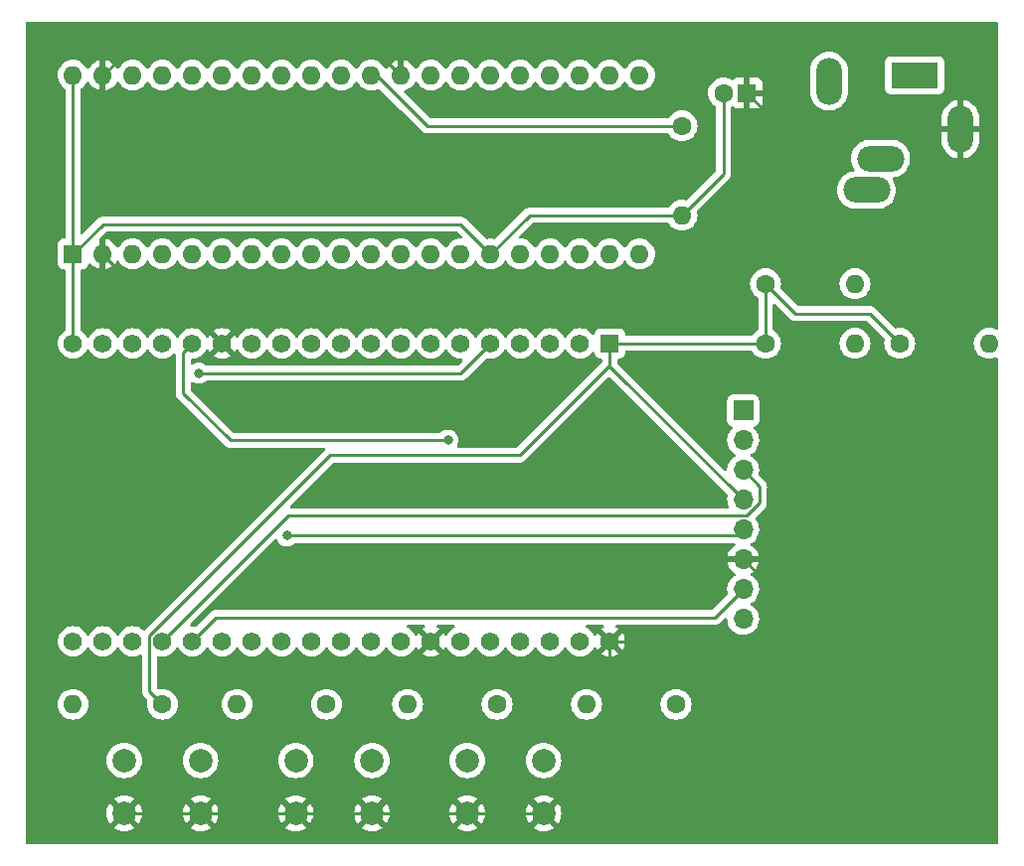
<source format=gbl>
G04 #@! TF.GenerationSoftware,KiCad,Pcbnew,(6.0.1)*
G04 #@! TF.CreationDate,2022-02-24T00:37:52+09:00*
G04 #@! TF.ProjectId,KPD02-YMF288Solo-20220117,4b504430-322d-4594-9d46-323838536f6c,rev?*
G04 #@! TF.SameCoordinates,Original*
G04 #@! TF.FileFunction,Copper,L2,Bot*
G04 #@! TF.FilePolarity,Positive*
%FSLAX46Y46*%
G04 Gerber Fmt 4.6, Leading zero omitted, Abs format (unit mm)*
G04 Created by KiCad (PCBNEW (6.0.1)) date 2022-02-24 00:37:52*
%MOMM*%
%LPD*%
G01*
G04 APERTURE LIST*
G04 #@! TA.AperFunction,ComponentPad*
%ADD10C,1.600000*%
G04 #@! TD*
G04 #@! TA.AperFunction,ComponentPad*
%ADD11O,1.600000X1.600000*%
G04 #@! TD*
G04 #@! TA.AperFunction,ComponentPad*
%ADD12R,1.600000X1.600000*%
G04 #@! TD*
G04 #@! TA.AperFunction,ComponentPad*
%ADD13O,2.200000X4.000000*%
G04 #@! TD*
G04 #@! TA.AperFunction,ComponentPad*
%ADD14O,4.000000X2.200000*%
G04 #@! TD*
G04 #@! TA.AperFunction,ComponentPad*
%ADD15R,4.000000X2.200000*%
G04 #@! TD*
G04 #@! TA.AperFunction,ComponentPad*
%ADD16C,2.000000*%
G04 #@! TD*
G04 #@! TA.AperFunction,ComponentPad*
%ADD17R,1.700000X1.700000*%
G04 #@! TD*
G04 #@! TA.AperFunction,ComponentPad*
%ADD18O,1.700000X1.700000*%
G04 #@! TD*
G04 #@! TA.AperFunction,ComponentPad*
%ADD19R,1.560000X1.560000*%
G04 #@! TD*
G04 #@! TA.AperFunction,ComponentPad*
%ADD20C,1.560000*%
G04 #@! TD*
G04 #@! TA.AperFunction,ViaPad*
%ADD21C,0.800000*%
G04 #@! TD*
G04 #@! TA.AperFunction,Conductor*
%ADD22C,0.250000*%
G04 #@! TD*
G04 APERTURE END LIST*
D10*
G04 #@! TO.P,R8,1*
G04 #@! TO.N,Net-(R8-Pad1)*
X198628000Y-90678000D03*
D11*
G04 #@! TO.P,R8,2*
G04 #@! TO.N,+5V*
X198628000Y-98298000D03*
G04 #@! TD*
D12*
G04 #@! TO.P,C1,1*
G04 #@! TO.N,GND*
X204155113Y-87884000D03*
D10*
G04 #@! TO.P,C1,2*
G04 #@! TO.N,+5V*
X202155113Y-87884000D03*
G04 #@! TD*
D13*
G04 #@! TO.P,J2,1*
G04 #@! TO.N,GND*
X222340000Y-90960000D03*
D14*
G04 #@! TO.P,J2,2*
G04 #@! TO.N,Net-(J2-Pad2)*
X214340000Y-96160000D03*
G04 #@! TO.P,J2,3*
G04 #@! TO.N,unconnected-(J2-Pad3)*
X215540000Y-93460000D03*
D13*
G04 #@! TO.P,J2,4*
G04 #@! TO.N,unconnected-(J2-Pad4)*
X211140000Y-86860000D03*
D15*
G04 #@! TO.P,J2,5*
G04 #@! TO.N,Net-(J2-Pad5)*
X218440000Y-86360000D03*
G04 #@! TD*
D16*
G04 #@! TO.P,SW2,1,1*
G04 #@! TO.N,Net-(R6-Pad2)*
X165735000Y-144780000D03*
X172235000Y-144780000D03*
G04 #@! TO.P,SW2,2,2*
G04 #@! TO.N,GND*
X165735000Y-149280000D03*
X172235000Y-149280000D03*
G04 #@! TD*
D10*
G04 #@! TO.P,R3,1*
G04 #@! TO.N,+3V3*
X217170000Y-109220000D03*
D11*
G04 #@! TO.P,R3,2*
G04 #@! TO.N,/IO2_DAT0*
X224790000Y-109220000D03*
G04 #@! TD*
D17*
G04 #@! TO.P,J1,1,DAT2*
G04 #@! TO.N,unconnected-(J1-Pad1)*
X203835000Y-114935000D03*
D18*
G04 #@! TO.P,J1,2,DAT3/CD*
G04 #@! TO.N,/IO13_DAT3{slash}CD*
X203835000Y-117475000D03*
G04 #@! TO.P,J1,3,CMD*
G04 #@! TO.N,/IO15_CMD*
X203835000Y-120015000D03*
G04 #@! TO.P,J1,4,VDD*
G04 #@! TO.N,+3V3*
X203835000Y-122555000D03*
G04 #@! TO.P,J1,5,CLK*
G04 #@! TO.N,/IO14_CLK*
X203835000Y-125095000D03*
G04 #@! TO.P,J1,6,VSS*
G04 #@! TO.N,GND*
X203835000Y-127635000D03*
G04 #@! TO.P,J1,7,DAT0*
G04 #@! TO.N,/IO2_DAT0*
X203835000Y-130175000D03*
G04 #@! TO.P,J1,8,DAT1*
G04 #@! TO.N,unconnected-(J1-Pad8)*
X203835000Y-132715000D03*
G04 #@! TD*
D10*
G04 #@! TO.P,R1,1*
G04 #@! TO.N,+3V3*
X205740000Y-104140000D03*
D11*
G04 #@! TO.P,R1,2*
G04 #@! TO.N,/IO13_DAT3{slash}CD*
X213360000Y-104140000D03*
G04 #@! TD*
D10*
G04 #@! TO.P,R2,1*
G04 #@! TO.N,+3V3*
X205740000Y-109220000D03*
D11*
G04 #@! TO.P,R2,2*
G04 #@! TO.N,/IO15_CMD*
X213360000Y-109220000D03*
G04 #@! TD*
D19*
G04 #@! TO.P,U2,1,3V3*
G04 #@! TO.N,+3V3*
X192480000Y-109220000D03*
D20*
G04 #@! TO.P,U2,2,EN*
G04 #@! TO.N,unconnected-(U2-Pad2)*
X189940000Y-109220000D03*
G04 #@! TO.P,U2,3,SENSOR_VP*
G04 #@! TO.N,unconnected-(U2-Pad3)*
X187400000Y-109220000D03*
G04 #@! TO.P,U2,4,SENSOR_VN*
G04 #@! TO.N,unconnected-(U2-Pad4)*
X184860000Y-109220000D03*
G04 #@! TO.P,U2,5,IO34*
G04 #@! TO.N,Net-(R4-Pad2)*
X182320000Y-109220000D03*
G04 #@! TO.P,U2,6,IO35*
G04 #@! TO.N,unconnected-(U2-Pad6)*
X179780000Y-109220000D03*
G04 #@! TO.P,U2,7,IO32*
G04 #@! TO.N,unconnected-(U2-Pad7)*
X177240000Y-109220000D03*
G04 #@! TO.P,U2,8,IO33*
G04 #@! TO.N,/IO33_RST*
X174700000Y-109220000D03*
G04 #@! TO.P,U2,9,IO25*
G04 #@! TO.N,/IO25_A0*
X172160000Y-109220000D03*
G04 #@! TO.P,U2,10,IO26*
G04 #@! TO.N,/IO26_A1*
X169620000Y-109220000D03*
G04 #@! TO.P,U2,11,IO27*
G04 #@! TO.N,/IO27_CS*
X167080000Y-109220000D03*
G04 #@! TO.P,U2,12,IO14*
G04 #@! TO.N,/IO14_CLK*
X164540000Y-109220000D03*
G04 #@! TO.P,U2,13,IO12*
G04 #@! TO.N,unconnected-(U2-Pad13)*
X162000000Y-109220000D03*
G04 #@! TO.P,U2,14,GND1*
G04 #@! TO.N,GND*
X159460000Y-109220000D03*
G04 #@! TO.P,U2,15,IO13*
G04 #@! TO.N,/IO13_DAT3{slash}CD*
X156920000Y-109220000D03*
G04 #@! TO.P,U2,16,SD2*
G04 #@! TO.N,unconnected-(U2-Pad16)*
X154380000Y-109220000D03*
G04 #@! TO.P,U2,17,SD3*
G04 #@! TO.N,unconnected-(U2-Pad17)*
X151840000Y-109220000D03*
G04 #@! TO.P,U2,18,CMD*
G04 #@! TO.N,unconnected-(U2-Pad18)*
X149300000Y-109220000D03*
G04 #@! TO.P,U2,19,EXT_5V*
G04 #@! TO.N,+5V*
X146760000Y-109220000D03*
G04 #@! TO.P,U2,20,GND3*
G04 #@! TO.N,GND*
X192480000Y-134620000D03*
G04 #@! TO.P,U2,21,IO23*
G04 #@! TO.N,unconnected-(U2-Pad21)*
X189940000Y-134620000D03*
G04 #@! TO.P,U2,22,IO22*
G04 #@! TO.N,/IO22_D7*
X187400000Y-134620000D03*
G04 #@! TO.P,U2,23,TXD0*
G04 #@! TO.N,unconnected-(U2-Pad23)*
X184860000Y-134620000D03*
G04 #@! TO.P,U2,24,RXD0*
G04 #@! TO.N,unconnected-(U2-Pad24)*
X182320000Y-134620000D03*
G04 #@! TO.P,U2,25,IO21*
G04 #@! TO.N,/IO21_D6*
X179780000Y-134620000D03*
G04 #@! TO.P,U2,26,GND2*
G04 #@! TO.N,GND*
X177240000Y-134620000D03*
G04 #@! TO.P,U2,27,IO19*
G04 #@! TO.N,/IO19_D5*
X174700000Y-134620000D03*
G04 #@! TO.P,U2,28,IO18*
G04 #@! TO.N,/IO18_D4*
X172160000Y-134620000D03*
G04 #@! TO.P,U2,29,IO5*
G04 #@! TO.N,/IO5_D3*
X169620000Y-134620000D03*
G04 #@! TO.P,U2,30,IO17*
G04 #@! TO.N,/IO17_D2*
X167080000Y-134620000D03*
G04 #@! TO.P,U2,31,IO16*
G04 #@! TO.N,/IO16_D1*
X164540000Y-134620000D03*
G04 #@! TO.P,U2,32,IO4*
G04 #@! TO.N,/IO4_D0*
X162000000Y-134620000D03*
G04 #@! TO.P,U2,33,IO0*
G04 #@! TO.N,unconnected-(U2-Pad33)*
X159460000Y-134620000D03*
G04 #@! TO.P,U2,34,IO2*
G04 #@! TO.N,/IO2_DAT0*
X156920000Y-134620000D03*
G04 #@! TO.P,U2,35,IO15*
G04 #@! TO.N,/IO15_CMD*
X154380000Y-134620000D03*
G04 #@! TO.P,U2,36,SD1*
G04 #@! TO.N,unconnected-(U2-Pad36)*
X151840000Y-134620000D03*
G04 #@! TO.P,U2,37,SD0*
G04 #@! TO.N,unconnected-(U2-Pad37)*
X149300000Y-134620000D03*
G04 #@! TO.P,U2,38,CLK*
G04 #@! TO.N,unconnected-(U2-Pad38)*
X146760000Y-134620000D03*
G04 #@! TD*
D16*
G04 #@! TO.P,SW1,1,1*
G04 #@! TO.N,Net-(R5-Pad2)*
X151130000Y-144780000D03*
X157630000Y-144780000D03*
G04 #@! TO.P,SW1,2,2*
G04 #@! TO.N,GND*
X151130000Y-149280000D03*
X157630000Y-149280000D03*
G04 #@! TD*
D10*
G04 #@! TO.P,R6,1*
G04 #@! TO.N,Net-(R5-Pad2)*
X182880000Y-139990000D03*
D11*
G04 #@! TO.P,R6,2*
G04 #@! TO.N,Net-(R6-Pad2)*
X175260000Y-139990000D03*
G04 #@! TD*
D12*
G04 #@! TO.P,U1,1,DVCC*
G04 #@! TO.N,+5V*
X146765000Y-101600000D03*
D11*
G04 #@! TO.P,U1,2,DGND*
G04 #@! TO.N,GND*
X149305000Y-101600000D03*
G04 #@! TO.P,U1,3,MOSC*
G04 #@! TO.N,unconnected-(U1-Pad3)*
X151845000Y-101600000D03*
G04 #@! TO.P,U1,4,DGND*
G04 #@! TO.N,unconnected-(U1-Pad4)*
X154385000Y-101600000D03*
G04 #@! TO.P,U1,5,D0*
G04 #@! TO.N,/IO4_D0*
X156925000Y-101600000D03*
G04 #@! TO.P,U1,6,D1*
G04 #@! TO.N,/IO16_D1*
X159465000Y-101600000D03*
G04 #@! TO.P,U1,7,D2*
G04 #@! TO.N,/IO17_D2*
X162005000Y-101600000D03*
G04 #@! TO.P,U1,8,D3*
G04 #@! TO.N,/IO5_D3*
X164545000Y-101600000D03*
G04 #@! TO.P,U1,9,D4*
G04 #@! TO.N,/IO18_D4*
X167085000Y-101600000D03*
G04 #@! TO.P,U1,10,D5*
G04 #@! TO.N,/IO19_D5*
X169625000Y-101600000D03*
G04 #@! TO.P,U1,11,D6*
G04 #@! TO.N,/IO21_D6*
X172165000Y-101600000D03*
G04 #@! TO.P,U1,12,D7*
G04 #@! TO.N,/IO22_D7*
X174705000Y-101600000D03*
G04 #@! TO.P,U1,13,RST*
G04 #@! TO.N,/IO33_RST*
X177245000Y-101600000D03*
G04 #@! TO.P,U1,14,DVCC*
G04 #@! TO.N,unconnected-(U1-Pad14)*
X179785000Y-101600000D03*
G04 #@! TO.P,U1,15,AVCC*
G04 #@! TO.N,+5V*
X182325000Y-101600000D03*
G04 #@! TO.P,U1,16,AGND*
G04 #@! TO.N,unconnected-(U1-Pad16)*
X184865000Y-101600000D03*
G04 #@! TO.P,U1,17,AGND*
G04 #@! TO.N,unconnected-(U1-Pad17)*
X187405000Y-101600000D03*
G04 #@! TO.P,U1,18,AGND*
G04 #@! TO.N,unconnected-(U1-Pad18)*
X189945000Y-101600000D03*
G04 #@! TO.P,U1,19,AOUTR*
G04 #@! TO.N,unconnected-(U1-Pad19)*
X192485000Y-101600000D03*
G04 #@! TO.P,U1,20,AOUTR*
G04 #@! TO.N,Net-(J2-Pad2)*
X195025000Y-101600000D03*
G04 #@! TO.P,U1,21,AOUTL*
G04 #@! TO.N,Net-(J2-Pad5)*
X195025000Y-86360000D03*
G04 #@! TO.P,U1,22,AOUTL*
G04 #@! TO.N,unconnected-(U1-Pad22)*
X192485000Y-86360000D03*
G04 #@! TO.P,U1,23,AGND*
G04 #@! TO.N,unconnected-(U1-Pad23)*
X189945000Y-86360000D03*
G04 #@! TO.P,U1,24,AGND*
G04 #@! TO.N,unconnected-(U1-Pad24)*
X187405000Y-86360000D03*
G04 #@! TO.P,U1,25,AGND*
G04 #@! TO.N,unconnected-(U1-Pad25)*
X184865000Y-86360000D03*
G04 #@! TO.P,U1,26,DGND*
G04 #@! TO.N,unconnected-(U1-Pad26)*
X182325000Y-86360000D03*
G04 #@! TO.P,U1,27,IRQ*
G04 #@! TO.N,unconnected-(U1-Pad27)*
X179785000Y-86360000D03*
G04 #@! TO.P,U1,28,CS*
G04 #@! TO.N,/IO27_CS*
X177245000Y-86360000D03*
G04 #@! TO.P,U1,29,WR*
G04 #@! TO.N,GND*
X174705000Y-86360000D03*
G04 #@! TO.P,U1,30,RD*
G04 #@! TO.N,Net-(R8-Pad1)*
X172165000Y-86360000D03*
G04 #@! TO.P,U1,31,A0*
G04 #@! TO.N,/IO25_A0*
X169625000Y-86360000D03*
G04 #@! TO.P,U1,32,A1*
G04 #@! TO.N,/IO26_A1*
X167085000Y-86360000D03*
G04 #@! TO.P,U1,33,BCLK*
G04 #@! TO.N,unconnected-(U1-Pad33)*
X164545000Y-86360000D03*
G04 #@! TO.P,U1,34,SOUT*
G04 #@! TO.N,unconnected-(U1-Pad34)*
X162005000Y-86360000D03*
G04 #@! TO.P,U1,35,WCLK*
G04 #@! TO.N,unconnected-(U1-Pad35)*
X159465000Y-86360000D03*
G04 #@! TO.P,U1,36,LCLK*
G04 #@! TO.N,unconnected-(U1-Pad36)*
X156925000Y-86360000D03*
G04 #@! TO.P,U1,37,DGND*
G04 #@! TO.N,unconnected-(U1-Pad37)*
X154385000Y-86360000D03*
G04 #@! TO.P,U1,38,FMOSC*
G04 #@! TO.N,unconnected-(U1-Pad38)*
X151845000Y-86360000D03*
G04 #@! TO.P,U1,39,DGND*
G04 #@! TO.N,GND*
X149305000Y-86360000D03*
G04 #@! TO.P,U1,40,DVCC*
G04 #@! TO.N,+5V*
X146765000Y-86360000D03*
G04 #@! TD*
D10*
G04 #@! TO.P,R5,1*
G04 #@! TO.N,Net-(R4-Pad2)*
X168350000Y-139990000D03*
D11*
G04 #@! TO.P,R5,2*
G04 #@! TO.N,Net-(R5-Pad2)*
X160730000Y-139990000D03*
G04 #@! TD*
D16*
G04 #@! TO.P,SW3,1,1*
G04 #@! TO.N,Net-(R7-Pad2)*
X180340000Y-144780000D03*
X186840000Y-144780000D03*
G04 #@! TO.P,SW3,2,2*
G04 #@! TO.N,GND*
X180340000Y-149280000D03*
X186840000Y-149280000D03*
G04 #@! TD*
D10*
G04 #@! TO.P,R4,1*
G04 #@! TO.N,+3V3*
X154380000Y-139990000D03*
D11*
G04 #@! TO.P,R4,2*
G04 #@! TO.N,Net-(R4-Pad2)*
X146760000Y-139990000D03*
G04 #@! TD*
D10*
G04 #@! TO.P,R7,1*
G04 #@! TO.N,Net-(R6-Pad2)*
X198120000Y-139990000D03*
D11*
G04 #@! TO.P,R7,2*
G04 #@! TO.N,Net-(R7-Pad2)*
X190500000Y-139990000D03*
G04 #@! TD*
D21*
G04 #@! TO.N,/IO13_DAT3{slash}CD*
X178689000Y-117475000D03*
G04 #@! TO.N,/IO14_CLK*
X164983010Y-125613010D03*
G04 #@! TO.N,Net-(R4-Pad2)*
X157480000Y-111760000D03*
G04 #@! TO.N,GND*
X220980000Y-101600000D03*
X205740000Y-93980000D03*
X205740000Y-142240000D03*
X149860000Y-129540000D03*
X187960000Y-93980000D03*
X193040000Y-129540000D03*
X195580000Y-119380000D03*
X152400000Y-121920000D03*
X185420000Y-114300000D03*
X162560000Y-144780000D03*
X215900000Y-127000000D03*
X187960000Y-121920000D03*
G04 #@! TD*
D22*
G04 #@! TO.N,+3V3*
X208280000Y-106680000D02*
X214630000Y-106680000D01*
X214630000Y-106680000D02*
X217170000Y-109220000D01*
X154380000Y-139990000D02*
X153275489Y-138885489D01*
X192480000Y-109220000D02*
X192480000Y-111200000D01*
X205740000Y-104140000D02*
X208280000Y-106680000D01*
X205740000Y-109220000D02*
X205740000Y-104140000D01*
X192480000Y-109220000D02*
X205740000Y-109220000D01*
X168692984Y-118745000D02*
X184785000Y-118745000D01*
X153275489Y-138885489D02*
X153275489Y-134162495D01*
X192480000Y-111200000D02*
X203835000Y-122555000D01*
X153275489Y-134162495D02*
X168692984Y-118745000D01*
X184785000Y-118745000D02*
X192405000Y-111125000D01*
G04 #@! TO.N,/IO13_DAT3{slash}CD*
X160147000Y-117475000D02*
X156140000Y-113468000D01*
X156140000Y-113468000D02*
X156140000Y-110000000D01*
X156140000Y-110000000D02*
X156920000Y-109220000D01*
X160147000Y-117475000D02*
X178689000Y-117475000D01*
G04 #@! TO.N,/IO15_CMD*
X204130521Y-123920489D02*
X205232000Y-122819010D01*
X205232000Y-122819010D02*
X205232000Y-121412000D01*
X205232000Y-121412000D02*
X203835000Y-120015000D01*
X154380000Y-134620000D02*
X165079511Y-123920489D01*
X165079511Y-123920489D02*
X204130521Y-123920489D01*
G04 #@! TO.N,/IO14_CLK*
X203316990Y-125613010D02*
X164983010Y-125613010D01*
X203835000Y-125095000D02*
X203316990Y-125613010D01*
G04 #@! TO.N,/IO2_DAT0*
X201422000Y-132588000D02*
X203835000Y-130175000D01*
X156920000Y-134620000D02*
X158952000Y-132588000D01*
X158952000Y-132588000D02*
X201422000Y-132588000D01*
G04 #@! TO.N,Net-(R4-Pad2)*
X179780000Y-111760000D02*
X157480000Y-111760000D01*
X182320000Y-109220000D02*
X179780000Y-111760000D01*
G04 #@! TO.N,GND*
X162000000Y-106680000D02*
X198120000Y-106680000D01*
X159460000Y-109220000D02*
X162000000Y-106680000D01*
X151840000Y-104140000D02*
X149305000Y-101605000D01*
X180340000Y-149280000D02*
X186840000Y-149280000D01*
X159460000Y-109220000D02*
X154380000Y-104140000D01*
X172235000Y-149280000D02*
X180340000Y-149280000D01*
X204155113Y-100644887D02*
X204155113Y-87884000D01*
X207010000Y-133350000D02*
X207010000Y-130810000D01*
X192480000Y-134620000D02*
X190956000Y-136144000D01*
X151130000Y-149280000D02*
X157630000Y-149280000D01*
X205740000Y-134620000D02*
X207010000Y-133350000D01*
X149305000Y-86365000D02*
X151850000Y-83820000D01*
X165735000Y-149280000D02*
X172235000Y-149280000D01*
X207010000Y-130810000D02*
X203835000Y-127635000D01*
X192480000Y-134620000D02*
X205740000Y-134620000D01*
X186840000Y-149280000D02*
X192480000Y-143640000D01*
X178764000Y-136144000D02*
X177240000Y-134620000D01*
X154380000Y-104140000D02*
X151840000Y-104140000D01*
X198120000Y-106680000D02*
X204155113Y-100644887D01*
X157630000Y-149280000D02*
X165735000Y-149280000D01*
X204155113Y-87884000D02*
X207231113Y-90960000D01*
X190956000Y-136144000D02*
X178764000Y-136144000D01*
X151850000Y-83820000D02*
X172160000Y-83820000D01*
X207231113Y-90960000D02*
X222340000Y-90960000D01*
X172160000Y-83820000D02*
X174705000Y-86365000D01*
X192480000Y-143640000D02*
X192480000Y-134620000D01*
G04 #@! TO.N,+5V*
X146765000Y-101605000D02*
X149310000Y-99060000D01*
X182325000Y-101605000D02*
X185632000Y-98298000D01*
X149310000Y-99060000D02*
X179780000Y-99060000D01*
X198628000Y-98298000D02*
X202155113Y-94770887D01*
X185632000Y-98298000D02*
X198628000Y-98298000D01*
X146765000Y-101605000D02*
X146765000Y-86365000D01*
X179780000Y-99060000D02*
X182325000Y-101605000D01*
X146765000Y-101605000D02*
X146765000Y-109215000D01*
X202155113Y-94770887D02*
X202155113Y-87884000D01*
X146765000Y-109215000D02*
X146760000Y-109220000D01*
G04 #@! TO.N,Net-(R8-Pad1)*
X198628000Y-90678000D02*
X176927520Y-90678000D01*
X176927520Y-90678000D02*
X172614520Y-86365000D01*
G04 #@! TD*
G04 #@! TA.AperFunction,Conductor*
G04 #@! TO.N,GND*
G36*
X225494121Y-81808002D02*
G01*
X225540614Y-81861658D01*
X225552000Y-81914000D01*
X225552000Y-107933776D01*
X225531998Y-108001897D01*
X225478342Y-108048390D01*
X225408068Y-108058494D01*
X225372750Y-108047971D01*
X225244225Y-107988039D01*
X225244224Y-107988039D01*
X225239243Y-107985716D01*
X225233935Y-107984294D01*
X225233933Y-107984293D01*
X225023402Y-107927881D01*
X225023400Y-107927881D01*
X225018087Y-107926457D01*
X224790000Y-107906502D01*
X224561913Y-107926457D01*
X224556600Y-107927881D01*
X224556598Y-107927881D01*
X224346067Y-107984293D01*
X224346065Y-107984294D01*
X224340757Y-107985716D01*
X224335776Y-107988039D01*
X224335775Y-107988039D01*
X224138238Y-108080151D01*
X224138233Y-108080154D01*
X224133251Y-108082477D01*
X224102772Y-108103819D01*
X223950211Y-108210643D01*
X223950208Y-108210645D01*
X223945700Y-108213802D01*
X223783802Y-108375700D01*
X223780645Y-108380208D01*
X223780643Y-108380211D01*
X223771607Y-108393116D01*
X223652477Y-108563251D01*
X223650154Y-108568233D01*
X223650151Y-108568238D01*
X223578206Y-108722527D01*
X223555716Y-108770757D01*
X223554294Y-108776065D01*
X223554293Y-108776067D01*
X223497883Y-108986591D01*
X223496457Y-108991913D01*
X223476502Y-109220000D01*
X223496457Y-109448087D01*
X223497881Y-109453400D01*
X223497881Y-109453402D01*
X223535025Y-109592022D01*
X223555716Y-109669243D01*
X223558039Y-109674224D01*
X223558039Y-109674225D01*
X223650151Y-109871762D01*
X223650154Y-109871767D01*
X223652477Y-109876749D01*
X223704906Y-109951625D01*
X223777494Y-110055291D01*
X223783802Y-110064300D01*
X223945700Y-110226198D01*
X223950208Y-110229355D01*
X223950211Y-110229357D01*
X224021403Y-110279206D01*
X224133251Y-110357523D01*
X224138233Y-110359846D01*
X224138238Y-110359849D01*
X224335775Y-110451961D01*
X224340757Y-110454284D01*
X224346065Y-110455706D01*
X224346067Y-110455707D01*
X224556598Y-110512119D01*
X224556600Y-110512119D01*
X224561913Y-110513543D01*
X224790000Y-110533498D01*
X225018087Y-110513543D01*
X225023400Y-110512119D01*
X225023402Y-110512119D01*
X225233933Y-110455707D01*
X225233935Y-110455706D01*
X225239243Y-110454284D01*
X225247112Y-110450615D01*
X225372750Y-110392029D01*
X225442942Y-110381368D01*
X225507755Y-110410348D01*
X225546611Y-110469768D01*
X225552000Y-110506224D01*
X225552000Y-151766000D01*
X225531998Y-151834121D01*
X225478342Y-151880614D01*
X225426000Y-151892000D01*
X142874000Y-151892000D01*
X142805879Y-151871998D01*
X142759386Y-151818342D01*
X142748000Y-151766000D01*
X142748000Y-150512670D01*
X150262160Y-150512670D01*
X150267887Y-150520320D01*
X150439042Y-150625205D01*
X150447837Y-150629687D01*
X150657988Y-150716734D01*
X150667373Y-150719783D01*
X150888554Y-150772885D01*
X150898301Y-150774428D01*
X151125070Y-150792275D01*
X151134930Y-150792275D01*
X151361699Y-150774428D01*
X151371446Y-150772885D01*
X151592627Y-150719783D01*
X151602012Y-150716734D01*
X151812163Y-150629687D01*
X151820958Y-150625205D01*
X151988445Y-150522568D01*
X151997400Y-150512670D01*
X156762160Y-150512670D01*
X156767887Y-150520320D01*
X156939042Y-150625205D01*
X156947837Y-150629687D01*
X157157988Y-150716734D01*
X157167373Y-150719783D01*
X157388554Y-150772885D01*
X157398301Y-150774428D01*
X157625070Y-150792275D01*
X157634930Y-150792275D01*
X157861699Y-150774428D01*
X157871446Y-150772885D01*
X158092627Y-150719783D01*
X158102012Y-150716734D01*
X158312163Y-150629687D01*
X158320958Y-150625205D01*
X158488445Y-150522568D01*
X158497400Y-150512670D01*
X164867160Y-150512670D01*
X164872887Y-150520320D01*
X165044042Y-150625205D01*
X165052837Y-150629687D01*
X165262988Y-150716734D01*
X165272373Y-150719783D01*
X165493554Y-150772885D01*
X165503301Y-150774428D01*
X165730070Y-150792275D01*
X165739930Y-150792275D01*
X165966699Y-150774428D01*
X165976446Y-150772885D01*
X166197627Y-150719783D01*
X166207012Y-150716734D01*
X166417163Y-150629687D01*
X166425958Y-150625205D01*
X166593445Y-150522568D01*
X166602400Y-150512670D01*
X171367160Y-150512670D01*
X171372887Y-150520320D01*
X171544042Y-150625205D01*
X171552837Y-150629687D01*
X171762988Y-150716734D01*
X171772373Y-150719783D01*
X171993554Y-150772885D01*
X172003301Y-150774428D01*
X172230070Y-150792275D01*
X172239930Y-150792275D01*
X172466699Y-150774428D01*
X172476446Y-150772885D01*
X172697627Y-150719783D01*
X172707012Y-150716734D01*
X172917163Y-150629687D01*
X172925958Y-150625205D01*
X173093445Y-150522568D01*
X173102400Y-150512670D01*
X179472160Y-150512670D01*
X179477887Y-150520320D01*
X179649042Y-150625205D01*
X179657837Y-150629687D01*
X179867988Y-150716734D01*
X179877373Y-150719783D01*
X180098554Y-150772885D01*
X180108301Y-150774428D01*
X180335070Y-150792275D01*
X180344930Y-150792275D01*
X180571699Y-150774428D01*
X180581446Y-150772885D01*
X180802627Y-150719783D01*
X180812012Y-150716734D01*
X181022163Y-150629687D01*
X181030958Y-150625205D01*
X181198445Y-150522568D01*
X181207400Y-150512670D01*
X185972160Y-150512670D01*
X185977887Y-150520320D01*
X186149042Y-150625205D01*
X186157837Y-150629687D01*
X186367988Y-150716734D01*
X186377373Y-150719783D01*
X186598554Y-150772885D01*
X186608301Y-150774428D01*
X186835070Y-150792275D01*
X186844930Y-150792275D01*
X187071699Y-150774428D01*
X187081446Y-150772885D01*
X187302627Y-150719783D01*
X187312012Y-150716734D01*
X187522163Y-150629687D01*
X187530958Y-150625205D01*
X187698445Y-150522568D01*
X187707907Y-150512110D01*
X187704124Y-150503334D01*
X186852812Y-149652022D01*
X186838868Y-149644408D01*
X186837035Y-149644539D01*
X186830420Y-149648790D01*
X185978920Y-150500290D01*
X185972160Y-150512670D01*
X181207400Y-150512670D01*
X181207907Y-150512110D01*
X181204124Y-150503334D01*
X180352812Y-149652022D01*
X180338868Y-149644408D01*
X180337035Y-149644539D01*
X180330420Y-149648790D01*
X179478920Y-150500290D01*
X179472160Y-150512670D01*
X173102400Y-150512670D01*
X173102907Y-150512110D01*
X173099124Y-150503334D01*
X172247812Y-149652022D01*
X172233868Y-149644408D01*
X172232035Y-149644539D01*
X172225420Y-149648790D01*
X171373920Y-150500290D01*
X171367160Y-150512670D01*
X166602400Y-150512670D01*
X166602907Y-150512110D01*
X166599124Y-150503334D01*
X165747812Y-149652022D01*
X165733868Y-149644408D01*
X165732035Y-149644539D01*
X165725420Y-149648790D01*
X164873920Y-150500290D01*
X164867160Y-150512670D01*
X158497400Y-150512670D01*
X158497907Y-150512110D01*
X158494124Y-150503334D01*
X157642812Y-149652022D01*
X157628868Y-149644408D01*
X157627035Y-149644539D01*
X157620420Y-149648790D01*
X156768920Y-150500290D01*
X156762160Y-150512670D01*
X151997400Y-150512670D01*
X151997907Y-150512110D01*
X151994124Y-150503334D01*
X151142812Y-149652022D01*
X151128868Y-149644408D01*
X151127035Y-149644539D01*
X151120420Y-149648790D01*
X150268920Y-150500290D01*
X150262160Y-150512670D01*
X142748000Y-150512670D01*
X142748000Y-149284930D01*
X149617725Y-149284930D01*
X149635572Y-149511699D01*
X149637115Y-149521446D01*
X149690217Y-149742627D01*
X149693266Y-149752012D01*
X149780313Y-149962163D01*
X149784795Y-149970958D01*
X149887432Y-150138445D01*
X149897890Y-150147907D01*
X149906666Y-150144124D01*
X150757978Y-149292812D01*
X150764356Y-149281132D01*
X151494408Y-149281132D01*
X151494539Y-149282965D01*
X151498790Y-149289580D01*
X152350290Y-150141080D01*
X152362670Y-150147840D01*
X152370320Y-150142113D01*
X152475205Y-149970958D01*
X152479687Y-149962163D01*
X152566734Y-149752012D01*
X152569783Y-149742627D01*
X152622885Y-149521446D01*
X152624428Y-149511699D01*
X152642275Y-149284930D01*
X156117725Y-149284930D01*
X156135572Y-149511699D01*
X156137115Y-149521446D01*
X156190217Y-149742627D01*
X156193266Y-149752012D01*
X156280313Y-149962163D01*
X156284795Y-149970958D01*
X156387432Y-150138445D01*
X156397890Y-150147907D01*
X156406666Y-150144124D01*
X157257978Y-149292812D01*
X157264356Y-149281132D01*
X157994408Y-149281132D01*
X157994539Y-149282965D01*
X157998790Y-149289580D01*
X158850290Y-150141080D01*
X158862670Y-150147840D01*
X158870320Y-150142113D01*
X158975205Y-149970958D01*
X158979687Y-149962163D01*
X159066734Y-149752012D01*
X159069783Y-149742627D01*
X159122885Y-149521446D01*
X159124428Y-149511699D01*
X159142275Y-149284930D01*
X164222725Y-149284930D01*
X164240572Y-149511699D01*
X164242115Y-149521446D01*
X164295217Y-149742627D01*
X164298266Y-149752012D01*
X164385313Y-149962163D01*
X164389795Y-149970958D01*
X164492432Y-150138445D01*
X164502890Y-150147907D01*
X164511666Y-150144124D01*
X165362978Y-149292812D01*
X165369356Y-149281132D01*
X166099408Y-149281132D01*
X166099539Y-149282965D01*
X166103790Y-149289580D01*
X166955290Y-150141080D01*
X166967670Y-150147840D01*
X166975320Y-150142113D01*
X167080205Y-149970958D01*
X167084687Y-149962163D01*
X167171734Y-149752012D01*
X167174783Y-149742627D01*
X167227885Y-149521446D01*
X167229428Y-149511699D01*
X167247275Y-149284930D01*
X170722725Y-149284930D01*
X170740572Y-149511699D01*
X170742115Y-149521446D01*
X170795217Y-149742627D01*
X170798266Y-149752012D01*
X170885313Y-149962163D01*
X170889795Y-149970958D01*
X170992432Y-150138445D01*
X171002890Y-150147907D01*
X171011666Y-150144124D01*
X171862978Y-149292812D01*
X171869356Y-149281132D01*
X172599408Y-149281132D01*
X172599539Y-149282965D01*
X172603790Y-149289580D01*
X173455290Y-150141080D01*
X173467670Y-150147840D01*
X173475320Y-150142113D01*
X173580205Y-149970958D01*
X173584687Y-149962163D01*
X173671734Y-149752012D01*
X173674783Y-149742627D01*
X173727885Y-149521446D01*
X173729428Y-149511699D01*
X173747275Y-149284930D01*
X178827725Y-149284930D01*
X178845572Y-149511699D01*
X178847115Y-149521446D01*
X178900217Y-149742627D01*
X178903266Y-149752012D01*
X178990313Y-149962163D01*
X178994795Y-149970958D01*
X179097432Y-150138445D01*
X179107890Y-150147907D01*
X179116666Y-150144124D01*
X179967978Y-149292812D01*
X179974356Y-149281132D01*
X180704408Y-149281132D01*
X180704539Y-149282965D01*
X180708790Y-149289580D01*
X181560290Y-150141080D01*
X181572670Y-150147840D01*
X181580320Y-150142113D01*
X181685205Y-149970958D01*
X181689687Y-149962163D01*
X181776734Y-149752012D01*
X181779783Y-149742627D01*
X181832885Y-149521446D01*
X181834428Y-149511699D01*
X181852275Y-149284930D01*
X185327725Y-149284930D01*
X185345572Y-149511699D01*
X185347115Y-149521446D01*
X185400217Y-149742627D01*
X185403266Y-149752012D01*
X185490313Y-149962163D01*
X185494795Y-149970958D01*
X185597432Y-150138445D01*
X185607890Y-150147907D01*
X185616666Y-150144124D01*
X186467978Y-149292812D01*
X186474356Y-149281132D01*
X187204408Y-149281132D01*
X187204539Y-149282965D01*
X187208790Y-149289580D01*
X188060290Y-150141080D01*
X188072670Y-150147840D01*
X188080320Y-150142113D01*
X188185205Y-149970958D01*
X188189687Y-149962163D01*
X188276734Y-149752012D01*
X188279783Y-149742627D01*
X188332885Y-149521446D01*
X188334428Y-149511699D01*
X188352275Y-149284930D01*
X188352275Y-149275070D01*
X188334428Y-149048301D01*
X188332885Y-149038554D01*
X188279783Y-148817373D01*
X188276734Y-148807988D01*
X188189687Y-148597837D01*
X188185205Y-148589042D01*
X188082568Y-148421555D01*
X188072110Y-148412093D01*
X188063334Y-148415876D01*
X187212022Y-149267188D01*
X187204408Y-149281132D01*
X186474356Y-149281132D01*
X186475592Y-149278868D01*
X186475461Y-149277035D01*
X186471210Y-149270420D01*
X185619710Y-148418920D01*
X185607330Y-148412160D01*
X185599680Y-148417887D01*
X185494795Y-148589042D01*
X185490313Y-148597837D01*
X185403266Y-148807988D01*
X185400217Y-148817373D01*
X185347115Y-149038554D01*
X185345572Y-149048301D01*
X185327725Y-149275070D01*
X185327725Y-149284930D01*
X181852275Y-149284930D01*
X181852275Y-149275070D01*
X181834428Y-149048301D01*
X181832885Y-149038554D01*
X181779783Y-148817373D01*
X181776734Y-148807988D01*
X181689687Y-148597837D01*
X181685205Y-148589042D01*
X181582568Y-148421555D01*
X181572110Y-148412093D01*
X181563334Y-148415876D01*
X180712022Y-149267188D01*
X180704408Y-149281132D01*
X179974356Y-149281132D01*
X179975592Y-149278868D01*
X179975461Y-149277035D01*
X179971210Y-149270420D01*
X179119710Y-148418920D01*
X179107330Y-148412160D01*
X179099680Y-148417887D01*
X178994795Y-148589042D01*
X178990313Y-148597837D01*
X178903266Y-148807988D01*
X178900217Y-148817373D01*
X178847115Y-149038554D01*
X178845572Y-149048301D01*
X178827725Y-149275070D01*
X178827725Y-149284930D01*
X173747275Y-149284930D01*
X173747275Y-149275070D01*
X173729428Y-149048301D01*
X173727885Y-149038554D01*
X173674783Y-148817373D01*
X173671734Y-148807988D01*
X173584687Y-148597837D01*
X173580205Y-148589042D01*
X173477568Y-148421555D01*
X173467110Y-148412093D01*
X173458334Y-148415876D01*
X172607022Y-149267188D01*
X172599408Y-149281132D01*
X171869356Y-149281132D01*
X171870592Y-149278868D01*
X171870461Y-149277035D01*
X171866210Y-149270420D01*
X171014710Y-148418920D01*
X171002330Y-148412160D01*
X170994680Y-148417887D01*
X170889795Y-148589042D01*
X170885313Y-148597837D01*
X170798266Y-148807988D01*
X170795217Y-148817373D01*
X170742115Y-149038554D01*
X170740572Y-149048301D01*
X170722725Y-149275070D01*
X170722725Y-149284930D01*
X167247275Y-149284930D01*
X167247275Y-149275070D01*
X167229428Y-149048301D01*
X167227885Y-149038554D01*
X167174783Y-148817373D01*
X167171734Y-148807988D01*
X167084687Y-148597837D01*
X167080205Y-148589042D01*
X166977568Y-148421555D01*
X166967110Y-148412093D01*
X166958334Y-148415876D01*
X166107022Y-149267188D01*
X166099408Y-149281132D01*
X165369356Y-149281132D01*
X165370592Y-149278868D01*
X165370461Y-149277035D01*
X165366210Y-149270420D01*
X164514710Y-148418920D01*
X164502330Y-148412160D01*
X164494680Y-148417887D01*
X164389795Y-148589042D01*
X164385313Y-148597837D01*
X164298266Y-148807988D01*
X164295217Y-148817373D01*
X164242115Y-149038554D01*
X164240572Y-149048301D01*
X164222725Y-149275070D01*
X164222725Y-149284930D01*
X159142275Y-149284930D01*
X159142275Y-149275070D01*
X159124428Y-149048301D01*
X159122885Y-149038554D01*
X159069783Y-148817373D01*
X159066734Y-148807988D01*
X158979687Y-148597837D01*
X158975205Y-148589042D01*
X158872568Y-148421555D01*
X158862110Y-148412093D01*
X158853334Y-148415876D01*
X158002022Y-149267188D01*
X157994408Y-149281132D01*
X157264356Y-149281132D01*
X157265592Y-149278868D01*
X157265461Y-149277035D01*
X157261210Y-149270420D01*
X156409710Y-148418920D01*
X156397330Y-148412160D01*
X156389680Y-148417887D01*
X156284795Y-148589042D01*
X156280313Y-148597837D01*
X156193266Y-148807988D01*
X156190217Y-148817373D01*
X156137115Y-149038554D01*
X156135572Y-149048301D01*
X156117725Y-149275070D01*
X156117725Y-149284930D01*
X152642275Y-149284930D01*
X152642275Y-149275070D01*
X152624428Y-149048301D01*
X152622885Y-149038554D01*
X152569783Y-148817373D01*
X152566734Y-148807988D01*
X152479687Y-148597837D01*
X152475205Y-148589042D01*
X152372568Y-148421555D01*
X152362110Y-148412093D01*
X152353334Y-148415876D01*
X151502022Y-149267188D01*
X151494408Y-149281132D01*
X150764356Y-149281132D01*
X150765592Y-149278868D01*
X150765461Y-149277035D01*
X150761210Y-149270420D01*
X149909710Y-148418920D01*
X149897330Y-148412160D01*
X149889680Y-148417887D01*
X149784795Y-148589042D01*
X149780313Y-148597837D01*
X149693266Y-148807988D01*
X149690217Y-148817373D01*
X149637115Y-149038554D01*
X149635572Y-149048301D01*
X149617725Y-149275070D01*
X149617725Y-149284930D01*
X142748000Y-149284930D01*
X142748000Y-148047890D01*
X150262093Y-148047890D01*
X150265876Y-148056666D01*
X151117188Y-148907978D01*
X151131132Y-148915592D01*
X151132965Y-148915461D01*
X151139580Y-148911210D01*
X151991080Y-148059710D01*
X151997534Y-148047890D01*
X156762093Y-148047890D01*
X156765876Y-148056666D01*
X157617188Y-148907978D01*
X157631132Y-148915592D01*
X157632965Y-148915461D01*
X157639580Y-148911210D01*
X158491080Y-148059710D01*
X158497534Y-148047890D01*
X164867093Y-148047890D01*
X164870876Y-148056666D01*
X165722188Y-148907978D01*
X165736132Y-148915592D01*
X165737965Y-148915461D01*
X165744580Y-148911210D01*
X166596080Y-148059710D01*
X166602534Y-148047890D01*
X171367093Y-148047890D01*
X171370876Y-148056666D01*
X172222188Y-148907978D01*
X172236132Y-148915592D01*
X172237965Y-148915461D01*
X172244580Y-148911210D01*
X173096080Y-148059710D01*
X173102534Y-148047890D01*
X179472093Y-148047890D01*
X179475876Y-148056666D01*
X180327188Y-148907978D01*
X180341132Y-148915592D01*
X180342965Y-148915461D01*
X180349580Y-148911210D01*
X181201080Y-148059710D01*
X181207534Y-148047890D01*
X185972093Y-148047890D01*
X185975876Y-148056666D01*
X186827188Y-148907978D01*
X186841132Y-148915592D01*
X186842965Y-148915461D01*
X186849580Y-148911210D01*
X187701080Y-148059710D01*
X187707840Y-148047330D01*
X187702113Y-148039680D01*
X187530958Y-147934795D01*
X187522163Y-147930313D01*
X187312012Y-147843266D01*
X187302627Y-147840217D01*
X187081446Y-147787115D01*
X187071699Y-147785572D01*
X186844930Y-147767725D01*
X186835070Y-147767725D01*
X186608301Y-147785572D01*
X186598554Y-147787115D01*
X186377373Y-147840217D01*
X186367988Y-147843266D01*
X186157837Y-147930313D01*
X186149042Y-147934795D01*
X185981555Y-148037432D01*
X185972093Y-148047890D01*
X181207534Y-148047890D01*
X181207840Y-148047330D01*
X181202113Y-148039680D01*
X181030958Y-147934795D01*
X181022163Y-147930313D01*
X180812012Y-147843266D01*
X180802627Y-147840217D01*
X180581446Y-147787115D01*
X180571699Y-147785572D01*
X180344930Y-147767725D01*
X180335070Y-147767725D01*
X180108301Y-147785572D01*
X180098554Y-147787115D01*
X179877373Y-147840217D01*
X179867988Y-147843266D01*
X179657837Y-147930313D01*
X179649042Y-147934795D01*
X179481555Y-148037432D01*
X179472093Y-148047890D01*
X173102534Y-148047890D01*
X173102840Y-148047330D01*
X173097113Y-148039680D01*
X172925958Y-147934795D01*
X172917163Y-147930313D01*
X172707012Y-147843266D01*
X172697627Y-147840217D01*
X172476446Y-147787115D01*
X172466699Y-147785572D01*
X172239930Y-147767725D01*
X172230070Y-147767725D01*
X172003301Y-147785572D01*
X171993554Y-147787115D01*
X171772373Y-147840217D01*
X171762988Y-147843266D01*
X171552837Y-147930313D01*
X171544042Y-147934795D01*
X171376555Y-148037432D01*
X171367093Y-148047890D01*
X166602534Y-148047890D01*
X166602840Y-148047330D01*
X166597113Y-148039680D01*
X166425958Y-147934795D01*
X166417163Y-147930313D01*
X166207012Y-147843266D01*
X166197627Y-147840217D01*
X165976446Y-147787115D01*
X165966699Y-147785572D01*
X165739930Y-147767725D01*
X165730070Y-147767725D01*
X165503301Y-147785572D01*
X165493554Y-147787115D01*
X165272373Y-147840217D01*
X165262988Y-147843266D01*
X165052837Y-147930313D01*
X165044042Y-147934795D01*
X164876555Y-148037432D01*
X164867093Y-148047890D01*
X158497534Y-148047890D01*
X158497840Y-148047330D01*
X158492113Y-148039680D01*
X158320958Y-147934795D01*
X158312163Y-147930313D01*
X158102012Y-147843266D01*
X158092627Y-147840217D01*
X157871446Y-147787115D01*
X157861699Y-147785572D01*
X157634930Y-147767725D01*
X157625070Y-147767725D01*
X157398301Y-147785572D01*
X157388554Y-147787115D01*
X157167373Y-147840217D01*
X157157988Y-147843266D01*
X156947837Y-147930313D01*
X156939042Y-147934795D01*
X156771555Y-148037432D01*
X156762093Y-148047890D01*
X151997534Y-148047890D01*
X151997840Y-148047330D01*
X151992113Y-148039680D01*
X151820958Y-147934795D01*
X151812163Y-147930313D01*
X151602012Y-147843266D01*
X151592627Y-147840217D01*
X151371446Y-147787115D01*
X151361699Y-147785572D01*
X151134930Y-147767725D01*
X151125070Y-147767725D01*
X150898301Y-147785572D01*
X150888554Y-147787115D01*
X150667373Y-147840217D01*
X150657988Y-147843266D01*
X150447837Y-147930313D01*
X150439042Y-147934795D01*
X150271555Y-148037432D01*
X150262093Y-148047890D01*
X142748000Y-148047890D01*
X142748000Y-144780000D01*
X149616835Y-144780000D01*
X149635465Y-145016711D01*
X149690895Y-145247594D01*
X149781760Y-145466963D01*
X149784346Y-145471183D01*
X149903241Y-145665202D01*
X149903245Y-145665208D01*
X149905824Y-145669416D01*
X150060031Y-145849969D01*
X150240584Y-146004176D01*
X150244792Y-146006755D01*
X150244798Y-146006759D01*
X150438817Y-146125654D01*
X150443037Y-146128240D01*
X150447607Y-146130133D01*
X150447611Y-146130135D01*
X150657833Y-146217211D01*
X150662406Y-146219105D01*
X150742609Y-146238360D01*
X150888476Y-146273380D01*
X150888482Y-146273381D01*
X150893289Y-146274535D01*
X151130000Y-146293165D01*
X151366711Y-146274535D01*
X151371518Y-146273381D01*
X151371524Y-146273380D01*
X151517391Y-146238360D01*
X151597594Y-146219105D01*
X151602167Y-146217211D01*
X151812389Y-146130135D01*
X151812393Y-146130133D01*
X151816963Y-146128240D01*
X151821183Y-146125654D01*
X152015202Y-146006759D01*
X152015208Y-146006755D01*
X152019416Y-146004176D01*
X152199969Y-145849969D01*
X152354176Y-145669416D01*
X152356755Y-145665208D01*
X152356759Y-145665202D01*
X152475654Y-145471183D01*
X152478240Y-145466963D01*
X152569105Y-145247594D01*
X152624535Y-145016711D01*
X152643165Y-144780000D01*
X156116835Y-144780000D01*
X156135465Y-145016711D01*
X156190895Y-145247594D01*
X156281760Y-145466963D01*
X156284346Y-145471183D01*
X156403241Y-145665202D01*
X156403245Y-145665208D01*
X156405824Y-145669416D01*
X156560031Y-145849969D01*
X156740584Y-146004176D01*
X156744792Y-146006755D01*
X156744798Y-146006759D01*
X156938817Y-146125654D01*
X156943037Y-146128240D01*
X156947607Y-146130133D01*
X156947611Y-146130135D01*
X157157833Y-146217211D01*
X157162406Y-146219105D01*
X157242609Y-146238360D01*
X157388476Y-146273380D01*
X157388482Y-146273381D01*
X157393289Y-146274535D01*
X157630000Y-146293165D01*
X157866711Y-146274535D01*
X157871518Y-146273381D01*
X157871524Y-146273380D01*
X158017391Y-146238360D01*
X158097594Y-146219105D01*
X158102167Y-146217211D01*
X158312389Y-146130135D01*
X158312393Y-146130133D01*
X158316963Y-146128240D01*
X158321183Y-146125654D01*
X158515202Y-146006759D01*
X158515208Y-146006755D01*
X158519416Y-146004176D01*
X158699969Y-145849969D01*
X158854176Y-145669416D01*
X158856755Y-145665208D01*
X158856759Y-145665202D01*
X158975654Y-145471183D01*
X158978240Y-145466963D01*
X159069105Y-145247594D01*
X159124535Y-145016711D01*
X159143165Y-144780000D01*
X164221835Y-144780000D01*
X164240465Y-145016711D01*
X164295895Y-145247594D01*
X164386760Y-145466963D01*
X164389346Y-145471183D01*
X164508241Y-145665202D01*
X164508245Y-145665208D01*
X164510824Y-145669416D01*
X164665031Y-145849969D01*
X164845584Y-146004176D01*
X164849792Y-146006755D01*
X164849798Y-146006759D01*
X165043817Y-146125654D01*
X165048037Y-146128240D01*
X165052607Y-146130133D01*
X165052611Y-146130135D01*
X165262833Y-146217211D01*
X165267406Y-146219105D01*
X165347609Y-146238360D01*
X165493476Y-146273380D01*
X165493482Y-146273381D01*
X165498289Y-146274535D01*
X165735000Y-146293165D01*
X165971711Y-146274535D01*
X165976518Y-146273381D01*
X165976524Y-146273380D01*
X166122391Y-146238360D01*
X166202594Y-146219105D01*
X166207167Y-146217211D01*
X166417389Y-146130135D01*
X166417393Y-146130133D01*
X166421963Y-146128240D01*
X166426183Y-146125654D01*
X166620202Y-146006759D01*
X166620208Y-146006755D01*
X166624416Y-146004176D01*
X166804969Y-145849969D01*
X166959176Y-145669416D01*
X166961755Y-145665208D01*
X166961759Y-145665202D01*
X167080654Y-145471183D01*
X167083240Y-145466963D01*
X167174105Y-145247594D01*
X167229535Y-145016711D01*
X167248165Y-144780000D01*
X170721835Y-144780000D01*
X170740465Y-145016711D01*
X170795895Y-145247594D01*
X170886760Y-145466963D01*
X170889346Y-145471183D01*
X171008241Y-145665202D01*
X171008245Y-145665208D01*
X171010824Y-145669416D01*
X171165031Y-145849969D01*
X171345584Y-146004176D01*
X171349792Y-146006755D01*
X171349798Y-146006759D01*
X171543817Y-146125654D01*
X171548037Y-146128240D01*
X171552607Y-146130133D01*
X171552611Y-146130135D01*
X171762833Y-146217211D01*
X171767406Y-146219105D01*
X171847609Y-146238360D01*
X171993476Y-146273380D01*
X171993482Y-146273381D01*
X171998289Y-146274535D01*
X172235000Y-146293165D01*
X172471711Y-146274535D01*
X172476518Y-146273381D01*
X172476524Y-146273380D01*
X172622391Y-146238360D01*
X172702594Y-146219105D01*
X172707167Y-146217211D01*
X172917389Y-146130135D01*
X172917393Y-146130133D01*
X172921963Y-146128240D01*
X172926183Y-146125654D01*
X173120202Y-146006759D01*
X173120208Y-146006755D01*
X173124416Y-146004176D01*
X173304969Y-145849969D01*
X173459176Y-145669416D01*
X173461755Y-145665208D01*
X173461759Y-145665202D01*
X173580654Y-145471183D01*
X173583240Y-145466963D01*
X173674105Y-145247594D01*
X173729535Y-145016711D01*
X173748165Y-144780000D01*
X178826835Y-144780000D01*
X178845465Y-145016711D01*
X178900895Y-145247594D01*
X178991760Y-145466963D01*
X178994346Y-145471183D01*
X179113241Y-145665202D01*
X179113245Y-145665208D01*
X179115824Y-145669416D01*
X179270031Y-145849969D01*
X179450584Y-146004176D01*
X179454792Y-146006755D01*
X179454798Y-146006759D01*
X179648817Y-146125654D01*
X179653037Y-146128240D01*
X179657607Y-146130133D01*
X179657611Y-146130135D01*
X179867833Y-146217211D01*
X179872406Y-146219105D01*
X179952609Y-146238360D01*
X180098476Y-146273380D01*
X180098482Y-146273381D01*
X180103289Y-146274535D01*
X180340000Y-146293165D01*
X180576711Y-146274535D01*
X180581518Y-146273381D01*
X180581524Y-146273380D01*
X180727391Y-146238360D01*
X180807594Y-146219105D01*
X180812167Y-146217211D01*
X181022389Y-146130135D01*
X181022393Y-146130133D01*
X181026963Y-146128240D01*
X181031183Y-146125654D01*
X181225202Y-146006759D01*
X181225208Y-146006755D01*
X181229416Y-146004176D01*
X181409969Y-145849969D01*
X181564176Y-145669416D01*
X181566755Y-145665208D01*
X181566759Y-145665202D01*
X181685654Y-145471183D01*
X181688240Y-145466963D01*
X181779105Y-145247594D01*
X181834535Y-145016711D01*
X181853165Y-144780000D01*
X185326835Y-144780000D01*
X185345465Y-145016711D01*
X185400895Y-145247594D01*
X185491760Y-145466963D01*
X185494346Y-145471183D01*
X185613241Y-145665202D01*
X185613245Y-145665208D01*
X185615824Y-145669416D01*
X185770031Y-145849969D01*
X185950584Y-146004176D01*
X185954792Y-146006755D01*
X185954798Y-146006759D01*
X186148817Y-146125654D01*
X186153037Y-146128240D01*
X186157607Y-146130133D01*
X186157611Y-146130135D01*
X186367833Y-146217211D01*
X186372406Y-146219105D01*
X186452609Y-146238360D01*
X186598476Y-146273380D01*
X186598482Y-146273381D01*
X186603289Y-146274535D01*
X186840000Y-146293165D01*
X187076711Y-146274535D01*
X187081518Y-146273381D01*
X187081524Y-146273380D01*
X187227391Y-146238360D01*
X187307594Y-146219105D01*
X187312167Y-146217211D01*
X187522389Y-146130135D01*
X187522393Y-146130133D01*
X187526963Y-146128240D01*
X187531183Y-146125654D01*
X187725202Y-146006759D01*
X187725208Y-146006755D01*
X187729416Y-146004176D01*
X187909969Y-145849969D01*
X188064176Y-145669416D01*
X188066755Y-145665208D01*
X188066759Y-145665202D01*
X188185654Y-145471183D01*
X188188240Y-145466963D01*
X188279105Y-145247594D01*
X188334535Y-145016711D01*
X188353165Y-144780000D01*
X188334535Y-144543289D01*
X188279105Y-144312406D01*
X188188240Y-144093037D01*
X188185654Y-144088817D01*
X188066759Y-143894798D01*
X188066755Y-143894792D01*
X188064176Y-143890584D01*
X187909969Y-143710031D01*
X187729416Y-143555824D01*
X187725208Y-143553245D01*
X187725202Y-143553241D01*
X187531183Y-143434346D01*
X187526963Y-143431760D01*
X187522393Y-143429867D01*
X187522389Y-143429865D01*
X187312167Y-143342789D01*
X187312165Y-143342788D01*
X187307594Y-143340895D01*
X187227391Y-143321640D01*
X187081524Y-143286620D01*
X187081518Y-143286619D01*
X187076711Y-143285465D01*
X186840000Y-143266835D01*
X186603289Y-143285465D01*
X186598482Y-143286619D01*
X186598476Y-143286620D01*
X186452609Y-143321640D01*
X186372406Y-143340895D01*
X186367835Y-143342788D01*
X186367833Y-143342789D01*
X186157611Y-143429865D01*
X186157607Y-143429867D01*
X186153037Y-143431760D01*
X186148817Y-143434346D01*
X185954798Y-143553241D01*
X185954792Y-143553245D01*
X185950584Y-143555824D01*
X185770031Y-143710031D01*
X185615824Y-143890584D01*
X185613245Y-143894792D01*
X185613241Y-143894798D01*
X185494346Y-144088817D01*
X185491760Y-144093037D01*
X185400895Y-144312406D01*
X185345465Y-144543289D01*
X185326835Y-144780000D01*
X181853165Y-144780000D01*
X181834535Y-144543289D01*
X181779105Y-144312406D01*
X181688240Y-144093037D01*
X181685654Y-144088817D01*
X181566759Y-143894798D01*
X181566755Y-143894792D01*
X181564176Y-143890584D01*
X181409969Y-143710031D01*
X181229416Y-143555824D01*
X181225208Y-143553245D01*
X181225202Y-143553241D01*
X181031183Y-143434346D01*
X181026963Y-143431760D01*
X181022393Y-143429867D01*
X181022389Y-143429865D01*
X180812167Y-143342789D01*
X180812165Y-143342788D01*
X180807594Y-143340895D01*
X180727391Y-143321640D01*
X180581524Y-143286620D01*
X180581518Y-143286619D01*
X180576711Y-143285465D01*
X180340000Y-143266835D01*
X180103289Y-143285465D01*
X180098482Y-143286619D01*
X180098476Y-143286620D01*
X179952609Y-143321640D01*
X179872406Y-143340895D01*
X179867835Y-143342788D01*
X179867833Y-143342789D01*
X179657611Y-143429865D01*
X179657607Y-143429867D01*
X179653037Y-143431760D01*
X179648817Y-143434346D01*
X179454798Y-143553241D01*
X179454792Y-143553245D01*
X179450584Y-143555824D01*
X179270031Y-143710031D01*
X179115824Y-143890584D01*
X179113245Y-143894792D01*
X179113241Y-143894798D01*
X178994346Y-144088817D01*
X178991760Y-144093037D01*
X178900895Y-144312406D01*
X178845465Y-144543289D01*
X178826835Y-144780000D01*
X173748165Y-144780000D01*
X173729535Y-144543289D01*
X173674105Y-144312406D01*
X173583240Y-144093037D01*
X173580654Y-144088817D01*
X173461759Y-143894798D01*
X173461755Y-143894792D01*
X173459176Y-143890584D01*
X173304969Y-143710031D01*
X173124416Y-143555824D01*
X173120208Y-143553245D01*
X173120202Y-143553241D01*
X172926183Y-143434346D01*
X172921963Y-143431760D01*
X172917393Y-143429867D01*
X172917389Y-143429865D01*
X172707167Y-143342789D01*
X172707165Y-143342788D01*
X172702594Y-143340895D01*
X172622391Y-143321640D01*
X172476524Y-143286620D01*
X172476518Y-143286619D01*
X172471711Y-143285465D01*
X172235000Y-143266835D01*
X171998289Y-143285465D01*
X171993482Y-143286619D01*
X171993476Y-143286620D01*
X171847609Y-143321640D01*
X171767406Y-143340895D01*
X171762835Y-143342788D01*
X171762833Y-143342789D01*
X171552611Y-143429865D01*
X171552607Y-143429867D01*
X171548037Y-143431760D01*
X171543817Y-143434346D01*
X171349798Y-143553241D01*
X171349792Y-143553245D01*
X171345584Y-143555824D01*
X171165031Y-143710031D01*
X171010824Y-143890584D01*
X171008245Y-143894792D01*
X171008241Y-143894798D01*
X170889346Y-144088817D01*
X170886760Y-144093037D01*
X170795895Y-144312406D01*
X170740465Y-144543289D01*
X170721835Y-144780000D01*
X167248165Y-144780000D01*
X167229535Y-144543289D01*
X167174105Y-144312406D01*
X167083240Y-144093037D01*
X167080654Y-144088817D01*
X166961759Y-143894798D01*
X166961755Y-143894792D01*
X166959176Y-143890584D01*
X166804969Y-143710031D01*
X166624416Y-143555824D01*
X166620208Y-143553245D01*
X166620202Y-143553241D01*
X166426183Y-143434346D01*
X166421963Y-143431760D01*
X166417393Y-143429867D01*
X166417389Y-143429865D01*
X166207167Y-143342789D01*
X166207165Y-143342788D01*
X166202594Y-143340895D01*
X166122391Y-143321640D01*
X165976524Y-143286620D01*
X165976518Y-143286619D01*
X165971711Y-143285465D01*
X165735000Y-143266835D01*
X165498289Y-143285465D01*
X165493482Y-143286619D01*
X165493476Y-143286620D01*
X165347609Y-143321640D01*
X165267406Y-143340895D01*
X165262835Y-143342788D01*
X165262833Y-143342789D01*
X165052611Y-143429865D01*
X165052607Y-143429867D01*
X165048037Y-143431760D01*
X165043817Y-143434346D01*
X164849798Y-143553241D01*
X164849792Y-143553245D01*
X164845584Y-143555824D01*
X164665031Y-143710031D01*
X164510824Y-143890584D01*
X164508245Y-143894792D01*
X164508241Y-143894798D01*
X164389346Y-144088817D01*
X164386760Y-144093037D01*
X164295895Y-144312406D01*
X164240465Y-144543289D01*
X164221835Y-144780000D01*
X159143165Y-144780000D01*
X159124535Y-144543289D01*
X159069105Y-144312406D01*
X158978240Y-144093037D01*
X158975654Y-144088817D01*
X158856759Y-143894798D01*
X158856755Y-143894792D01*
X158854176Y-143890584D01*
X158699969Y-143710031D01*
X158519416Y-143555824D01*
X158515208Y-143553245D01*
X158515202Y-143553241D01*
X158321183Y-143434346D01*
X158316963Y-143431760D01*
X158312393Y-143429867D01*
X158312389Y-143429865D01*
X158102167Y-143342789D01*
X158102165Y-143342788D01*
X158097594Y-143340895D01*
X158017391Y-143321640D01*
X157871524Y-143286620D01*
X157871518Y-143286619D01*
X157866711Y-143285465D01*
X157630000Y-143266835D01*
X157393289Y-143285465D01*
X157388482Y-143286619D01*
X157388476Y-143286620D01*
X157242609Y-143321640D01*
X157162406Y-143340895D01*
X157157835Y-143342788D01*
X157157833Y-143342789D01*
X156947611Y-143429865D01*
X156947607Y-143429867D01*
X156943037Y-143431760D01*
X156938817Y-143434346D01*
X156744798Y-143553241D01*
X156744792Y-143553245D01*
X156740584Y-143555824D01*
X156560031Y-143710031D01*
X156405824Y-143890584D01*
X156403245Y-143894792D01*
X156403241Y-143894798D01*
X156284346Y-144088817D01*
X156281760Y-144093037D01*
X156190895Y-144312406D01*
X156135465Y-144543289D01*
X156116835Y-144780000D01*
X152643165Y-144780000D01*
X152624535Y-144543289D01*
X152569105Y-144312406D01*
X152478240Y-144093037D01*
X152475654Y-144088817D01*
X152356759Y-143894798D01*
X152356755Y-143894792D01*
X152354176Y-143890584D01*
X152199969Y-143710031D01*
X152019416Y-143555824D01*
X152015208Y-143553245D01*
X152015202Y-143553241D01*
X151821183Y-143434346D01*
X151816963Y-143431760D01*
X151812393Y-143429867D01*
X151812389Y-143429865D01*
X151602167Y-143342789D01*
X151602165Y-143342788D01*
X151597594Y-143340895D01*
X151517391Y-143321640D01*
X151371524Y-143286620D01*
X151371518Y-143286619D01*
X151366711Y-143285465D01*
X151130000Y-143266835D01*
X150893289Y-143285465D01*
X150888482Y-143286619D01*
X150888476Y-143286620D01*
X150742609Y-143321640D01*
X150662406Y-143340895D01*
X150657835Y-143342788D01*
X150657833Y-143342789D01*
X150447611Y-143429865D01*
X150447607Y-143429867D01*
X150443037Y-143431760D01*
X150438817Y-143434346D01*
X150244798Y-143553241D01*
X150244792Y-143553245D01*
X150240584Y-143555824D01*
X150060031Y-143710031D01*
X149905824Y-143890584D01*
X149903245Y-143894792D01*
X149903241Y-143894798D01*
X149784346Y-144088817D01*
X149781760Y-144093037D01*
X149690895Y-144312406D01*
X149635465Y-144543289D01*
X149616835Y-144780000D01*
X142748000Y-144780000D01*
X142748000Y-139990000D01*
X145446502Y-139990000D01*
X145466457Y-140218087D01*
X145525716Y-140439243D01*
X145528039Y-140444224D01*
X145528039Y-140444225D01*
X145620151Y-140641762D01*
X145620154Y-140641767D01*
X145622477Y-140646749D01*
X145753802Y-140834300D01*
X145915700Y-140996198D01*
X145920208Y-140999355D01*
X145920211Y-140999357D01*
X145998389Y-141054098D01*
X146103251Y-141127523D01*
X146108233Y-141129846D01*
X146108238Y-141129849D01*
X146305775Y-141221961D01*
X146310757Y-141224284D01*
X146316065Y-141225706D01*
X146316067Y-141225707D01*
X146526598Y-141282119D01*
X146526600Y-141282119D01*
X146531913Y-141283543D01*
X146760000Y-141303498D01*
X146988087Y-141283543D01*
X146993400Y-141282119D01*
X146993402Y-141282119D01*
X147203933Y-141225707D01*
X147203935Y-141225706D01*
X147209243Y-141224284D01*
X147214225Y-141221961D01*
X147411762Y-141129849D01*
X147411767Y-141129846D01*
X147416749Y-141127523D01*
X147521611Y-141054098D01*
X147599789Y-140999357D01*
X147599792Y-140999355D01*
X147604300Y-140996198D01*
X147766198Y-140834300D01*
X147897523Y-140646749D01*
X147899846Y-140641767D01*
X147899849Y-140641762D01*
X147991961Y-140444225D01*
X147991961Y-140444224D01*
X147994284Y-140439243D01*
X148053543Y-140218087D01*
X148073498Y-139990000D01*
X148053543Y-139761913D01*
X148052117Y-139756591D01*
X147995707Y-139546067D01*
X147995706Y-139546065D01*
X147994284Y-139540757D01*
X147909426Y-139358777D01*
X147899849Y-139338238D01*
X147899846Y-139338233D01*
X147897523Y-139333251D01*
X147824098Y-139228389D01*
X147769357Y-139150211D01*
X147769355Y-139150208D01*
X147766198Y-139145700D01*
X147604300Y-138983802D01*
X147599792Y-138980645D01*
X147599789Y-138980643D01*
X147475300Y-138893475D01*
X147416749Y-138852477D01*
X147411767Y-138850154D01*
X147411762Y-138850151D01*
X147214225Y-138758039D01*
X147214224Y-138758039D01*
X147209243Y-138755716D01*
X147203935Y-138754294D01*
X147203933Y-138754293D01*
X146993402Y-138697881D01*
X146993400Y-138697881D01*
X146988087Y-138696457D01*
X146760000Y-138676502D01*
X146531913Y-138696457D01*
X146526600Y-138697881D01*
X146526598Y-138697881D01*
X146316067Y-138754293D01*
X146316065Y-138754294D01*
X146310757Y-138755716D01*
X146305776Y-138758039D01*
X146305775Y-138758039D01*
X146108238Y-138850151D01*
X146108233Y-138850154D01*
X146103251Y-138852477D01*
X146044700Y-138893475D01*
X145920211Y-138980643D01*
X145920208Y-138980645D01*
X145915700Y-138983802D01*
X145753802Y-139145700D01*
X145750645Y-139150208D01*
X145750643Y-139150211D01*
X145695902Y-139228389D01*
X145622477Y-139333251D01*
X145620154Y-139338233D01*
X145620151Y-139338238D01*
X145610574Y-139358777D01*
X145525716Y-139540757D01*
X145524294Y-139546065D01*
X145524293Y-139546067D01*
X145467883Y-139756591D01*
X145466457Y-139761913D01*
X145446502Y-139990000D01*
X142748000Y-139990000D01*
X142748000Y-86360000D01*
X145451502Y-86360000D01*
X145471457Y-86588087D01*
X145472881Y-86593400D01*
X145472881Y-86593402D01*
X145515141Y-86751115D01*
X145530716Y-86809243D01*
X145533039Y-86814224D01*
X145533039Y-86814225D01*
X145625151Y-87011762D01*
X145625154Y-87011767D01*
X145627477Y-87016749D01*
X145758802Y-87204300D01*
X145920700Y-87366198D01*
X145925208Y-87369355D01*
X145925211Y-87369357D01*
X146077771Y-87476181D01*
X146122099Y-87531638D01*
X146131500Y-87579394D01*
X146131500Y-100165500D01*
X146111498Y-100233621D01*
X146057842Y-100280114D01*
X146005500Y-100291500D01*
X145916866Y-100291500D01*
X145854684Y-100298255D01*
X145718295Y-100349385D01*
X145601739Y-100436739D01*
X145514385Y-100553295D01*
X145463255Y-100689684D01*
X145456500Y-100751866D01*
X145456500Y-102448134D01*
X145463255Y-102510316D01*
X145514385Y-102646705D01*
X145601739Y-102763261D01*
X145718295Y-102850615D01*
X145854684Y-102901745D01*
X145916866Y-102908500D01*
X146005500Y-102908500D01*
X146073621Y-102928502D01*
X146120114Y-102982158D01*
X146131500Y-103034500D01*
X146131500Y-108021522D01*
X146111498Y-108089643D01*
X146077774Y-108124731D01*
X145928604Y-108229181D01*
X145769181Y-108388604D01*
X145639864Y-108573289D01*
X145637543Y-108578267D01*
X145637541Y-108578270D01*
X145579348Y-108703066D01*
X145544581Y-108777624D01*
X145543159Y-108782932D01*
X145543158Y-108782934D01*
X145522993Y-108858192D01*
X145486228Y-108995400D01*
X145466578Y-109220000D01*
X145486228Y-109444600D01*
X145487652Y-109449913D01*
X145487652Y-109449915D01*
X145525730Y-109592022D01*
X145544581Y-109662376D01*
X145546903Y-109667357D01*
X145546904Y-109667358D01*
X145637420Y-109861469D01*
X145639864Y-109866711D01*
X145769181Y-110051396D01*
X145928604Y-110210819D01*
X146113289Y-110340136D01*
X146118267Y-110342457D01*
X146118270Y-110342459D01*
X146263859Y-110410348D01*
X146317624Y-110435419D01*
X146322932Y-110436841D01*
X146322934Y-110436842D01*
X146530085Y-110492348D01*
X146530087Y-110492348D01*
X146535400Y-110493772D01*
X146760000Y-110513422D01*
X146984600Y-110493772D01*
X146989913Y-110492348D01*
X146989915Y-110492348D01*
X147197066Y-110436842D01*
X147197068Y-110436841D01*
X147202376Y-110435419D01*
X147256141Y-110410348D01*
X147401730Y-110342459D01*
X147401733Y-110342457D01*
X147406711Y-110340136D01*
X147591396Y-110210819D01*
X147750819Y-110051396D01*
X147880136Y-109866711D01*
X147882581Y-109861469D01*
X147915805Y-109790219D01*
X147962723Y-109736934D01*
X148031000Y-109717473D01*
X148098960Y-109738015D01*
X148144195Y-109790219D01*
X148177420Y-109861469D01*
X148179864Y-109866711D01*
X148309181Y-110051396D01*
X148468604Y-110210819D01*
X148653289Y-110340136D01*
X148658267Y-110342457D01*
X148658270Y-110342459D01*
X148803859Y-110410348D01*
X148857624Y-110435419D01*
X148862932Y-110436841D01*
X148862934Y-110436842D01*
X149070085Y-110492348D01*
X149070087Y-110492348D01*
X149075400Y-110493772D01*
X149300000Y-110513422D01*
X149524600Y-110493772D01*
X149529913Y-110492348D01*
X149529915Y-110492348D01*
X149737066Y-110436842D01*
X149737068Y-110436841D01*
X149742376Y-110435419D01*
X149796141Y-110410348D01*
X149941730Y-110342459D01*
X149941733Y-110342457D01*
X149946711Y-110340136D01*
X150131396Y-110210819D01*
X150290819Y-110051396D01*
X150420136Y-109866711D01*
X150422581Y-109861469D01*
X150455805Y-109790219D01*
X150502723Y-109736934D01*
X150571000Y-109717473D01*
X150638960Y-109738015D01*
X150684195Y-109790219D01*
X150717420Y-109861469D01*
X150719864Y-109866711D01*
X150849181Y-110051396D01*
X151008604Y-110210819D01*
X151193289Y-110340136D01*
X151198267Y-110342457D01*
X151198270Y-110342459D01*
X151343859Y-110410348D01*
X151397624Y-110435419D01*
X151402932Y-110436841D01*
X151402934Y-110436842D01*
X151610085Y-110492348D01*
X151610087Y-110492348D01*
X151615400Y-110493772D01*
X151840000Y-110513422D01*
X152064600Y-110493772D01*
X152069913Y-110492348D01*
X152069915Y-110492348D01*
X152277066Y-110436842D01*
X152277068Y-110436841D01*
X152282376Y-110435419D01*
X152336141Y-110410348D01*
X152481730Y-110342459D01*
X152481733Y-110342457D01*
X152486711Y-110340136D01*
X152671396Y-110210819D01*
X152830819Y-110051396D01*
X152960136Y-109866711D01*
X152962581Y-109861469D01*
X152995805Y-109790219D01*
X153042723Y-109736934D01*
X153111000Y-109717473D01*
X153178960Y-109738015D01*
X153224195Y-109790219D01*
X153257420Y-109861469D01*
X153259864Y-109866711D01*
X153389181Y-110051396D01*
X153548604Y-110210819D01*
X153733289Y-110340136D01*
X153738267Y-110342457D01*
X153738270Y-110342459D01*
X153883859Y-110410348D01*
X153937624Y-110435419D01*
X153942932Y-110436841D01*
X153942934Y-110436842D01*
X154150085Y-110492348D01*
X154150087Y-110492348D01*
X154155400Y-110493772D01*
X154380000Y-110513422D01*
X154604600Y-110493772D01*
X154609913Y-110492348D01*
X154609915Y-110492348D01*
X154817066Y-110436842D01*
X154817068Y-110436841D01*
X154822376Y-110435419D01*
X154876141Y-110410348D01*
X155021730Y-110342459D01*
X155021733Y-110342457D01*
X155026711Y-110340136D01*
X155211396Y-110210819D01*
X155291405Y-110130810D01*
X155353717Y-110096784D01*
X155424532Y-110101849D01*
X155481368Y-110144396D01*
X155506179Y-110210916D01*
X155506500Y-110219905D01*
X155506500Y-113389233D01*
X155505973Y-113400416D01*
X155504298Y-113407909D01*
X155504547Y-113415835D01*
X155504547Y-113415836D01*
X155506438Y-113475986D01*
X155506500Y-113479945D01*
X155506500Y-113507856D01*
X155506997Y-113511790D01*
X155506997Y-113511791D01*
X155507005Y-113511856D01*
X155507938Y-113523693D01*
X155509327Y-113567889D01*
X155514597Y-113586029D01*
X155514978Y-113587339D01*
X155518987Y-113606700D01*
X155521526Y-113626797D01*
X155524445Y-113634168D01*
X155524445Y-113634170D01*
X155537804Y-113667912D01*
X155541649Y-113679142D01*
X155553982Y-113721593D01*
X155558015Y-113728412D01*
X155558017Y-113728417D01*
X155564293Y-113739028D01*
X155572988Y-113756776D01*
X155580448Y-113775617D01*
X155585110Y-113782033D01*
X155585110Y-113782034D01*
X155606436Y-113811387D01*
X155612952Y-113821307D01*
X155635458Y-113859362D01*
X155649779Y-113873683D01*
X155662619Y-113888716D01*
X155674528Y-113905107D01*
X155680634Y-113910158D01*
X155708605Y-113933298D01*
X155717384Y-113941288D01*
X159643348Y-117867253D01*
X159650888Y-117875539D01*
X159655000Y-117882018D01*
X159660777Y-117887443D01*
X159704651Y-117928643D01*
X159707493Y-117931398D01*
X159727230Y-117951135D01*
X159730427Y-117953615D01*
X159739447Y-117961318D01*
X159771679Y-117991586D01*
X159778625Y-117995405D01*
X159778628Y-117995407D01*
X159789434Y-118001348D01*
X159805953Y-118012199D01*
X159821959Y-118024614D01*
X159829228Y-118027759D01*
X159829232Y-118027762D01*
X159862537Y-118042174D01*
X159873187Y-118047391D01*
X159911940Y-118068695D01*
X159919615Y-118070666D01*
X159919616Y-118070666D01*
X159931562Y-118073733D01*
X159950267Y-118080137D01*
X159968855Y-118088181D01*
X159976678Y-118089420D01*
X159976688Y-118089423D01*
X160012524Y-118095099D01*
X160024144Y-118097505D01*
X160059289Y-118106528D01*
X160066970Y-118108500D01*
X160087224Y-118108500D01*
X160106934Y-118110051D01*
X160126943Y-118113220D01*
X160134835Y-118112474D01*
X160170961Y-118109059D01*
X160182819Y-118108500D01*
X168129390Y-118108500D01*
X168197511Y-118128502D01*
X168244004Y-118182158D01*
X168254108Y-118252432D01*
X168224614Y-118317012D01*
X168218485Y-118323595D01*
X152883236Y-133658843D01*
X152874957Y-133666379D01*
X152869602Y-133669777D01*
X152807067Y-133696645D01*
X152737039Y-133684955D01*
X152702864Y-133660649D01*
X152671396Y-133629181D01*
X152486711Y-133499864D01*
X152481733Y-133497543D01*
X152481730Y-133497541D01*
X152287358Y-133406904D01*
X152287357Y-133406903D01*
X152282376Y-133404581D01*
X152277068Y-133403159D01*
X152277066Y-133403158D01*
X152069915Y-133347652D01*
X152069913Y-133347652D01*
X152064600Y-133346228D01*
X151840000Y-133326578D01*
X151615400Y-133346228D01*
X151610087Y-133347652D01*
X151610085Y-133347652D01*
X151402934Y-133403158D01*
X151402932Y-133403159D01*
X151397624Y-133404581D01*
X151392643Y-133406903D01*
X151392642Y-133406904D01*
X151198270Y-133497541D01*
X151198267Y-133497543D01*
X151193289Y-133499864D01*
X151008604Y-133629181D01*
X150849181Y-133788604D01*
X150719864Y-133973289D01*
X150717543Y-133978267D01*
X150717541Y-133978270D01*
X150684195Y-134049781D01*
X150637277Y-134103066D01*
X150569000Y-134122527D01*
X150501040Y-134101985D01*
X150455805Y-134049781D01*
X150422459Y-133978270D01*
X150422457Y-133978267D01*
X150420136Y-133973289D01*
X150290819Y-133788604D01*
X150131396Y-133629181D01*
X149946711Y-133499864D01*
X149941733Y-133497543D01*
X149941730Y-133497541D01*
X149747358Y-133406904D01*
X149747357Y-133406903D01*
X149742376Y-133404581D01*
X149737068Y-133403159D01*
X149737066Y-133403158D01*
X149529915Y-133347652D01*
X149529913Y-133347652D01*
X149524600Y-133346228D01*
X149300000Y-133326578D01*
X149075400Y-133346228D01*
X149070087Y-133347652D01*
X149070085Y-133347652D01*
X148862934Y-133403158D01*
X148862932Y-133403159D01*
X148857624Y-133404581D01*
X148852643Y-133406903D01*
X148852642Y-133406904D01*
X148658270Y-133497541D01*
X148658267Y-133497543D01*
X148653289Y-133499864D01*
X148468604Y-133629181D01*
X148309181Y-133788604D01*
X148179864Y-133973289D01*
X148177543Y-133978267D01*
X148177541Y-133978270D01*
X148144195Y-134049781D01*
X148097277Y-134103066D01*
X148029000Y-134122527D01*
X147961040Y-134101985D01*
X147915805Y-134049781D01*
X147882459Y-133978270D01*
X147882457Y-133978267D01*
X147880136Y-133973289D01*
X147750819Y-133788604D01*
X147591396Y-133629181D01*
X147406711Y-133499864D01*
X147401733Y-133497543D01*
X147401730Y-133497541D01*
X147207358Y-133406904D01*
X147207357Y-133406903D01*
X147202376Y-133404581D01*
X147197068Y-133403159D01*
X147197066Y-133403158D01*
X146989915Y-133347652D01*
X146989913Y-133347652D01*
X146984600Y-133346228D01*
X146760000Y-133326578D01*
X146535400Y-133346228D01*
X146530087Y-133347652D01*
X146530085Y-133347652D01*
X146322934Y-133403158D01*
X146322932Y-133403159D01*
X146317624Y-133404581D01*
X146312643Y-133406903D01*
X146312642Y-133406904D01*
X146118270Y-133497541D01*
X146118267Y-133497543D01*
X146113289Y-133499864D01*
X145928604Y-133629181D01*
X145769181Y-133788604D01*
X145639864Y-133973289D01*
X145637543Y-133978267D01*
X145637541Y-133978270D01*
X145579348Y-134103066D01*
X145544581Y-134177624D01*
X145543159Y-134182932D01*
X145543158Y-134182934D01*
X145518617Y-134274521D01*
X145486228Y-134395400D01*
X145466578Y-134620000D01*
X145486228Y-134844600D01*
X145487652Y-134849913D01*
X145487652Y-134849915D01*
X145525730Y-134992022D01*
X145544581Y-135062376D01*
X145546903Y-135067357D01*
X145546904Y-135067358D01*
X145637420Y-135261469D01*
X145639864Y-135266711D01*
X145769181Y-135451396D01*
X145928604Y-135610819D01*
X146113289Y-135740136D01*
X146118267Y-135742457D01*
X146118270Y-135742459D01*
X146288988Y-135822066D01*
X146317624Y-135835419D01*
X146322932Y-135836841D01*
X146322934Y-135836842D01*
X146530085Y-135892348D01*
X146530087Y-135892348D01*
X146535400Y-135893772D01*
X146760000Y-135913422D01*
X146984600Y-135893772D01*
X146989913Y-135892348D01*
X146989915Y-135892348D01*
X147197066Y-135836842D01*
X147197068Y-135836841D01*
X147202376Y-135835419D01*
X147231012Y-135822066D01*
X147401730Y-135742459D01*
X147401733Y-135742457D01*
X147406711Y-135740136D01*
X147591396Y-135610819D01*
X147750819Y-135451396D01*
X147880136Y-135266711D01*
X147882581Y-135261469D01*
X147915805Y-135190219D01*
X147962723Y-135136934D01*
X148031000Y-135117473D01*
X148098960Y-135138015D01*
X148144195Y-135190219D01*
X148177420Y-135261469D01*
X148179864Y-135266711D01*
X148309181Y-135451396D01*
X148468604Y-135610819D01*
X148653289Y-135740136D01*
X148658267Y-135742457D01*
X148658270Y-135742459D01*
X148828988Y-135822066D01*
X148857624Y-135835419D01*
X148862932Y-135836841D01*
X148862934Y-135836842D01*
X149070085Y-135892348D01*
X149070087Y-135892348D01*
X149075400Y-135893772D01*
X149300000Y-135913422D01*
X149524600Y-135893772D01*
X149529913Y-135892348D01*
X149529915Y-135892348D01*
X149737066Y-135836842D01*
X149737068Y-135836841D01*
X149742376Y-135835419D01*
X149771012Y-135822066D01*
X149941730Y-135742459D01*
X149941733Y-135742457D01*
X149946711Y-135740136D01*
X150131396Y-135610819D01*
X150290819Y-135451396D01*
X150420136Y-135266711D01*
X150422581Y-135261469D01*
X150455805Y-135190219D01*
X150502723Y-135136934D01*
X150571000Y-135117473D01*
X150638960Y-135138015D01*
X150684195Y-135190219D01*
X150717420Y-135261469D01*
X150719864Y-135266711D01*
X150849181Y-135451396D01*
X151008604Y-135610819D01*
X151193289Y-135740136D01*
X151198267Y-135742457D01*
X151198270Y-135742459D01*
X151368988Y-135822066D01*
X151397624Y-135835419D01*
X151402932Y-135836841D01*
X151402934Y-135836842D01*
X151610085Y-135892348D01*
X151610087Y-135892348D01*
X151615400Y-135893772D01*
X151840000Y-135913422D01*
X152064600Y-135893772D01*
X152069913Y-135892348D01*
X152069915Y-135892348D01*
X152277066Y-135836842D01*
X152277068Y-135836841D01*
X152282376Y-135835419D01*
X152462740Y-135751314D01*
X152532930Y-135740653D01*
X152597743Y-135769633D01*
X152636600Y-135829053D01*
X152641989Y-135865509D01*
X152641989Y-138806722D01*
X152641462Y-138817905D01*
X152639787Y-138825398D01*
X152640036Y-138833324D01*
X152640036Y-138833325D01*
X152641927Y-138893475D01*
X152641989Y-138897434D01*
X152641989Y-138925345D01*
X152642486Y-138929279D01*
X152642486Y-138929280D01*
X152642494Y-138929345D01*
X152643427Y-138941182D01*
X152644816Y-138985378D01*
X152650467Y-139004828D01*
X152654476Y-139024189D01*
X152657015Y-139044286D01*
X152659934Y-139051657D01*
X152659934Y-139051659D01*
X152673293Y-139085401D01*
X152677138Y-139096631D01*
X152689471Y-139139082D01*
X152693504Y-139145901D01*
X152693506Y-139145906D01*
X152699782Y-139156517D01*
X152708477Y-139174265D01*
X152715937Y-139193106D01*
X152720599Y-139199522D01*
X152720599Y-139199523D01*
X152741925Y-139228876D01*
X152748441Y-139238796D01*
X152770947Y-139276851D01*
X152785268Y-139291172D01*
X152798108Y-139306205D01*
X152810017Y-139322596D01*
X152822897Y-139333251D01*
X152844094Y-139350787D01*
X152852873Y-139358777D01*
X153070848Y-139576752D01*
X153104874Y-139639064D01*
X153103459Y-139698459D01*
X153087882Y-139756591D01*
X153087881Y-139756598D01*
X153086457Y-139761913D01*
X153066502Y-139990000D01*
X153086457Y-140218087D01*
X153145716Y-140439243D01*
X153148039Y-140444224D01*
X153148039Y-140444225D01*
X153240151Y-140641762D01*
X153240154Y-140641767D01*
X153242477Y-140646749D01*
X153373802Y-140834300D01*
X153535700Y-140996198D01*
X153540208Y-140999355D01*
X153540211Y-140999357D01*
X153618389Y-141054098D01*
X153723251Y-141127523D01*
X153728233Y-141129846D01*
X153728238Y-141129849D01*
X153925775Y-141221961D01*
X153930757Y-141224284D01*
X153936065Y-141225706D01*
X153936067Y-141225707D01*
X154146598Y-141282119D01*
X154146600Y-141282119D01*
X154151913Y-141283543D01*
X154380000Y-141303498D01*
X154608087Y-141283543D01*
X154613400Y-141282119D01*
X154613402Y-141282119D01*
X154823933Y-141225707D01*
X154823935Y-141225706D01*
X154829243Y-141224284D01*
X154834225Y-141221961D01*
X155031762Y-141129849D01*
X155031767Y-141129846D01*
X155036749Y-141127523D01*
X155141611Y-141054098D01*
X155219789Y-140999357D01*
X155219792Y-140999355D01*
X155224300Y-140996198D01*
X155386198Y-140834300D01*
X155517523Y-140646749D01*
X155519846Y-140641767D01*
X155519849Y-140641762D01*
X155611961Y-140444225D01*
X155611961Y-140444224D01*
X155614284Y-140439243D01*
X155673543Y-140218087D01*
X155693498Y-139990000D01*
X159416502Y-139990000D01*
X159436457Y-140218087D01*
X159495716Y-140439243D01*
X159498039Y-140444224D01*
X159498039Y-140444225D01*
X159590151Y-140641762D01*
X159590154Y-140641767D01*
X159592477Y-140646749D01*
X159723802Y-140834300D01*
X159885700Y-140996198D01*
X159890208Y-140999355D01*
X159890211Y-140999357D01*
X159968389Y-141054098D01*
X160073251Y-141127523D01*
X160078233Y-141129846D01*
X160078238Y-141129849D01*
X160275775Y-141221961D01*
X160280757Y-141224284D01*
X160286065Y-141225706D01*
X160286067Y-141225707D01*
X160496598Y-141282119D01*
X160496600Y-141282119D01*
X160501913Y-141283543D01*
X160730000Y-141303498D01*
X160958087Y-141283543D01*
X160963400Y-141282119D01*
X160963402Y-141282119D01*
X161173933Y-141225707D01*
X161173935Y-141225706D01*
X161179243Y-141224284D01*
X161184225Y-141221961D01*
X161381762Y-141129849D01*
X161381767Y-141129846D01*
X161386749Y-141127523D01*
X161491611Y-141054098D01*
X161569789Y-140999357D01*
X161569792Y-140999355D01*
X161574300Y-140996198D01*
X161736198Y-140834300D01*
X161867523Y-140646749D01*
X161869846Y-140641767D01*
X161869849Y-140641762D01*
X161961961Y-140444225D01*
X161961961Y-140444224D01*
X161964284Y-140439243D01*
X162023543Y-140218087D01*
X162043498Y-139990000D01*
X167036502Y-139990000D01*
X167056457Y-140218087D01*
X167115716Y-140439243D01*
X167118039Y-140444224D01*
X167118039Y-140444225D01*
X167210151Y-140641762D01*
X167210154Y-140641767D01*
X167212477Y-140646749D01*
X167343802Y-140834300D01*
X167505700Y-140996198D01*
X167510208Y-140999355D01*
X167510211Y-140999357D01*
X167588389Y-141054098D01*
X167693251Y-141127523D01*
X167698233Y-141129846D01*
X167698238Y-141129849D01*
X167895775Y-141221961D01*
X167900757Y-141224284D01*
X167906065Y-141225706D01*
X167906067Y-141225707D01*
X168116598Y-141282119D01*
X168116600Y-141282119D01*
X168121913Y-141283543D01*
X168350000Y-141303498D01*
X168578087Y-141283543D01*
X168583400Y-141282119D01*
X168583402Y-141282119D01*
X168793933Y-141225707D01*
X168793935Y-141225706D01*
X168799243Y-141224284D01*
X168804225Y-141221961D01*
X169001762Y-141129849D01*
X169001767Y-141129846D01*
X169006749Y-141127523D01*
X169111611Y-141054098D01*
X169189789Y-140999357D01*
X169189792Y-140999355D01*
X169194300Y-140996198D01*
X169356198Y-140834300D01*
X169487523Y-140646749D01*
X169489846Y-140641767D01*
X169489849Y-140641762D01*
X169581961Y-140444225D01*
X169581961Y-140444224D01*
X169584284Y-140439243D01*
X169643543Y-140218087D01*
X169663498Y-139990000D01*
X173946502Y-139990000D01*
X173966457Y-140218087D01*
X174025716Y-140439243D01*
X174028039Y-140444224D01*
X174028039Y-140444225D01*
X174120151Y-140641762D01*
X174120154Y-140641767D01*
X174122477Y-140646749D01*
X174253802Y-140834300D01*
X174415700Y-140996198D01*
X174420208Y-140999355D01*
X174420211Y-140999357D01*
X174498389Y-141054098D01*
X174603251Y-141127523D01*
X174608233Y-141129846D01*
X174608238Y-141129849D01*
X174805775Y-141221961D01*
X174810757Y-141224284D01*
X174816065Y-141225706D01*
X174816067Y-141225707D01*
X175026598Y-141282119D01*
X175026600Y-141282119D01*
X175031913Y-141283543D01*
X175260000Y-141303498D01*
X175488087Y-141283543D01*
X175493400Y-141282119D01*
X175493402Y-141282119D01*
X175703933Y-141225707D01*
X175703935Y-141225706D01*
X175709243Y-141224284D01*
X175714225Y-141221961D01*
X175911762Y-141129849D01*
X175911767Y-141129846D01*
X175916749Y-141127523D01*
X176021611Y-141054098D01*
X176099789Y-140999357D01*
X176099792Y-140999355D01*
X176104300Y-140996198D01*
X176266198Y-140834300D01*
X176397523Y-140646749D01*
X176399846Y-140641767D01*
X176399849Y-140641762D01*
X176491961Y-140444225D01*
X176491961Y-140444224D01*
X176494284Y-140439243D01*
X176553543Y-140218087D01*
X176573498Y-139990000D01*
X181566502Y-139990000D01*
X181586457Y-140218087D01*
X181645716Y-140439243D01*
X181648039Y-140444224D01*
X181648039Y-140444225D01*
X181740151Y-140641762D01*
X181740154Y-140641767D01*
X181742477Y-140646749D01*
X181873802Y-140834300D01*
X182035700Y-140996198D01*
X182040208Y-140999355D01*
X182040211Y-140999357D01*
X182118389Y-141054098D01*
X182223251Y-141127523D01*
X182228233Y-141129846D01*
X182228238Y-141129849D01*
X182425775Y-141221961D01*
X182430757Y-141224284D01*
X182436065Y-141225706D01*
X182436067Y-141225707D01*
X182646598Y-141282119D01*
X182646600Y-141282119D01*
X182651913Y-141283543D01*
X182880000Y-141303498D01*
X183108087Y-141283543D01*
X183113400Y-141282119D01*
X183113402Y-141282119D01*
X183323933Y-141225707D01*
X183323935Y-141225706D01*
X183329243Y-141224284D01*
X183334225Y-141221961D01*
X183531762Y-141129849D01*
X183531767Y-141129846D01*
X183536749Y-141127523D01*
X183641611Y-141054098D01*
X183719789Y-140999357D01*
X183719792Y-140999355D01*
X183724300Y-140996198D01*
X183886198Y-140834300D01*
X184017523Y-140646749D01*
X184019846Y-140641767D01*
X184019849Y-140641762D01*
X184111961Y-140444225D01*
X184111961Y-140444224D01*
X184114284Y-140439243D01*
X184173543Y-140218087D01*
X184193498Y-139990000D01*
X189186502Y-139990000D01*
X189206457Y-140218087D01*
X189265716Y-140439243D01*
X189268039Y-140444224D01*
X189268039Y-140444225D01*
X189360151Y-140641762D01*
X189360154Y-140641767D01*
X189362477Y-140646749D01*
X189493802Y-140834300D01*
X189655700Y-140996198D01*
X189660208Y-140999355D01*
X189660211Y-140999357D01*
X189738389Y-141054098D01*
X189843251Y-141127523D01*
X189848233Y-141129846D01*
X189848238Y-141129849D01*
X190045775Y-141221961D01*
X190050757Y-141224284D01*
X190056065Y-141225706D01*
X190056067Y-141225707D01*
X190266598Y-141282119D01*
X190266600Y-141282119D01*
X190271913Y-141283543D01*
X190500000Y-141303498D01*
X190728087Y-141283543D01*
X190733400Y-141282119D01*
X190733402Y-141282119D01*
X190943933Y-141225707D01*
X190943935Y-141225706D01*
X190949243Y-141224284D01*
X190954225Y-141221961D01*
X191151762Y-141129849D01*
X191151767Y-141129846D01*
X191156749Y-141127523D01*
X191261611Y-141054098D01*
X191339789Y-140999357D01*
X191339792Y-140999355D01*
X191344300Y-140996198D01*
X191506198Y-140834300D01*
X191637523Y-140646749D01*
X191639846Y-140641767D01*
X191639849Y-140641762D01*
X191731961Y-140444225D01*
X191731961Y-140444224D01*
X191734284Y-140439243D01*
X191793543Y-140218087D01*
X191813498Y-139990000D01*
X196806502Y-139990000D01*
X196826457Y-140218087D01*
X196885716Y-140439243D01*
X196888039Y-140444224D01*
X196888039Y-140444225D01*
X196980151Y-140641762D01*
X196980154Y-140641767D01*
X196982477Y-140646749D01*
X197113802Y-140834300D01*
X197275700Y-140996198D01*
X197280208Y-140999355D01*
X197280211Y-140999357D01*
X197358389Y-141054098D01*
X197463251Y-141127523D01*
X197468233Y-141129846D01*
X197468238Y-141129849D01*
X197665775Y-141221961D01*
X197670757Y-141224284D01*
X197676065Y-141225706D01*
X197676067Y-141225707D01*
X197886598Y-141282119D01*
X197886600Y-141282119D01*
X197891913Y-141283543D01*
X198120000Y-141303498D01*
X198348087Y-141283543D01*
X198353400Y-141282119D01*
X198353402Y-141282119D01*
X198563933Y-141225707D01*
X198563935Y-141225706D01*
X198569243Y-141224284D01*
X198574225Y-141221961D01*
X198771762Y-141129849D01*
X198771767Y-141129846D01*
X198776749Y-141127523D01*
X198881611Y-141054098D01*
X198959789Y-140999357D01*
X198959792Y-140999355D01*
X198964300Y-140996198D01*
X199126198Y-140834300D01*
X199257523Y-140646749D01*
X199259846Y-140641767D01*
X199259849Y-140641762D01*
X199351961Y-140444225D01*
X199351961Y-140444224D01*
X199354284Y-140439243D01*
X199413543Y-140218087D01*
X199433498Y-139990000D01*
X199413543Y-139761913D01*
X199412117Y-139756591D01*
X199355707Y-139546067D01*
X199355706Y-139546065D01*
X199354284Y-139540757D01*
X199269426Y-139358777D01*
X199259849Y-139338238D01*
X199259846Y-139338233D01*
X199257523Y-139333251D01*
X199184098Y-139228389D01*
X199129357Y-139150211D01*
X199129355Y-139150208D01*
X199126198Y-139145700D01*
X198964300Y-138983802D01*
X198959792Y-138980645D01*
X198959789Y-138980643D01*
X198835300Y-138893475D01*
X198776749Y-138852477D01*
X198771767Y-138850154D01*
X198771762Y-138850151D01*
X198574225Y-138758039D01*
X198574224Y-138758039D01*
X198569243Y-138755716D01*
X198563935Y-138754294D01*
X198563933Y-138754293D01*
X198353402Y-138697881D01*
X198353400Y-138697881D01*
X198348087Y-138696457D01*
X198120000Y-138676502D01*
X197891913Y-138696457D01*
X197886600Y-138697881D01*
X197886598Y-138697881D01*
X197676067Y-138754293D01*
X197676065Y-138754294D01*
X197670757Y-138755716D01*
X197665776Y-138758039D01*
X197665775Y-138758039D01*
X197468238Y-138850151D01*
X197468233Y-138850154D01*
X197463251Y-138852477D01*
X197404700Y-138893475D01*
X197280211Y-138980643D01*
X197280208Y-138980645D01*
X197275700Y-138983802D01*
X197113802Y-139145700D01*
X197110645Y-139150208D01*
X197110643Y-139150211D01*
X197055902Y-139228389D01*
X196982477Y-139333251D01*
X196980154Y-139338233D01*
X196980151Y-139338238D01*
X196970574Y-139358777D01*
X196885716Y-139540757D01*
X196884294Y-139546065D01*
X196884293Y-139546067D01*
X196827883Y-139756591D01*
X196826457Y-139761913D01*
X196806502Y-139990000D01*
X191813498Y-139990000D01*
X191793543Y-139761913D01*
X191792117Y-139756591D01*
X191735707Y-139546067D01*
X191735706Y-139546065D01*
X191734284Y-139540757D01*
X191649426Y-139358777D01*
X191639849Y-139338238D01*
X191639846Y-139338233D01*
X191637523Y-139333251D01*
X191564098Y-139228389D01*
X191509357Y-139150211D01*
X191509355Y-139150208D01*
X191506198Y-139145700D01*
X191344300Y-138983802D01*
X191339792Y-138980645D01*
X191339789Y-138980643D01*
X191215300Y-138893475D01*
X191156749Y-138852477D01*
X191151767Y-138850154D01*
X191151762Y-138850151D01*
X190954225Y-138758039D01*
X190954224Y-138758039D01*
X190949243Y-138755716D01*
X190943935Y-138754294D01*
X190943933Y-138754293D01*
X190733402Y-138697881D01*
X190733400Y-138697881D01*
X190728087Y-138696457D01*
X190500000Y-138676502D01*
X190271913Y-138696457D01*
X190266600Y-138697881D01*
X190266598Y-138697881D01*
X190056067Y-138754293D01*
X190056065Y-138754294D01*
X190050757Y-138755716D01*
X190045776Y-138758039D01*
X190045775Y-138758039D01*
X189848238Y-138850151D01*
X189848233Y-138850154D01*
X189843251Y-138852477D01*
X189784700Y-138893475D01*
X189660211Y-138980643D01*
X189660208Y-138980645D01*
X189655700Y-138983802D01*
X189493802Y-139145700D01*
X189490645Y-139150208D01*
X189490643Y-139150211D01*
X189435902Y-139228389D01*
X189362477Y-139333251D01*
X189360154Y-139338233D01*
X189360151Y-139338238D01*
X189350574Y-139358777D01*
X189265716Y-139540757D01*
X189264294Y-139546065D01*
X189264293Y-139546067D01*
X189207883Y-139756591D01*
X189206457Y-139761913D01*
X189186502Y-139990000D01*
X184193498Y-139990000D01*
X184173543Y-139761913D01*
X184172117Y-139756591D01*
X184115707Y-139546067D01*
X184115706Y-139546065D01*
X184114284Y-139540757D01*
X184029426Y-139358777D01*
X184019849Y-139338238D01*
X184019846Y-139338233D01*
X184017523Y-139333251D01*
X183944098Y-139228389D01*
X183889357Y-139150211D01*
X183889355Y-139150208D01*
X183886198Y-139145700D01*
X183724300Y-138983802D01*
X183719792Y-138980645D01*
X183719789Y-138980643D01*
X183595300Y-138893475D01*
X183536749Y-138852477D01*
X183531767Y-138850154D01*
X183531762Y-138850151D01*
X183334225Y-138758039D01*
X183334224Y-138758039D01*
X183329243Y-138755716D01*
X183323935Y-138754294D01*
X183323933Y-138754293D01*
X183113402Y-138697881D01*
X183113400Y-138697881D01*
X183108087Y-138696457D01*
X182880000Y-138676502D01*
X182651913Y-138696457D01*
X182646600Y-138697881D01*
X182646598Y-138697881D01*
X182436067Y-138754293D01*
X182436065Y-138754294D01*
X182430757Y-138755716D01*
X182425776Y-138758039D01*
X182425775Y-138758039D01*
X182228238Y-138850151D01*
X182228233Y-138850154D01*
X182223251Y-138852477D01*
X182164700Y-138893475D01*
X182040211Y-138980643D01*
X182040208Y-138980645D01*
X182035700Y-138983802D01*
X181873802Y-139145700D01*
X181870645Y-139150208D01*
X181870643Y-139150211D01*
X181815902Y-139228389D01*
X181742477Y-139333251D01*
X181740154Y-139338233D01*
X181740151Y-139338238D01*
X181730574Y-139358777D01*
X181645716Y-139540757D01*
X181644294Y-139546065D01*
X181644293Y-139546067D01*
X181587883Y-139756591D01*
X181586457Y-139761913D01*
X181566502Y-139990000D01*
X176573498Y-139990000D01*
X176553543Y-139761913D01*
X176552117Y-139756591D01*
X176495707Y-139546067D01*
X176495706Y-139546065D01*
X176494284Y-139540757D01*
X176409426Y-139358777D01*
X176399849Y-139338238D01*
X176399846Y-139338233D01*
X176397523Y-139333251D01*
X176324098Y-139228389D01*
X176269357Y-139150211D01*
X176269355Y-139150208D01*
X176266198Y-139145700D01*
X176104300Y-138983802D01*
X176099792Y-138980645D01*
X176099789Y-138980643D01*
X175975300Y-138893475D01*
X175916749Y-138852477D01*
X175911767Y-138850154D01*
X175911762Y-138850151D01*
X175714225Y-138758039D01*
X175714224Y-138758039D01*
X175709243Y-138755716D01*
X175703935Y-138754294D01*
X175703933Y-138754293D01*
X175493402Y-138697881D01*
X175493400Y-138697881D01*
X175488087Y-138696457D01*
X175260000Y-138676502D01*
X175031913Y-138696457D01*
X175026600Y-138697881D01*
X175026598Y-138697881D01*
X174816067Y-138754293D01*
X174816065Y-138754294D01*
X174810757Y-138755716D01*
X174805776Y-138758039D01*
X174805775Y-138758039D01*
X174608238Y-138850151D01*
X174608233Y-138850154D01*
X174603251Y-138852477D01*
X174544700Y-138893475D01*
X174420211Y-138980643D01*
X174420208Y-138980645D01*
X174415700Y-138983802D01*
X174253802Y-139145700D01*
X174250645Y-139150208D01*
X174250643Y-139150211D01*
X174195902Y-139228389D01*
X174122477Y-139333251D01*
X174120154Y-139338233D01*
X174120151Y-139338238D01*
X174110574Y-139358777D01*
X174025716Y-139540757D01*
X174024294Y-139546065D01*
X174024293Y-139546067D01*
X173967883Y-139756591D01*
X173966457Y-139761913D01*
X173946502Y-139990000D01*
X169663498Y-139990000D01*
X169643543Y-139761913D01*
X169642117Y-139756591D01*
X169585707Y-139546067D01*
X169585706Y-139546065D01*
X169584284Y-139540757D01*
X169499426Y-139358777D01*
X169489849Y-139338238D01*
X169489846Y-139338233D01*
X169487523Y-139333251D01*
X169414098Y-139228389D01*
X169359357Y-139150211D01*
X169359355Y-139150208D01*
X169356198Y-139145700D01*
X169194300Y-138983802D01*
X169189792Y-138980645D01*
X169189789Y-138980643D01*
X169065300Y-138893475D01*
X169006749Y-138852477D01*
X169001767Y-138850154D01*
X169001762Y-138850151D01*
X168804225Y-138758039D01*
X168804224Y-138758039D01*
X168799243Y-138755716D01*
X168793935Y-138754294D01*
X168793933Y-138754293D01*
X168583402Y-138697881D01*
X168583400Y-138697881D01*
X168578087Y-138696457D01*
X168350000Y-138676502D01*
X168121913Y-138696457D01*
X168116600Y-138697881D01*
X168116598Y-138697881D01*
X167906067Y-138754293D01*
X167906065Y-138754294D01*
X167900757Y-138755716D01*
X167895776Y-138758039D01*
X167895775Y-138758039D01*
X167698238Y-138850151D01*
X167698233Y-138850154D01*
X167693251Y-138852477D01*
X167634700Y-138893475D01*
X167510211Y-138980643D01*
X167510208Y-138980645D01*
X167505700Y-138983802D01*
X167343802Y-139145700D01*
X167340645Y-139150208D01*
X167340643Y-139150211D01*
X167285902Y-139228389D01*
X167212477Y-139333251D01*
X167210154Y-139338233D01*
X167210151Y-139338238D01*
X167200574Y-139358777D01*
X167115716Y-139540757D01*
X167114294Y-139546065D01*
X167114293Y-139546067D01*
X167057883Y-139756591D01*
X167056457Y-139761913D01*
X167036502Y-139990000D01*
X162043498Y-139990000D01*
X162023543Y-139761913D01*
X162022117Y-139756591D01*
X161965707Y-139546067D01*
X161965706Y-139546065D01*
X161964284Y-139540757D01*
X161879426Y-139358777D01*
X161869849Y-139338238D01*
X161869846Y-139338233D01*
X161867523Y-139333251D01*
X161794098Y-139228389D01*
X161739357Y-139150211D01*
X161739355Y-139150208D01*
X161736198Y-139145700D01*
X161574300Y-138983802D01*
X161569792Y-138980645D01*
X161569789Y-138980643D01*
X161445300Y-138893475D01*
X161386749Y-138852477D01*
X161381767Y-138850154D01*
X161381762Y-138850151D01*
X161184225Y-138758039D01*
X161184224Y-138758039D01*
X161179243Y-138755716D01*
X161173935Y-138754294D01*
X161173933Y-138754293D01*
X160963402Y-138697881D01*
X160963400Y-138697881D01*
X160958087Y-138696457D01*
X160730000Y-138676502D01*
X160501913Y-138696457D01*
X160496600Y-138697881D01*
X160496598Y-138697881D01*
X160286067Y-138754293D01*
X160286065Y-138754294D01*
X160280757Y-138755716D01*
X160275776Y-138758039D01*
X160275775Y-138758039D01*
X160078238Y-138850151D01*
X160078233Y-138850154D01*
X160073251Y-138852477D01*
X160014700Y-138893475D01*
X159890211Y-138980643D01*
X159890208Y-138980645D01*
X159885700Y-138983802D01*
X159723802Y-139145700D01*
X159720645Y-139150208D01*
X159720643Y-139150211D01*
X159665902Y-139228389D01*
X159592477Y-139333251D01*
X159590154Y-139338233D01*
X159590151Y-139338238D01*
X159580574Y-139358777D01*
X159495716Y-139540757D01*
X159494294Y-139546065D01*
X159494293Y-139546067D01*
X159437883Y-139756591D01*
X159436457Y-139761913D01*
X159416502Y-139990000D01*
X155693498Y-139990000D01*
X155673543Y-139761913D01*
X155672117Y-139756591D01*
X155615707Y-139546067D01*
X155615706Y-139546065D01*
X155614284Y-139540757D01*
X155529426Y-139358777D01*
X155519849Y-139338238D01*
X155519846Y-139338233D01*
X155517523Y-139333251D01*
X155444098Y-139228389D01*
X155389357Y-139150211D01*
X155389355Y-139150208D01*
X155386198Y-139145700D01*
X155224300Y-138983802D01*
X155219792Y-138980645D01*
X155219789Y-138980643D01*
X155095300Y-138893475D01*
X155036749Y-138852477D01*
X155031767Y-138850154D01*
X155031762Y-138850151D01*
X154834225Y-138758039D01*
X154834224Y-138758039D01*
X154829243Y-138755716D01*
X154823935Y-138754294D01*
X154823933Y-138754293D01*
X154613402Y-138697881D01*
X154613400Y-138697881D01*
X154608087Y-138696457D01*
X154380000Y-138676502D01*
X154151913Y-138696457D01*
X154088458Y-138713460D01*
X154017482Y-138711770D01*
X153966753Y-138680848D01*
X153945894Y-138659989D01*
X153911868Y-138597677D01*
X153908989Y-138570894D01*
X153908989Y-135991953D01*
X153928991Y-135923832D01*
X153982647Y-135877339D01*
X154052921Y-135867235D01*
X154067600Y-135870246D01*
X154150085Y-135892348D01*
X154150087Y-135892348D01*
X154155400Y-135893772D01*
X154380000Y-135913422D01*
X154604600Y-135893772D01*
X154609913Y-135892348D01*
X154609915Y-135892348D01*
X154817066Y-135836842D01*
X154817068Y-135836841D01*
X154822376Y-135835419D01*
X154851012Y-135822066D01*
X155021730Y-135742459D01*
X155021733Y-135742457D01*
X155026711Y-135740136D01*
X155211396Y-135610819D01*
X155370819Y-135451396D01*
X155500136Y-135266711D01*
X155502581Y-135261469D01*
X155535805Y-135190219D01*
X155582723Y-135136934D01*
X155651000Y-135117473D01*
X155718960Y-135138015D01*
X155764195Y-135190219D01*
X155797420Y-135261469D01*
X155799864Y-135266711D01*
X155929181Y-135451396D01*
X156088604Y-135610819D01*
X156273289Y-135740136D01*
X156278267Y-135742457D01*
X156278270Y-135742459D01*
X156448988Y-135822066D01*
X156477624Y-135835419D01*
X156482932Y-135836841D01*
X156482934Y-135836842D01*
X156690085Y-135892348D01*
X156690087Y-135892348D01*
X156695400Y-135893772D01*
X156920000Y-135913422D01*
X157144600Y-135893772D01*
X157149913Y-135892348D01*
X157149915Y-135892348D01*
X157357066Y-135836842D01*
X157357068Y-135836841D01*
X157362376Y-135835419D01*
X157391012Y-135822066D01*
X157561730Y-135742459D01*
X157561733Y-135742457D01*
X157566711Y-135740136D01*
X157751396Y-135610819D01*
X157910819Y-135451396D01*
X158040136Y-135266711D01*
X158042581Y-135261469D01*
X158075805Y-135190219D01*
X158122723Y-135136934D01*
X158191000Y-135117473D01*
X158258960Y-135138015D01*
X158304195Y-135190219D01*
X158337420Y-135261469D01*
X158339864Y-135266711D01*
X158469181Y-135451396D01*
X158628604Y-135610819D01*
X158813289Y-135740136D01*
X158818267Y-135742457D01*
X158818270Y-135742459D01*
X158988988Y-135822066D01*
X159017624Y-135835419D01*
X159022932Y-135836841D01*
X159022934Y-135836842D01*
X159230085Y-135892348D01*
X159230087Y-135892348D01*
X159235400Y-135893772D01*
X159460000Y-135913422D01*
X159684600Y-135893772D01*
X159689913Y-135892348D01*
X159689915Y-135892348D01*
X159897066Y-135836842D01*
X159897068Y-135836841D01*
X159902376Y-135835419D01*
X159931012Y-135822066D01*
X160101730Y-135742459D01*
X160101733Y-135742457D01*
X160106711Y-135740136D01*
X160291396Y-135610819D01*
X160450819Y-135451396D01*
X160580136Y-135266711D01*
X160582581Y-135261469D01*
X160615805Y-135190219D01*
X160662723Y-135136934D01*
X160731000Y-135117473D01*
X160798960Y-135138015D01*
X160844195Y-135190219D01*
X160877420Y-135261469D01*
X160879864Y-135266711D01*
X161009181Y-135451396D01*
X161168604Y-135610819D01*
X161353289Y-135740136D01*
X161358267Y-135742457D01*
X161358270Y-135742459D01*
X161528988Y-135822066D01*
X161557624Y-135835419D01*
X161562932Y-135836841D01*
X161562934Y-135836842D01*
X161770085Y-135892348D01*
X161770087Y-135892348D01*
X161775400Y-135893772D01*
X162000000Y-135913422D01*
X162224600Y-135893772D01*
X162229913Y-135892348D01*
X162229915Y-135892348D01*
X162437066Y-135836842D01*
X162437068Y-135836841D01*
X162442376Y-135835419D01*
X162471012Y-135822066D01*
X162641730Y-135742459D01*
X162641733Y-135742457D01*
X162646711Y-135740136D01*
X162831396Y-135610819D01*
X162990819Y-135451396D01*
X163120136Y-135266711D01*
X163122581Y-135261469D01*
X163155805Y-135190219D01*
X163202723Y-135136934D01*
X163271000Y-135117473D01*
X163338960Y-135138015D01*
X163384195Y-135190219D01*
X163417420Y-135261469D01*
X163419864Y-135266711D01*
X163549181Y-135451396D01*
X163708604Y-135610819D01*
X163893289Y-135740136D01*
X163898267Y-135742457D01*
X163898270Y-135742459D01*
X164068988Y-135822066D01*
X164097624Y-135835419D01*
X164102932Y-135836841D01*
X164102934Y-135836842D01*
X164310085Y-135892348D01*
X164310087Y-135892348D01*
X164315400Y-135893772D01*
X164540000Y-135913422D01*
X164764600Y-135893772D01*
X164769913Y-135892348D01*
X164769915Y-135892348D01*
X164977066Y-135836842D01*
X164977068Y-135836841D01*
X164982376Y-135835419D01*
X165011012Y-135822066D01*
X165181730Y-135742459D01*
X165181733Y-135742457D01*
X165186711Y-135740136D01*
X165371396Y-135610819D01*
X165530819Y-135451396D01*
X165660136Y-135266711D01*
X165662581Y-135261469D01*
X165695805Y-135190219D01*
X165742723Y-135136934D01*
X165811000Y-135117473D01*
X165878960Y-135138015D01*
X165924195Y-135190219D01*
X165957420Y-135261469D01*
X165959864Y-135266711D01*
X166089181Y-135451396D01*
X166248604Y-135610819D01*
X166433289Y-135740136D01*
X166438267Y-135742457D01*
X166438270Y-135742459D01*
X166608988Y-135822066D01*
X166637624Y-135835419D01*
X166642932Y-135836841D01*
X166642934Y-135836842D01*
X166850085Y-135892348D01*
X166850087Y-135892348D01*
X166855400Y-135893772D01*
X167080000Y-135913422D01*
X167304600Y-135893772D01*
X167309913Y-135892348D01*
X167309915Y-135892348D01*
X167517066Y-135836842D01*
X167517068Y-135836841D01*
X167522376Y-135835419D01*
X167551012Y-135822066D01*
X167721730Y-135742459D01*
X167721733Y-135742457D01*
X167726711Y-135740136D01*
X167911396Y-135610819D01*
X168070819Y-135451396D01*
X168200136Y-135266711D01*
X168202581Y-135261469D01*
X168235805Y-135190219D01*
X168282723Y-135136934D01*
X168351000Y-135117473D01*
X168418960Y-135138015D01*
X168464195Y-135190219D01*
X168497420Y-135261469D01*
X168499864Y-135266711D01*
X168629181Y-135451396D01*
X168788604Y-135610819D01*
X168973289Y-135740136D01*
X168978267Y-135742457D01*
X168978270Y-135742459D01*
X169148988Y-135822066D01*
X169177624Y-135835419D01*
X169182932Y-135836841D01*
X169182934Y-135836842D01*
X169390085Y-135892348D01*
X169390087Y-135892348D01*
X169395400Y-135893772D01*
X169620000Y-135913422D01*
X169844600Y-135893772D01*
X169849913Y-135892348D01*
X169849915Y-135892348D01*
X170057066Y-135836842D01*
X170057068Y-135836841D01*
X170062376Y-135835419D01*
X170091012Y-135822066D01*
X170261730Y-135742459D01*
X170261733Y-135742457D01*
X170266711Y-135740136D01*
X170451396Y-135610819D01*
X170610819Y-135451396D01*
X170740136Y-135266711D01*
X170742581Y-135261469D01*
X170775805Y-135190219D01*
X170822723Y-135136934D01*
X170891000Y-135117473D01*
X170958960Y-135138015D01*
X171004195Y-135190219D01*
X171037420Y-135261469D01*
X171039864Y-135266711D01*
X171169181Y-135451396D01*
X171328604Y-135610819D01*
X171513289Y-135740136D01*
X171518267Y-135742457D01*
X171518270Y-135742459D01*
X171688988Y-135822066D01*
X171717624Y-135835419D01*
X171722932Y-135836841D01*
X171722934Y-135836842D01*
X171930085Y-135892348D01*
X171930087Y-135892348D01*
X171935400Y-135893772D01*
X172160000Y-135913422D01*
X172384600Y-135893772D01*
X172389913Y-135892348D01*
X172389915Y-135892348D01*
X172597066Y-135836842D01*
X172597068Y-135836841D01*
X172602376Y-135835419D01*
X172631012Y-135822066D01*
X172801730Y-135742459D01*
X172801733Y-135742457D01*
X172806711Y-135740136D01*
X172991396Y-135610819D01*
X173150819Y-135451396D01*
X173280136Y-135266711D01*
X173282581Y-135261469D01*
X173315805Y-135190219D01*
X173362723Y-135136934D01*
X173431000Y-135117473D01*
X173498960Y-135138015D01*
X173544195Y-135190219D01*
X173577420Y-135261469D01*
X173579864Y-135266711D01*
X173709181Y-135451396D01*
X173868604Y-135610819D01*
X174053289Y-135740136D01*
X174058267Y-135742457D01*
X174058270Y-135742459D01*
X174228988Y-135822066D01*
X174257624Y-135835419D01*
X174262932Y-135836841D01*
X174262934Y-135836842D01*
X174470085Y-135892348D01*
X174470087Y-135892348D01*
X174475400Y-135893772D01*
X174700000Y-135913422D01*
X174924600Y-135893772D01*
X174929913Y-135892348D01*
X174929915Y-135892348D01*
X175137066Y-135836842D01*
X175137068Y-135836841D01*
X175142376Y-135835419D01*
X175171012Y-135822066D01*
X175341730Y-135742459D01*
X175341733Y-135742457D01*
X175346711Y-135740136D01*
X175415882Y-135691702D01*
X176532853Y-135691702D01*
X176542149Y-135703717D01*
X176589032Y-135736545D01*
X176598527Y-135742028D01*
X176792810Y-135832622D01*
X176803106Y-135836370D01*
X177010177Y-135891855D01*
X177020964Y-135893757D01*
X177234525Y-135912441D01*
X177245475Y-135912441D01*
X177459036Y-135893757D01*
X177469823Y-135891855D01*
X177676894Y-135836370D01*
X177687190Y-135832622D01*
X177881473Y-135742028D01*
X177890968Y-135736545D01*
X177938689Y-135703130D01*
X177947064Y-135692653D01*
X177939996Y-135679206D01*
X177252812Y-134992022D01*
X177238868Y-134984408D01*
X177237035Y-134984539D01*
X177230420Y-134988790D01*
X176539283Y-135679927D01*
X176532853Y-135691702D01*
X175415882Y-135691702D01*
X175531396Y-135610819D01*
X175690819Y-135451396D01*
X175820136Y-135266711D01*
X175822581Y-135261469D01*
X175856081Y-135189627D01*
X175902998Y-135136342D01*
X175971276Y-135116881D01*
X176039236Y-135137423D01*
X176084471Y-135189628D01*
X176117970Y-135261469D01*
X176123455Y-135270968D01*
X176156870Y-135318689D01*
X176167347Y-135327064D01*
X176180794Y-135319996D01*
X176867978Y-134632812D01*
X176875592Y-134618868D01*
X176875461Y-134617035D01*
X176871210Y-134610420D01*
X176180073Y-133919283D01*
X176168298Y-133912853D01*
X176156283Y-133922149D01*
X176123455Y-133969032D01*
X176117970Y-133978531D01*
X176084471Y-134050372D01*
X176037555Y-134103657D01*
X175969278Y-134123119D01*
X175901317Y-134102578D01*
X175856081Y-134050373D01*
X175822459Y-133978270D01*
X175822457Y-133978267D01*
X175820136Y-133973289D01*
X175690819Y-133788604D01*
X175531396Y-133629181D01*
X175346711Y-133499864D01*
X175341733Y-133497543D01*
X175341730Y-133497541D01*
X175264857Y-133461695D01*
X175211572Y-133414778D01*
X175192111Y-133346501D01*
X175212653Y-133278541D01*
X175266675Y-133232475D01*
X175318107Y-133221500D01*
X176623075Y-133221500D01*
X176691196Y-133241502D01*
X176737689Y-133295158D01*
X176747793Y-133365432D01*
X176718299Y-133430012D01*
X176676325Y-133461695D01*
X176598527Y-133497972D01*
X176589032Y-133503455D01*
X176541311Y-133536870D01*
X176532936Y-133547347D01*
X176540004Y-133560794D01*
X177227188Y-134247978D01*
X177241132Y-134255592D01*
X177242965Y-134255461D01*
X177249580Y-134251210D01*
X177940717Y-133560073D01*
X177947147Y-133548298D01*
X177937851Y-133536283D01*
X177890968Y-133503455D01*
X177881473Y-133497972D01*
X177803675Y-133461695D01*
X177750390Y-133414778D01*
X177730929Y-133346501D01*
X177751471Y-133278541D01*
X177805493Y-133232475D01*
X177856925Y-133221500D01*
X179161893Y-133221500D01*
X179230014Y-133241502D01*
X179276507Y-133295158D01*
X179286611Y-133365432D01*
X179257117Y-133430012D01*
X179215143Y-133461695D01*
X179138270Y-133497541D01*
X179138267Y-133497543D01*
X179133289Y-133499864D01*
X178948604Y-133629181D01*
X178789181Y-133788604D01*
X178659864Y-133973289D01*
X178657543Y-133978267D01*
X178657541Y-133978270D01*
X178623919Y-134050373D01*
X178577002Y-134103658D01*
X178508724Y-134123119D01*
X178440764Y-134102577D01*
X178395529Y-134050372D01*
X178362030Y-133978531D01*
X178356545Y-133969032D01*
X178323130Y-133921311D01*
X178312653Y-133912936D01*
X178299206Y-133920004D01*
X177612022Y-134607188D01*
X177604408Y-134621132D01*
X177604539Y-134622965D01*
X177608790Y-134629580D01*
X178299927Y-135320717D01*
X178311702Y-135327147D01*
X178323717Y-135317851D01*
X178356545Y-135270968D01*
X178362030Y-135261469D01*
X178395529Y-135189628D01*
X178442445Y-135136343D01*
X178510722Y-135116881D01*
X178578683Y-135137422D01*
X178623919Y-135189627D01*
X178657420Y-135261469D01*
X178659864Y-135266711D01*
X178789181Y-135451396D01*
X178948604Y-135610819D01*
X179133289Y-135740136D01*
X179138267Y-135742457D01*
X179138270Y-135742459D01*
X179308988Y-135822066D01*
X179337624Y-135835419D01*
X179342932Y-135836841D01*
X179342934Y-135836842D01*
X179550085Y-135892348D01*
X179550087Y-135892348D01*
X179555400Y-135893772D01*
X179780000Y-135913422D01*
X180004600Y-135893772D01*
X180009913Y-135892348D01*
X180009915Y-135892348D01*
X180217066Y-135836842D01*
X180217068Y-135836841D01*
X180222376Y-135835419D01*
X180251012Y-135822066D01*
X180421730Y-135742459D01*
X180421733Y-135742457D01*
X180426711Y-135740136D01*
X180611396Y-135610819D01*
X180770819Y-135451396D01*
X180900136Y-135266711D01*
X180902581Y-135261469D01*
X180935805Y-135190219D01*
X180982723Y-135136934D01*
X181051000Y-135117473D01*
X181118960Y-135138015D01*
X181164195Y-135190219D01*
X181197420Y-135261469D01*
X181199864Y-135266711D01*
X181329181Y-135451396D01*
X181488604Y-135610819D01*
X181673289Y-135740136D01*
X181678267Y-135742457D01*
X181678270Y-135742459D01*
X181848988Y-135822066D01*
X181877624Y-135835419D01*
X181882932Y-135836841D01*
X181882934Y-135836842D01*
X182090085Y-135892348D01*
X182090087Y-135892348D01*
X182095400Y-135893772D01*
X182320000Y-135913422D01*
X182544600Y-135893772D01*
X182549913Y-135892348D01*
X182549915Y-135892348D01*
X182757066Y-135836842D01*
X182757068Y-135836841D01*
X182762376Y-135835419D01*
X182791012Y-135822066D01*
X182961730Y-135742459D01*
X182961733Y-135742457D01*
X182966711Y-135740136D01*
X183151396Y-135610819D01*
X183310819Y-135451396D01*
X183440136Y-135266711D01*
X183442581Y-135261469D01*
X183475805Y-135190219D01*
X183522723Y-135136934D01*
X183591000Y-135117473D01*
X183658960Y-135138015D01*
X183704195Y-135190219D01*
X183737420Y-135261469D01*
X183739864Y-135266711D01*
X183869181Y-135451396D01*
X184028604Y-135610819D01*
X184213289Y-135740136D01*
X184218267Y-135742457D01*
X184218270Y-135742459D01*
X184388988Y-135822066D01*
X184417624Y-135835419D01*
X184422932Y-135836841D01*
X184422934Y-135836842D01*
X184630085Y-135892348D01*
X184630087Y-135892348D01*
X184635400Y-135893772D01*
X184860000Y-135913422D01*
X185084600Y-135893772D01*
X185089913Y-135892348D01*
X185089915Y-135892348D01*
X185297066Y-135836842D01*
X185297068Y-135836841D01*
X185302376Y-135835419D01*
X185331012Y-135822066D01*
X185501730Y-135742459D01*
X185501733Y-135742457D01*
X185506711Y-135740136D01*
X185691396Y-135610819D01*
X185850819Y-135451396D01*
X185980136Y-135266711D01*
X185982581Y-135261469D01*
X186015805Y-135190219D01*
X186062723Y-135136934D01*
X186131000Y-135117473D01*
X186198960Y-135138015D01*
X186244195Y-135190219D01*
X186277420Y-135261469D01*
X186279864Y-135266711D01*
X186409181Y-135451396D01*
X186568604Y-135610819D01*
X186753289Y-135740136D01*
X186758267Y-135742457D01*
X186758270Y-135742459D01*
X186928988Y-135822066D01*
X186957624Y-135835419D01*
X186962932Y-135836841D01*
X186962934Y-135836842D01*
X187170085Y-135892348D01*
X187170087Y-135892348D01*
X187175400Y-135893772D01*
X187400000Y-135913422D01*
X187624600Y-135893772D01*
X187629913Y-135892348D01*
X187629915Y-135892348D01*
X187837066Y-135836842D01*
X187837068Y-135836841D01*
X187842376Y-135835419D01*
X187871012Y-135822066D01*
X188041730Y-135742459D01*
X188041733Y-135742457D01*
X188046711Y-135740136D01*
X188231396Y-135610819D01*
X188390819Y-135451396D01*
X188520136Y-135266711D01*
X188522581Y-135261469D01*
X188555805Y-135190219D01*
X188602723Y-135136934D01*
X188671000Y-135117473D01*
X188738960Y-135138015D01*
X188784195Y-135190219D01*
X188817420Y-135261469D01*
X188819864Y-135266711D01*
X188949181Y-135451396D01*
X189108604Y-135610819D01*
X189293289Y-135740136D01*
X189298267Y-135742457D01*
X189298270Y-135742459D01*
X189468988Y-135822066D01*
X189497624Y-135835419D01*
X189502932Y-135836841D01*
X189502934Y-135836842D01*
X189710085Y-135892348D01*
X189710087Y-135892348D01*
X189715400Y-135893772D01*
X189940000Y-135913422D01*
X190164600Y-135893772D01*
X190169913Y-135892348D01*
X190169915Y-135892348D01*
X190377066Y-135836842D01*
X190377068Y-135836841D01*
X190382376Y-135835419D01*
X190411012Y-135822066D01*
X190581730Y-135742459D01*
X190581733Y-135742457D01*
X190586711Y-135740136D01*
X190655882Y-135691702D01*
X191772853Y-135691702D01*
X191782149Y-135703717D01*
X191829032Y-135736545D01*
X191838527Y-135742028D01*
X192032810Y-135832622D01*
X192043106Y-135836370D01*
X192250177Y-135891855D01*
X192260964Y-135893757D01*
X192474525Y-135912441D01*
X192485475Y-135912441D01*
X192699036Y-135893757D01*
X192709823Y-135891855D01*
X192916894Y-135836370D01*
X192927190Y-135832622D01*
X193121473Y-135742028D01*
X193130968Y-135736545D01*
X193178689Y-135703130D01*
X193187064Y-135692653D01*
X193179996Y-135679206D01*
X192492812Y-134992022D01*
X192478868Y-134984408D01*
X192477035Y-134984539D01*
X192470420Y-134988790D01*
X191779283Y-135679927D01*
X191772853Y-135691702D01*
X190655882Y-135691702D01*
X190771396Y-135610819D01*
X190930819Y-135451396D01*
X191060136Y-135266711D01*
X191062581Y-135261469D01*
X191096081Y-135189627D01*
X191142998Y-135136342D01*
X191211276Y-135116881D01*
X191279236Y-135137423D01*
X191324471Y-135189628D01*
X191357970Y-135261469D01*
X191363455Y-135270968D01*
X191396870Y-135318689D01*
X191407347Y-135327064D01*
X191420794Y-135319996D01*
X192107978Y-134632812D01*
X192114356Y-134621132D01*
X192844408Y-134621132D01*
X192844539Y-134622965D01*
X192848790Y-134629580D01*
X193539927Y-135320717D01*
X193551702Y-135327147D01*
X193563717Y-135317851D01*
X193596545Y-135270968D01*
X193602028Y-135261473D01*
X193692622Y-135067190D01*
X193696370Y-135056894D01*
X193751855Y-134849823D01*
X193753757Y-134839036D01*
X193772441Y-134625475D01*
X193772441Y-134614525D01*
X193753757Y-134400964D01*
X193751855Y-134390177D01*
X193696370Y-134183106D01*
X193692622Y-134172810D01*
X193602028Y-133978527D01*
X193596545Y-133969032D01*
X193563130Y-133921311D01*
X193552653Y-133912936D01*
X193539206Y-133920004D01*
X192852022Y-134607188D01*
X192844408Y-134621132D01*
X192114356Y-134621132D01*
X192115592Y-134618868D01*
X192115461Y-134617035D01*
X192111210Y-134610420D01*
X191420073Y-133919283D01*
X191408298Y-133912853D01*
X191396283Y-133922149D01*
X191363455Y-133969032D01*
X191357970Y-133978531D01*
X191324471Y-134050372D01*
X191277555Y-134103657D01*
X191209278Y-134123119D01*
X191141317Y-134102578D01*
X191096081Y-134050373D01*
X191062459Y-133978270D01*
X191062457Y-133978267D01*
X191060136Y-133973289D01*
X190930819Y-133788604D01*
X190771396Y-133629181D01*
X190586711Y-133499864D01*
X190581733Y-133497543D01*
X190581730Y-133497541D01*
X190504857Y-133461695D01*
X190451572Y-133414778D01*
X190432111Y-133346501D01*
X190452653Y-133278541D01*
X190506675Y-133232475D01*
X190558107Y-133221500D01*
X191863075Y-133221500D01*
X191931196Y-133241502D01*
X191977689Y-133295158D01*
X191987793Y-133365432D01*
X191958299Y-133430012D01*
X191916325Y-133461695D01*
X191838527Y-133497972D01*
X191829032Y-133503455D01*
X191781311Y-133536870D01*
X191772936Y-133547347D01*
X191780004Y-133560794D01*
X192467188Y-134247978D01*
X192481132Y-134255592D01*
X192482965Y-134255461D01*
X192489580Y-134251210D01*
X193180717Y-133560073D01*
X193187147Y-133548298D01*
X193177851Y-133536283D01*
X193130968Y-133503455D01*
X193121473Y-133497972D01*
X193043675Y-133461695D01*
X192990390Y-133414778D01*
X192970929Y-133346501D01*
X192991471Y-133278541D01*
X193045493Y-133232475D01*
X193096925Y-133221500D01*
X201343233Y-133221500D01*
X201354416Y-133222027D01*
X201361909Y-133223702D01*
X201369835Y-133223453D01*
X201369836Y-133223453D01*
X201429986Y-133221562D01*
X201433945Y-133221500D01*
X201461856Y-133221500D01*
X201465791Y-133221003D01*
X201465856Y-133220995D01*
X201477693Y-133220062D01*
X201509951Y-133219048D01*
X201513970Y-133218922D01*
X201521889Y-133218673D01*
X201541343Y-133213021D01*
X201560700Y-133209013D01*
X201572930Y-133207468D01*
X201572931Y-133207468D01*
X201580797Y-133206474D01*
X201588168Y-133203555D01*
X201588170Y-133203555D01*
X201621912Y-133190196D01*
X201633142Y-133186351D01*
X201667983Y-133176229D01*
X201667984Y-133176229D01*
X201675593Y-133174018D01*
X201682412Y-133169985D01*
X201682417Y-133169983D01*
X201693028Y-133163707D01*
X201710776Y-133155012D01*
X201729617Y-133147552D01*
X201765387Y-133121564D01*
X201775307Y-133115048D01*
X201806535Y-133096580D01*
X201806538Y-133096578D01*
X201813362Y-133092542D01*
X201827683Y-133078221D01*
X201842717Y-133065380D01*
X201852694Y-133058131D01*
X201859107Y-133053472D01*
X201887298Y-133019395D01*
X201895288Y-133010616D01*
X202260019Y-132645885D01*
X202322331Y-132611859D01*
X202393146Y-132616924D01*
X202449982Y-132659471D01*
X202474905Y-132727727D01*
X202485110Y-132904715D01*
X202486247Y-132909761D01*
X202486248Y-132909767D01*
X202506119Y-132997939D01*
X202534222Y-133122639D01*
X202618266Y-133329616D01*
X202640214Y-133365432D01*
X202679789Y-133430012D01*
X202734987Y-133520088D01*
X202881250Y-133688938D01*
X203053126Y-133831632D01*
X203246000Y-133944338D01*
X203250825Y-133946180D01*
X203250826Y-133946181D01*
X203310667Y-133969032D01*
X203454692Y-134024030D01*
X203459760Y-134025061D01*
X203459763Y-134025062D01*
X203567017Y-134046883D01*
X203673597Y-134068567D01*
X203678772Y-134068757D01*
X203678774Y-134068757D01*
X203891673Y-134076564D01*
X203891677Y-134076564D01*
X203896837Y-134076753D01*
X203901957Y-134076097D01*
X203901959Y-134076097D01*
X204113288Y-134049025D01*
X204113289Y-134049025D01*
X204118416Y-134048368D01*
X204123366Y-134046883D01*
X204327429Y-133985661D01*
X204327434Y-133985659D01*
X204332384Y-133984174D01*
X204532994Y-133885896D01*
X204714860Y-133756173D01*
X204720438Y-133750615D01*
X204838388Y-133633076D01*
X204873096Y-133598489D01*
X204900183Y-133560794D01*
X205000435Y-133421277D01*
X205003453Y-133417077D01*
X205028978Y-133365432D01*
X205100136Y-133221453D01*
X205100137Y-133221451D01*
X205102430Y-133216811D01*
X205152056Y-133053472D01*
X205165865Y-133008023D01*
X205165865Y-133008021D01*
X205167370Y-133003069D01*
X205196529Y-132781590D01*
X205198156Y-132715000D01*
X205179852Y-132492361D01*
X205125431Y-132275702D01*
X205036354Y-132070840D01*
X204964350Y-131959539D01*
X204917822Y-131887617D01*
X204917820Y-131887614D01*
X204915014Y-131883277D01*
X204764670Y-131718051D01*
X204760619Y-131714852D01*
X204760615Y-131714848D01*
X204593414Y-131582800D01*
X204593410Y-131582798D01*
X204589359Y-131579598D01*
X204548053Y-131556796D01*
X204498084Y-131506364D01*
X204483312Y-131436921D01*
X204508428Y-131370516D01*
X204535780Y-131343909D01*
X204579603Y-131312650D01*
X204714860Y-131216173D01*
X204873096Y-131058489D01*
X205003453Y-130877077D01*
X205102430Y-130676811D01*
X205167370Y-130463069D01*
X205196529Y-130241590D01*
X205198156Y-130175000D01*
X205179852Y-129952361D01*
X205125431Y-129735702D01*
X205036354Y-129530840D01*
X204915014Y-129343277D01*
X204764670Y-129178051D01*
X204760619Y-129174852D01*
X204760615Y-129174848D01*
X204593414Y-129042800D01*
X204593410Y-129042798D01*
X204589359Y-129039598D01*
X204547569Y-129016529D01*
X204497598Y-128966097D01*
X204482826Y-128896654D01*
X204507942Y-128830248D01*
X204535294Y-128803641D01*
X204710328Y-128678792D01*
X204718200Y-128672139D01*
X204869052Y-128521812D01*
X204875730Y-128513965D01*
X205000003Y-128341020D01*
X205005313Y-128332183D01*
X205099670Y-128141267D01*
X205103469Y-128131672D01*
X205165377Y-127927910D01*
X205167555Y-127917837D01*
X205168986Y-127906962D01*
X205166775Y-127892778D01*
X205153617Y-127889000D01*
X202518225Y-127889000D01*
X202504694Y-127892973D01*
X202503257Y-127902966D01*
X202533565Y-128037446D01*
X202536645Y-128047275D01*
X202616770Y-128244603D01*
X202621413Y-128253794D01*
X202732694Y-128435388D01*
X202738777Y-128443699D01*
X202878213Y-128604667D01*
X202885580Y-128611883D01*
X203049434Y-128747916D01*
X203057881Y-128753831D01*
X203126969Y-128794203D01*
X203175693Y-128845842D01*
X203188764Y-128915625D01*
X203162033Y-128981396D01*
X203121584Y-129014752D01*
X203108607Y-129021507D01*
X203104474Y-129024610D01*
X203104471Y-129024612D01*
X203080247Y-129042800D01*
X202929965Y-129155635D01*
X202775629Y-129317138D01*
X202649743Y-129501680D01*
X202555688Y-129704305D01*
X202495989Y-129919570D01*
X202472251Y-130141695D01*
X202472548Y-130146848D01*
X202472548Y-130146851D01*
X202478011Y-130241590D01*
X202485110Y-130364715D01*
X202486247Y-130369761D01*
X202486248Y-130369767D01*
X202518453Y-130512668D01*
X202513917Y-130583520D01*
X202484631Y-130629464D01*
X201196500Y-131917595D01*
X201134188Y-131951621D01*
X201107405Y-131954500D01*
X159030767Y-131954500D01*
X159019584Y-131953973D01*
X159012091Y-131952298D01*
X159004165Y-131952547D01*
X159004164Y-131952547D01*
X158944001Y-131954438D01*
X158940043Y-131954500D01*
X158912144Y-131954500D01*
X158908154Y-131955004D01*
X158896320Y-131955936D01*
X158852111Y-131957326D01*
X158844497Y-131959538D01*
X158844492Y-131959539D01*
X158832659Y-131962977D01*
X158813296Y-131966988D01*
X158793203Y-131969526D01*
X158785836Y-131972443D01*
X158785831Y-131972444D01*
X158752092Y-131985802D01*
X158740865Y-131989646D01*
X158698407Y-132001982D01*
X158691581Y-132006019D01*
X158680972Y-132012293D01*
X158663224Y-132020988D01*
X158644383Y-132028448D01*
X158637967Y-132033110D01*
X158637966Y-132033110D01*
X158608613Y-132054436D01*
X158598693Y-132060952D01*
X158567465Y-132079420D01*
X158567462Y-132079422D01*
X158560638Y-132083458D01*
X158546317Y-132097779D01*
X158531284Y-132110619D01*
X158514893Y-132122528D01*
X158509842Y-132128634D01*
X158486702Y-132156605D01*
X158478712Y-132165384D01*
X157316918Y-133327177D01*
X157254606Y-133361203D01*
X157195213Y-133359789D01*
X157149918Y-133347653D01*
X157149919Y-133347653D01*
X157144600Y-133346228D01*
X156920000Y-133326578D01*
X156914525Y-133327057D01*
X156914514Y-133327057D01*
X156880569Y-133330027D01*
X156810964Y-133316039D01*
X156759972Y-133266640D01*
X156743781Y-133197514D01*
X156767533Y-133130608D01*
X156780492Y-133115412D01*
X163946315Y-125949589D01*
X164008627Y-125915563D01*
X164079442Y-125920628D01*
X164136278Y-125963175D01*
X164148050Y-125983235D01*
X164148483Y-125984566D01*
X164243970Y-126149954D01*
X164248388Y-126154861D01*
X164248389Y-126154862D01*
X164348919Y-126266512D01*
X164371757Y-126291876D01*
X164526258Y-126404128D01*
X164532286Y-126406812D01*
X164532288Y-126406813D01*
X164694691Y-126479119D01*
X164700722Y-126481804D01*
X164774660Y-126497520D01*
X164881066Y-126520138D01*
X164881071Y-126520138D01*
X164887523Y-126521510D01*
X165078497Y-126521510D01*
X165084949Y-126520138D01*
X165084954Y-126520138D01*
X165191360Y-126497520D01*
X165265298Y-126481804D01*
X165271329Y-126479119D01*
X165433732Y-126406813D01*
X165433734Y-126406812D01*
X165439762Y-126404128D01*
X165594263Y-126291876D01*
X165598678Y-126286973D01*
X165603590Y-126282550D01*
X165604715Y-126283799D01*
X165658024Y-126250959D01*
X165691210Y-126246510D01*
X203046975Y-126246510D01*
X203115096Y-126266512D01*
X203161589Y-126320168D01*
X203171693Y-126390442D01*
X203142199Y-126455022D01*
X203114115Y-126479132D01*
X203104735Y-126485039D01*
X202934433Y-126612905D01*
X202926726Y-126619748D01*
X202779590Y-126773717D01*
X202773104Y-126781727D01*
X202653098Y-126957649D01*
X202648000Y-126966623D01*
X202558338Y-127159783D01*
X202554775Y-127169470D01*
X202499389Y-127369183D01*
X202500912Y-127377607D01*
X202513292Y-127381000D01*
X205153344Y-127381000D01*
X205166875Y-127377027D01*
X205168180Y-127367947D01*
X205126214Y-127200875D01*
X205122894Y-127191124D01*
X205037972Y-126995814D01*
X205033105Y-126986739D01*
X204917426Y-126807926D01*
X204911136Y-126799757D01*
X204767806Y-126642240D01*
X204760273Y-126635215D01*
X204593139Y-126503222D01*
X204584556Y-126497520D01*
X204547602Y-126477120D01*
X204497631Y-126426687D01*
X204482859Y-126357245D01*
X204507975Y-126290839D01*
X204535327Y-126264232D01*
X204560172Y-126246510D01*
X204714860Y-126136173D01*
X204873096Y-125978489D01*
X205003453Y-125797077D01*
X205102430Y-125596811D01*
X205167370Y-125383069D01*
X205196529Y-125161590D01*
X205198156Y-125095000D01*
X205179852Y-124872361D01*
X205125431Y-124655702D01*
X205036354Y-124450840D01*
X204915014Y-124263277D01*
X204885676Y-124231035D01*
X204854624Y-124167189D01*
X204863019Y-124096690D01*
X204889774Y-124057140D01*
X205624247Y-123322667D01*
X205632537Y-123315123D01*
X205639018Y-123311010D01*
X205685659Y-123261342D01*
X205688413Y-123258501D01*
X205708135Y-123238779D01*
X205710612Y-123235586D01*
X205718317Y-123226565D01*
X205743159Y-123200110D01*
X205748586Y-123194331D01*
X205754141Y-123184226D01*
X205758346Y-123176578D01*
X205769202Y-123160051D01*
X205776757Y-123150312D01*
X205776758Y-123150310D01*
X205781614Y-123144050D01*
X205799174Y-123103470D01*
X205804391Y-123092822D01*
X205821875Y-123061019D01*
X205821876Y-123061017D01*
X205825695Y-123054070D01*
X205830733Y-123034447D01*
X205837137Y-123015744D01*
X205842033Y-123004430D01*
X205842033Y-123004429D01*
X205845181Y-122997155D01*
X205846420Y-122989332D01*
X205846423Y-122989322D01*
X205852099Y-122953486D01*
X205854505Y-122941866D01*
X205863528Y-122906721D01*
X205863528Y-122906720D01*
X205865500Y-122899040D01*
X205865500Y-122878786D01*
X205867051Y-122859075D01*
X205868980Y-122846896D01*
X205870220Y-122839067D01*
X205866059Y-122795048D01*
X205865500Y-122783191D01*
X205865500Y-121490763D01*
X205866027Y-121479579D01*
X205867701Y-121472091D01*
X205865562Y-121404032D01*
X205865500Y-121400075D01*
X205865500Y-121372144D01*
X205864994Y-121368138D01*
X205864061Y-121356292D01*
X205862922Y-121320037D01*
X205862673Y-121312110D01*
X205857022Y-121292658D01*
X205853014Y-121273306D01*
X205851467Y-121261063D01*
X205850474Y-121253203D01*
X205847556Y-121245832D01*
X205834200Y-121212097D01*
X205830355Y-121200870D01*
X205829721Y-121198687D01*
X205818018Y-121158407D01*
X205813984Y-121151585D01*
X205813981Y-121151579D01*
X205807706Y-121140968D01*
X205799010Y-121123218D01*
X205794472Y-121111756D01*
X205794469Y-121111751D01*
X205791552Y-121104383D01*
X205765573Y-121068625D01*
X205759057Y-121058707D01*
X205740575Y-121027457D01*
X205736542Y-121020637D01*
X205722218Y-121006313D01*
X205709376Y-120991278D01*
X205697472Y-120974893D01*
X205663406Y-120946711D01*
X205654627Y-120938722D01*
X205186218Y-120470313D01*
X205152192Y-120408001D01*
X205154755Y-120344589D01*
X205165865Y-120308022D01*
X205167370Y-120303069D01*
X205196529Y-120081590D01*
X205198156Y-120015000D01*
X205179852Y-119792361D01*
X205125431Y-119575702D01*
X205036354Y-119370840D01*
X204940311Y-119222380D01*
X204917822Y-119187617D01*
X204917820Y-119187614D01*
X204915014Y-119183277D01*
X204764670Y-119018051D01*
X204760619Y-119014852D01*
X204760615Y-119014848D01*
X204593414Y-118882800D01*
X204593410Y-118882798D01*
X204589359Y-118879598D01*
X204548053Y-118856796D01*
X204498084Y-118806364D01*
X204483312Y-118736921D01*
X204508428Y-118670516D01*
X204535780Y-118643909D01*
X204579603Y-118612650D01*
X204714860Y-118516173D01*
X204873096Y-118358489D01*
X204932594Y-118275689D01*
X205000435Y-118181277D01*
X205003453Y-118177077D01*
X205019314Y-118144986D01*
X205100136Y-117981453D01*
X205100137Y-117981451D01*
X205102430Y-117976811D01*
X205167370Y-117763069D01*
X205196529Y-117541590D01*
X205198156Y-117475000D01*
X205179852Y-117252361D01*
X205125431Y-117035702D01*
X205036354Y-116830840D01*
X204996906Y-116769862D01*
X204917822Y-116647617D01*
X204917820Y-116647614D01*
X204915014Y-116643277D01*
X204911532Y-116639450D01*
X204767798Y-116481488D01*
X204736746Y-116417642D01*
X204745141Y-116347143D01*
X204790317Y-116292375D01*
X204816761Y-116278706D01*
X204923297Y-116238767D01*
X204931705Y-116235615D01*
X205048261Y-116148261D01*
X205135615Y-116031705D01*
X205186745Y-115895316D01*
X205193500Y-115833134D01*
X205193500Y-114036866D01*
X205186745Y-113974684D01*
X205135615Y-113838295D01*
X205048261Y-113721739D01*
X204931705Y-113634385D01*
X204795316Y-113583255D01*
X204733134Y-113576500D01*
X202936866Y-113576500D01*
X202874684Y-113583255D01*
X202738295Y-113634385D01*
X202621739Y-113721739D01*
X202534385Y-113838295D01*
X202483255Y-113974684D01*
X202476500Y-114036866D01*
X202476500Y-115833134D01*
X202483255Y-115895316D01*
X202534385Y-116031705D01*
X202621739Y-116148261D01*
X202738295Y-116235615D01*
X202746704Y-116238767D01*
X202746705Y-116238768D01*
X202855451Y-116279535D01*
X202912216Y-116322176D01*
X202936916Y-116388738D01*
X202921709Y-116458087D01*
X202902316Y-116484568D01*
X202775629Y-116617138D01*
X202649743Y-116801680D01*
X202555688Y-117004305D01*
X202495989Y-117219570D01*
X202472251Y-117441695D01*
X202472548Y-117446848D01*
X202472548Y-117446851D01*
X202478011Y-117541590D01*
X202485110Y-117664715D01*
X202486247Y-117669761D01*
X202486248Y-117669767D01*
X202506119Y-117757939D01*
X202534222Y-117882639D01*
X202589900Y-118019758D01*
X202612167Y-118074595D01*
X202618266Y-118089616D01*
X202734987Y-118280088D01*
X202881250Y-118448938D01*
X203053126Y-118591632D01*
X203123595Y-118632811D01*
X203126445Y-118634476D01*
X203175169Y-118686114D01*
X203188240Y-118755897D01*
X203161509Y-118821669D01*
X203121055Y-118855027D01*
X203108607Y-118861507D01*
X203104474Y-118864610D01*
X203104471Y-118864612D01*
X203080247Y-118882800D01*
X202929965Y-118995635D01*
X202775629Y-119157138D01*
X202649743Y-119341680D01*
X202555688Y-119544305D01*
X202495989Y-119759570D01*
X202472251Y-119981695D01*
X202472548Y-119986853D01*
X202472422Y-119992024D01*
X202470914Y-119991987D01*
X202456410Y-120054485D01*
X202405518Y-120103988D01*
X202335942Y-120118118D01*
X202269771Y-120092389D01*
X202257574Y-120081670D01*
X193150405Y-110974500D01*
X193116379Y-110912188D01*
X193113500Y-110885405D01*
X193113500Y-110634500D01*
X193133502Y-110566379D01*
X193187158Y-110519886D01*
X193239500Y-110508500D01*
X193308134Y-110508500D01*
X193370316Y-110501745D01*
X193506705Y-110450615D01*
X193623261Y-110363261D01*
X193710615Y-110246705D01*
X193761745Y-110110316D01*
X193768500Y-110048134D01*
X193768500Y-109979500D01*
X193788502Y-109911379D01*
X193842158Y-109864886D01*
X193894500Y-109853500D01*
X204520606Y-109853500D01*
X204588727Y-109873502D01*
X204623819Y-109907229D01*
X204730643Y-110059789D01*
X204733802Y-110064300D01*
X204895700Y-110226198D01*
X204900208Y-110229355D01*
X204900211Y-110229357D01*
X204971403Y-110279206D01*
X205083251Y-110357523D01*
X205088233Y-110359846D01*
X205088238Y-110359849D01*
X205285775Y-110451961D01*
X205290757Y-110454284D01*
X205296065Y-110455706D01*
X205296067Y-110455707D01*
X205506598Y-110512119D01*
X205506600Y-110512119D01*
X205511913Y-110513543D01*
X205740000Y-110533498D01*
X205968087Y-110513543D01*
X205973400Y-110512119D01*
X205973402Y-110512119D01*
X206183933Y-110455707D01*
X206183935Y-110455706D01*
X206189243Y-110454284D01*
X206194225Y-110451961D01*
X206391762Y-110359849D01*
X206391767Y-110359846D01*
X206396749Y-110357523D01*
X206508597Y-110279206D01*
X206579789Y-110229357D01*
X206579792Y-110229355D01*
X206584300Y-110226198D01*
X206746198Y-110064300D01*
X206752507Y-110055291D01*
X206825094Y-109951625D01*
X206877523Y-109876749D01*
X206879846Y-109871767D01*
X206879849Y-109871762D01*
X206971961Y-109674225D01*
X206971961Y-109674224D01*
X206974284Y-109669243D01*
X206994976Y-109592022D01*
X207032119Y-109453402D01*
X207032119Y-109453400D01*
X207033543Y-109448087D01*
X207053498Y-109220000D01*
X212046502Y-109220000D01*
X212066457Y-109448087D01*
X212067881Y-109453400D01*
X212067881Y-109453402D01*
X212105025Y-109592022D01*
X212125716Y-109669243D01*
X212128039Y-109674224D01*
X212128039Y-109674225D01*
X212220151Y-109871762D01*
X212220154Y-109871767D01*
X212222477Y-109876749D01*
X212274906Y-109951625D01*
X212347494Y-110055291D01*
X212353802Y-110064300D01*
X212515700Y-110226198D01*
X212520208Y-110229355D01*
X212520211Y-110229357D01*
X212591403Y-110279206D01*
X212703251Y-110357523D01*
X212708233Y-110359846D01*
X212708238Y-110359849D01*
X212905775Y-110451961D01*
X212910757Y-110454284D01*
X212916065Y-110455706D01*
X212916067Y-110455707D01*
X213126598Y-110512119D01*
X213126600Y-110512119D01*
X213131913Y-110513543D01*
X213360000Y-110533498D01*
X213588087Y-110513543D01*
X213593400Y-110512119D01*
X213593402Y-110512119D01*
X213803933Y-110455707D01*
X213803935Y-110455706D01*
X213809243Y-110454284D01*
X213814225Y-110451961D01*
X214011762Y-110359849D01*
X214011767Y-110359846D01*
X214016749Y-110357523D01*
X214128597Y-110279206D01*
X214199789Y-110229357D01*
X214199792Y-110229355D01*
X214204300Y-110226198D01*
X214366198Y-110064300D01*
X214372507Y-110055291D01*
X214445094Y-109951625D01*
X214497523Y-109876749D01*
X214499846Y-109871767D01*
X214499849Y-109871762D01*
X214591961Y-109674225D01*
X214591961Y-109674224D01*
X214594284Y-109669243D01*
X214614976Y-109592022D01*
X214652119Y-109453402D01*
X214652119Y-109453400D01*
X214653543Y-109448087D01*
X214673498Y-109220000D01*
X214653543Y-108991913D01*
X214652117Y-108986591D01*
X214595707Y-108776067D01*
X214595706Y-108776065D01*
X214594284Y-108770757D01*
X214571794Y-108722527D01*
X214499849Y-108568238D01*
X214499846Y-108568233D01*
X214497523Y-108563251D01*
X214378393Y-108393116D01*
X214369357Y-108380211D01*
X214369355Y-108380208D01*
X214366198Y-108375700D01*
X214204300Y-108213802D01*
X214199792Y-108210645D01*
X214199789Y-108210643D01*
X214047228Y-108103819D01*
X214016749Y-108082477D01*
X214011767Y-108080154D01*
X214011762Y-108080151D01*
X213814225Y-107988039D01*
X213814224Y-107988039D01*
X213809243Y-107985716D01*
X213803935Y-107984294D01*
X213803933Y-107984293D01*
X213593402Y-107927881D01*
X213593400Y-107927881D01*
X213588087Y-107926457D01*
X213360000Y-107906502D01*
X213131913Y-107926457D01*
X213126600Y-107927881D01*
X213126598Y-107927881D01*
X212916067Y-107984293D01*
X212916065Y-107984294D01*
X212910757Y-107985716D01*
X212905776Y-107988039D01*
X212905775Y-107988039D01*
X212708238Y-108080151D01*
X212708233Y-108080154D01*
X212703251Y-108082477D01*
X212672772Y-108103819D01*
X212520211Y-108210643D01*
X212520208Y-108210645D01*
X212515700Y-108213802D01*
X212353802Y-108375700D01*
X212350645Y-108380208D01*
X212350643Y-108380211D01*
X212341607Y-108393116D01*
X212222477Y-108563251D01*
X212220154Y-108568233D01*
X212220151Y-108568238D01*
X212148206Y-108722527D01*
X212125716Y-108770757D01*
X212124294Y-108776065D01*
X212124293Y-108776067D01*
X212067883Y-108986591D01*
X212066457Y-108991913D01*
X212046502Y-109220000D01*
X207053498Y-109220000D01*
X207033543Y-108991913D01*
X207032117Y-108986591D01*
X206975707Y-108776067D01*
X206975706Y-108776065D01*
X206974284Y-108770757D01*
X206951794Y-108722527D01*
X206879849Y-108568238D01*
X206879846Y-108568233D01*
X206877523Y-108563251D01*
X206758393Y-108393116D01*
X206749357Y-108380211D01*
X206749355Y-108380208D01*
X206746198Y-108375700D01*
X206584300Y-108213802D01*
X206579792Y-108210645D01*
X206579789Y-108210643D01*
X206427229Y-108103819D01*
X206382901Y-108048362D01*
X206373500Y-108000606D01*
X206373500Y-105973594D01*
X206393502Y-105905473D01*
X206447158Y-105858980D01*
X206517432Y-105848876D01*
X206582012Y-105878370D01*
X206588595Y-105884499D01*
X207776343Y-107072247D01*
X207783887Y-107080537D01*
X207788000Y-107087018D01*
X207793777Y-107092443D01*
X207837667Y-107133658D01*
X207840509Y-107136413D01*
X207860230Y-107156134D01*
X207863425Y-107158612D01*
X207872447Y-107166318D01*
X207904679Y-107196586D01*
X207911628Y-107200406D01*
X207922432Y-107206346D01*
X207938956Y-107217199D01*
X207954959Y-107229613D01*
X207995543Y-107247176D01*
X208006173Y-107252383D01*
X208044940Y-107273695D01*
X208052617Y-107275666D01*
X208052622Y-107275668D01*
X208064558Y-107278732D01*
X208083266Y-107285137D01*
X208101855Y-107293181D01*
X208109680Y-107294420D01*
X208109682Y-107294421D01*
X208145519Y-107300097D01*
X208157140Y-107302504D01*
X208192289Y-107311528D01*
X208199970Y-107313500D01*
X208220231Y-107313500D01*
X208239940Y-107315051D01*
X208259943Y-107318219D01*
X208267835Y-107317473D01*
X208273062Y-107316979D01*
X208303954Y-107314059D01*
X208315811Y-107313500D01*
X214315406Y-107313500D01*
X214383527Y-107333502D01*
X214404501Y-107350405D01*
X215860848Y-108806752D01*
X215894874Y-108869064D01*
X215893459Y-108928459D01*
X215877882Y-108986591D01*
X215877881Y-108986598D01*
X215876457Y-108991913D01*
X215856502Y-109220000D01*
X215876457Y-109448087D01*
X215877881Y-109453400D01*
X215877881Y-109453402D01*
X215915025Y-109592022D01*
X215935716Y-109669243D01*
X215938039Y-109674224D01*
X215938039Y-109674225D01*
X216030151Y-109871762D01*
X216030154Y-109871767D01*
X216032477Y-109876749D01*
X216084906Y-109951625D01*
X216157494Y-110055291D01*
X216163802Y-110064300D01*
X216325700Y-110226198D01*
X216330208Y-110229355D01*
X216330211Y-110229357D01*
X216401403Y-110279206D01*
X216513251Y-110357523D01*
X216518233Y-110359846D01*
X216518238Y-110359849D01*
X216715775Y-110451961D01*
X216720757Y-110454284D01*
X216726065Y-110455706D01*
X216726067Y-110455707D01*
X216936598Y-110512119D01*
X216936600Y-110512119D01*
X216941913Y-110513543D01*
X217170000Y-110533498D01*
X217398087Y-110513543D01*
X217403400Y-110512119D01*
X217403402Y-110512119D01*
X217613933Y-110455707D01*
X217613935Y-110455706D01*
X217619243Y-110454284D01*
X217624225Y-110451961D01*
X217821762Y-110359849D01*
X217821767Y-110359846D01*
X217826749Y-110357523D01*
X217938597Y-110279206D01*
X218009789Y-110229357D01*
X218009792Y-110229355D01*
X218014300Y-110226198D01*
X218176198Y-110064300D01*
X218182507Y-110055291D01*
X218255094Y-109951625D01*
X218307523Y-109876749D01*
X218309846Y-109871767D01*
X218309849Y-109871762D01*
X218401961Y-109674225D01*
X218401961Y-109674224D01*
X218404284Y-109669243D01*
X218424976Y-109592022D01*
X218462119Y-109453402D01*
X218462119Y-109453400D01*
X218463543Y-109448087D01*
X218483498Y-109220000D01*
X218463543Y-108991913D01*
X218462117Y-108986591D01*
X218405707Y-108776067D01*
X218405706Y-108776065D01*
X218404284Y-108770757D01*
X218381794Y-108722527D01*
X218309849Y-108568238D01*
X218309846Y-108568233D01*
X218307523Y-108563251D01*
X218188393Y-108393116D01*
X218179357Y-108380211D01*
X218179355Y-108380208D01*
X218176198Y-108375700D01*
X218014300Y-108213802D01*
X218009792Y-108210645D01*
X218009789Y-108210643D01*
X217857228Y-108103819D01*
X217826749Y-108082477D01*
X217821767Y-108080154D01*
X217821762Y-108080151D01*
X217624225Y-107988039D01*
X217624224Y-107988039D01*
X217619243Y-107985716D01*
X217613935Y-107984294D01*
X217613933Y-107984293D01*
X217403402Y-107927881D01*
X217403400Y-107927881D01*
X217398087Y-107926457D01*
X217170000Y-107906502D01*
X216941913Y-107926457D01*
X216878458Y-107943460D01*
X216807482Y-107941770D01*
X216756753Y-107910848D01*
X215133652Y-106287747D01*
X215126112Y-106279461D01*
X215122000Y-106272982D01*
X215072348Y-106226356D01*
X215069507Y-106223602D01*
X215049770Y-106203865D01*
X215046573Y-106201385D01*
X215037551Y-106193680D01*
X215011100Y-106168841D01*
X215005321Y-106163414D01*
X214998375Y-106159595D01*
X214998372Y-106159593D01*
X214987566Y-106153652D01*
X214971047Y-106142801D01*
X214970583Y-106142441D01*
X214955041Y-106130386D01*
X214947772Y-106127241D01*
X214947768Y-106127238D01*
X214914463Y-106112826D01*
X214903813Y-106107609D01*
X214865060Y-106086305D01*
X214845437Y-106081267D01*
X214826734Y-106074863D01*
X214815420Y-106069967D01*
X214815419Y-106069967D01*
X214808145Y-106066819D01*
X214800322Y-106065580D01*
X214800312Y-106065577D01*
X214764476Y-106059901D01*
X214752856Y-106057495D01*
X214717711Y-106048472D01*
X214717710Y-106048472D01*
X214710030Y-106046500D01*
X214689776Y-106046500D01*
X214670065Y-106044949D01*
X214657886Y-106043020D01*
X214650057Y-106041780D01*
X214642165Y-106042526D01*
X214606039Y-106045941D01*
X214594181Y-106046500D01*
X208594595Y-106046500D01*
X208526474Y-106026498D01*
X208505500Y-106009595D01*
X207049152Y-104553247D01*
X207015126Y-104490935D01*
X207016540Y-104431541D01*
X207033543Y-104368087D01*
X207053498Y-104140000D01*
X212046502Y-104140000D01*
X212066457Y-104368087D01*
X212067880Y-104373398D01*
X212067881Y-104373402D01*
X212083460Y-104431541D01*
X212125716Y-104589243D01*
X212128039Y-104594224D01*
X212128039Y-104594225D01*
X212220151Y-104791762D01*
X212220154Y-104791767D01*
X212222477Y-104796749D01*
X212353802Y-104984300D01*
X212515700Y-105146198D01*
X212520208Y-105149355D01*
X212520211Y-105149357D01*
X212598389Y-105204098D01*
X212703251Y-105277523D01*
X212708233Y-105279846D01*
X212708238Y-105279849D01*
X212878825Y-105359394D01*
X212910757Y-105374284D01*
X212916065Y-105375706D01*
X212916067Y-105375707D01*
X213126598Y-105432119D01*
X213126600Y-105432119D01*
X213131913Y-105433543D01*
X213360000Y-105453498D01*
X213588087Y-105433543D01*
X213593400Y-105432119D01*
X213593402Y-105432119D01*
X213803933Y-105375707D01*
X213803935Y-105375706D01*
X213809243Y-105374284D01*
X213841175Y-105359394D01*
X214011762Y-105279849D01*
X214011767Y-105279846D01*
X214016749Y-105277523D01*
X214121611Y-105204098D01*
X214199789Y-105149357D01*
X214199792Y-105149355D01*
X214204300Y-105146198D01*
X214366198Y-104984300D01*
X214497523Y-104796749D01*
X214499846Y-104791767D01*
X214499849Y-104791762D01*
X214591961Y-104594225D01*
X214591961Y-104594224D01*
X214594284Y-104589243D01*
X214636541Y-104431541D01*
X214652119Y-104373402D01*
X214652120Y-104373398D01*
X214653543Y-104368087D01*
X214673498Y-104140000D01*
X214653543Y-103911913D01*
X214594284Y-103690757D01*
X214591961Y-103685775D01*
X214499849Y-103488238D01*
X214499846Y-103488233D01*
X214497523Y-103483251D01*
X214366198Y-103295700D01*
X214204300Y-103133802D01*
X214199792Y-103130645D01*
X214199789Y-103130643D01*
X214062482Y-103034500D01*
X214016749Y-103002477D01*
X214011767Y-103000154D01*
X214011762Y-103000151D01*
X213814225Y-102908039D01*
X213814224Y-102908039D01*
X213809243Y-102905716D01*
X213803935Y-102904294D01*
X213803933Y-102904293D01*
X213593402Y-102847881D01*
X213593400Y-102847881D01*
X213588087Y-102846457D01*
X213360000Y-102826502D01*
X213131913Y-102846457D01*
X213126600Y-102847881D01*
X213126598Y-102847881D01*
X212916067Y-102904293D01*
X212916065Y-102904294D01*
X212910757Y-102905716D01*
X212905776Y-102908039D01*
X212905775Y-102908039D01*
X212708238Y-103000151D01*
X212708233Y-103000154D01*
X212703251Y-103002477D01*
X212657518Y-103034500D01*
X212520211Y-103130643D01*
X212520208Y-103130645D01*
X212515700Y-103133802D01*
X212353802Y-103295700D01*
X212222477Y-103483251D01*
X212220154Y-103488233D01*
X212220151Y-103488238D01*
X212128039Y-103685775D01*
X212125716Y-103690757D01*
X212066457Y-103911913D01*
X212046502Y-104140000D01*
X207053498Y-104140000D01*
X207033543Y-103911913D01*
X206974284Y-103690757D01*
X206971961Y-103685775D01*
X206879849Y-103488238D01*
X206879846Y-103488233D01*
X206877523Y-103483251D01*
X206746198Y-103295700D01*
X206584300Y-103133802D01*
X206579792Y-103130645D01*
X206579789Y-103130643D01*
X206442482Y-103034500D01*
X206396749Y-103002477D01*
X206391767Y-103000154D01*
X206391762Y-103000151D01*
X206194225Y-102908039D01*
X206194224Y-102908039D01*
X206189243Y-102905716D01*
X206183935Y-102904294D01*
X206183933Y-102904293D01*
X205973402Y-102847881D01*
X205973400Y-102847881D01*
X205968087Y-102846457D01*
X205740000Y-102826502D01*
X205511913Y-102846457D01*
X205506600Y-102847881D01*
X205506598Y-102847881D01*
X205296067Y-102904293D01*
X205296065Y-102904294D01*
X205290757Y-102905716D01*
X205285776Y-102908039D01*
X205285775Y-102908039D01*
X205088238Y-103000151D01*
X205088233Y-103000154D01*
X205083251Y-103002477D01*
X205037518Y-103034500D01*
X204900211Y-103130643D01*
X204900208Y-103130645D01*
X204895700Y-103133802D01*
X204733802Y-103295700D01*
X204602477Y-103483251D01*
X204600154Y-103488233D01*
X204600151Y-103488238D01*
X204508039Y-103685775D01*
X204505716Y-103690757D01*
X204446457Y-103911913D01*
X204426502Y-104140000D01*
X204446457Y-104368087D01*
X204447880Y-104373398D01*
X204447881Y-104373402D01*
X204463460Y-104431541D01*
X204505716Y-104589243D01*
X204508039Y-104594224D01*
X204508039Y-104594225D01*
X204600151Y-104791762D01*
X204600154Y-104791767D01*
X204602477Y-104796749D01*
X204733802Y-104984300D01*
X204895700Y-105146198D01*
X204900208Y-105149355D01*
X204900211Y-105149357D01*
X205052771Y-105256181D01*
X205097099Y-105311638D01*
X205106500Y-105359394D01*
X205106500Y-108000606D01*
X205086498Y-108068727D01*
X205052771Y-108103819D01*
X204900211Y-108210643D01*
X204900208Y-108210645D01*
X204895700Y-108213802D01*
X204733802Y-108375700D01*
X204730645Y-108380208D01*
X204730643Y-108380211D01*
X204623819Y-108532771D01*
X204568362Y-108577099D01*
X204520606Y-108586500D01*
X193894500Y-108586500D01*
X193826379Y-108566498D01*
X193779886Y-108512842D01*
X193768500Y-108460500D01*
X193768500Y-108391866D01*
X193761745Y-108329684D01*
X193710615Y-108193295D01*
X193623261Y-108076739D01*
X193506705Y-107989385D01*
X193370316Y-107938255D01*
X193308134Y-107931500D01*
X191651866Y-107931500D01*
X191589684Y-107938255D01*
X191453295Y-107989385D01*
X191336739Y-108076739D01*
X191249385Y-108193295D01*
X191198255Y-108329684D01*
X191197402Y-108337540D01*
X191192998Y-108378075D01*
X191165756Y-108443637D01*
X191107393Y-108484063D01*
X191036439Y-108486518D01*
X190975421Y-108450223D01*
X190964526Y-108436743D01*
X190930819Y-108388604D01*
X190771396Y-108229181D01*
X190586711Y-108099864D01*
X190581733Y-108097543D01*
X190581730Y-108097541D01*
X190387358Y-108006904D01*
X190387357Y-108006903D01*
X190382376Y-108004581D01*
X190377068Y-108003159D01*
X190377066Y-108003158D01*
X190169915Y-107947652D01*
X190169913Y-107947652D01*
X190164600Y-107946228D01*
X189940000Y-107926578D01*
X189715400Y-107946228D01*
X189710087Y-107947652D01*
X189710085Y-107947652D01*
X189502934Y-108003158D01*
X189502932Y-108003159D01*
X189497624Y-108004581D01*
X189492643Y-108006903D01*
X189492642Y-108006904D01*
X189298270Y-108097541D01*
X189298267Y-108097543D01*
X189293289Y-108099864D01*
X189108604Y-108229181D01*
X188949181Y-108388604D01*
X188819864Y-108573289D01*
X188817543Y-108578267D01*
X188817541Y-108578270D01*
X188784195Y-108649781D01*
X188737277Y-108703066D01*
X188669000Y-108722527D01*
X188601040Y-108701985D01*
X188555805Y-108649781D01*
X188522459Y-108578270D01*
X188522457Y-108578267D01*
X188520136Y-108573289D01*
X188390819Y-108388604D01*
X188231396Y-108229181D01*
X188046711Y-108099864D01*
X188041733Y-108097543D01*
X188041730Y-108097541D01*
X187847358Y-108006904D01*
X187847357Y-108006903D01*
X187842376Y-108004581D01*
X187837068Y-108003159D01*
X187837066Y-108003158D01*
X187629915Y-107947652D01*
X187629913Y-107947652D01*
X187624600Y-107946228D01*
X187400000Y-107926578D01*
X187175400Y-107946228D01*
X187170087Y-107947652D01*
X187170085Y-107947652D01*
X186962934Y-108003158D01*
X186962932Y-108003159D01*
X186957624Y-108004581D01*
X186952643Y-108006903D01*
X186952642Y-108006904D01*
X186758270Y-108097541D01*
X186758267Y-108097543D01*
X186753289Y-108099864D01*
X186568604Y-108229181D01*
X186409181Y-108388604D01*
X186279864Y-108573289D01*
X186277543Y-108578267D01*
X186277541Y-108578270D01*
X186244195Y-108649781D01*
X186197277Y-108703066D01*
X186129000Y-108722527D01*
X186061040Y-108701985D01*
X186015805Y-108649781D01*
X185982459Y-108578270D01*
X185982457Y-108578267D01*
X185980136Y-108573289D01*
X185850819Y-108388604D01*
X185691396Y-108229181D01*
X185506711Y-108099864D01*
X185501733Y-108097543D01*
X185501730Y-108097541D01*
X185307358Y-108006904D01*
X185307357Y-108006903D01*
X185302376Y-108004581D01*
X185297068Y-108003159D01*
X185297066Y-108003158D01*
X185089915Y-107947652D01*
X185089913Y-107947652D01*
X185084600Y-107946228D01*
X184860000Y-107926578D01*
X184635400Y-107946228D01*
X184630087Y-107947652D01*
X184630085Y-107947652D01*
X184422934Y-108003158D01*
X184422932Y-108003159D01*
X184417624Y-108004581D01*
X184412643Y-108006903D01*
X184412642Y-108006904D01*
X184218270Y-108097541D01*
X184218267Y-108097543D01*
X184213289Y-108099864D01*
X184028604Y-108229181D01*
X183869181Y-108388604D01*
X183739864Y-108573289D01*
X183737543Y-108578267D01*
X183737541Y-108578270D01*
X183704195Y-108649781D01*
X183657277Y-108703066D01*
X183589000Y-108722527D01*
X183521040Y-108701985D01*
X183475805Y-108649781D01*
X183442459Y-108578270D01*
X183442457Y-108578267D01*
X183440136Y-108573289D01*
X183310819Y-108388604D01*
X183151396Y-108229181D01*
X182966711Y-108099864D01*
X182961733Y-108097543D01*
X182961730Y-108097541D01*
X182767358Y-108006904D01*
X182767357Y-108006903D01*
X182762376Y-108004581D01*
X182757068Y-108003159D01*
X182757066Y-108003158D01*
X182549915Y-107947652D01*
X182549913Y-107947652D01*
X182544600Y-107946228D01*
X182320000Y-107926578D01*
X182095400Y-107946228D01*
X182090087Y-107947652D01*
X182090085Y-107947652D01*
X181882934Y-108003158D01*
X181882932Y-108003159D01*
X181877624Y-108004581D01*
X181872643Y-108006903D01*
X181872642Y-108006904D01*
X181678270Y-108097541D01*
X181678267Y-108097543D01*
X181673289Y-108099864D01*
X181488604Y-108229181D01*
X181329181Y-108388604D01*
X181199864Y-108573289D01*
X181197543Y-108578267D01*
X181197541Y-108578270D01*
X181164195Y-108649781D01*
X181117277Y-108703066D01*
X181049000Y-108722527D01*
X180981040Y-108701985D01*
X180935805Y-108649781D01*
X180902459Y-108578270D01*
X180902457Y-108578267D01*
X180900136Y-108573289D01*
X180770819Y-108388604D01*
X180611396Y-108229181D01*
X180426711Y-108099864D01*
X180421733Y-108097543D01*
X180421730Y-108097541D01*
X180227358Y-108006904D01*
X180227357Y-108006903D01*
X180222376Y-108004581D01*
X180217068Y-108003159D01*
X180217066Y-108003158D01*
X180009915Y-107947652D01*
X180009913Y-107947652D01*
X180004600Y-107946228D01*
X179780000Y-107926578D01*
X179555400Y-107946228D01*
X179550087Y-107947652D01*
X179550085Y-107947652D01*
X179342934Y-108003158D01*
X179342932Y-108003159D01*
X179337624Y-108004581D01*
X179332643Y-108006903D01*
X179332642Y-108006904D01*
X179138270Y-108097541D01*
X179138267Y-108097543D01*
X179133289Y-108099864D01*
X178948604Y-108229181D01*
X178789181Y-108388604D01*
X178659864Y-108573289D01*
X178657543Y-108578267D01*
X178657541Y-108578270D01*
X178624195Y-108649781D01*
X178577277Y-108703066D01*
X178509000Y-108722527D01*
X178441040Y-108701985D01*
X178395805Y-108649781D01*
X178362459Y-108578270D01*
X178362457Y-108578267D01*
X178360136Y-108573289D01*
X178230819Y-108388604D01*
X178071396Y-108229181D01*
X177886711Y-108099864D01*
X177881733Y-108097543D01*
X177881730Y-108097541D01*
X177687358Y-108006904D01*
X177687357Y-108006903D01*
X177682376Y-108004581D01*
X177677068Y-108003159D01*
X177677066Y-108003158D01*
X177469915Y-107947652D01*
X177469913Y-107947652D01*
X177464600Y-107946228D01*
X177240000Y-107926578D01*
X177015400Y-107946228D01*
X177010087Y-107947652D01*
X177010085Y-107947652D01*
X176802934Y-108003158D01*
X176802932Y-108003159D01*
X176797624Y-108004581D01*
X176792643Y-108006903D01*
X176792642Y-108006904D01*
X176598270Y-108097541D01*
X176598267Y-108097543D01*
X176593289Y-108099864D01*
X176408604Y-108229181D01*
X176249181Y-108388604D01*
X176119864Y-108573289D01*
X176117543Y-108578267D01*
X176117541Y-108578270D01*
X176084195Y-108649781D01*
X176037277Y-108703066D01*
X175969000Y-108722527D01*
X175901040Y-108701985D01*
X175855805Y-108649781D01*
X175822459Y-108578270D01*
X175822457Y-108578267D01*
X175820136Y-108573289D01*
X175690819Y-108388604D01*
X175531396Y-108229181D01*
X175346711Y-108099864D01*
X175341733Y-108097543D01*
X175341730Y-108097541D01*
X175147358Y-108006904D01*
X175147357Y-108006903D01*
X175142376Y-108004581D01*
X175137068Y-108003159D01*
X175137066Y-108003158D01*
X174929915Y-107947652D01*
X174929913Y-107947652D01*
X174924600Y-107946228D01*
X174700000Y-107926578D01*
X174475400Y-107946228D01*
X174470087Y-107947652D01*
X174470085Y-107947652D01*
X174262934Y-108003158D01*
X174262932Y-108003159D01*
X174257624Y-108004581D01*
X174252643Y-108006903D01*
X174252642Y-108006904D01*
X174058270Y-108097541D01*
X174058267Y-108097543D01*
X174053289Y-108099864D01*
X173868604Y-108229181D01*
X173709181Y-108388604D01*
X173579864Y-108573289D01*
X173577543Y-108578267D01*
X173577541Y-108578270D01*
X173544195Y-108649781D01*
X173497277Y-108703066D01*
X173429000Y-108722527D01*
X173361040Y-108701985D01*
X173315805Y-108649781D01*
X173282459Y-108578270D01*
X173282457Y-108578267D01*
X173280136Y-108573289D01*
X173150819Y-108388604D01*
X172991396Y-108229181D01*
X172806711Y-108099864D01*
X172801733Y-108097543D01*
X172801730Y-108097541D01*
X172607358Y-108006904D01*
X172607357Y-108006903D01*
X172602376Y-108004581D01*
X172597068Y-108003159D01*
X172597066Y-108003158D01*
X172389915Y-107947652D01*
X172389913Y-107947652D01*
X172384600Y-107946228D01*
X172160000Y-107926578D01*
X171935400Y-107946228D01*
X171930087Y-107947652D01*
X171930085Y-107947652D01*
X171722934Y-108003158D01*
X171722932Y-108003159D01*
X171717624Y-108004581D01*
X171712643Y-108006903D01*
X171712642Y-108006904D01*
X171518270Y-108097541D01*
X171518267Y-108097543D01*
X171513289Y-108099864D01*
X171328604Y-108229181D01*
X171169181Y-108388604D01*
X171039864Y-108573289D01*
X171037543Y-108578267D01*
X171037541Y-108578270D01*
X171004195Y-108649781D01*
X170957277Y-108703066D01*
X170889000Y-108722527D01*
X170821040Y-108701985D01*
X170775805Y-108649781D01*
X170742459Y-108578270D01*
X170742457Y-108578267D01*
X170740136Y-108573289D01*
X170610819Y-108388604D01*
X170451396Y-108229181D01*
X170266711Y-108099864D01*
X170261733Y-108097543D01*
X170261730Y-108097541D01*
X170067358Y-108006904D01*
X170067357Y-108006903D01*
X170062376Y-108004581D01*
X170057068Y-108003159D01*
X170057066Y-108003158D01*
X169849915Y-107947652D01*
X169849913Y-107947652D01*
X169844600Y-107946228D01*
X169620000Y-107926578D01*
X169395400Y-107946228D01*
X169390087Y-107947652D01*
X169390085Y-107947652D01*
X169182934Y-108003158D01*
X169182932Y-108003159D01*
X169177624Y-108004581D01*
X169172643Y-108006903D01*
X169172642Y-108006904D01*
X168978270Y-108097541D01*
X168978267Y-108097543D01*
X168973289Y-108099864D01*
X168788604Y-108229181D01*
X168629181Y-108388604D01*
X168499864Y-108573289D01*
X168497543Y-108578267D01*
X168497541Y-108578270D01*
X168464195Y-108649781D01*
X168417277Y-108703066D01*
X168349000Y-108722527D01*
X168281040Y-108701985D01*
X168235805Y-108649781D01*
X168202459Y-108578270D01*
X168202457Y-108578267D01*
X168200136Y-108573289D01*
X168070819Y-108388604D01*
X167911396Y-108229181D01*
X167726711Y-108099864D01*
X167721733Y-108097543D01*
X167721730Y-108097541D01*
X167527358Y-108006904D01*
X167527357Y-108006903D01*
X167522376Y-108004581D01*
X167517068Y-108003159D01*
X167517066Y-108003158D01*
X167309915Y-107947652D01*
X167309913Y-107947652D01*
X167304600Y-107946228D01*
X167080000Y-107926578D01*
X166855400Y-107946228D01*
X166850087Y-107947652D01*
X166850085Y-107947652D01*
X166642934Y-108003158D01*
X166642932Y-108003159D01*
X166637624Y-108004581D01*
X166632643Y-108006903D01*
X166632642Y-108006904D01*
X166438270Y-108097541D01*
X166438267Y-108097543D01*
X166433289Y-108099864D01*
X166248604Y-108229181D01*
X166089181Y-108388604D01*
X165959864Y-108573289D01*
X165957543Y-108578267D01*
X165957541Y-108578270D01*
X165924195Y-108649781D01*
X165877277Y-108703066D01*
X165809000Y-108722527D01*
X165741040Y-108701985D01*
X165695805Y-108649781D01*
X165662459Y-108578270D01*
X165662457Y-108578267D01*
X165660136Y-108573289D01*
X165530819Y-108388604D01*
X165371396Y-108229181D01*
X165186711Y-108099864D01*
X165181733Y-108097543D01*
X165181730Y-108097541D01*
X164987358Y-108006904D01*
X164987357Y-108006903D01*
X164982376Y-108004581D01*
X164977068Y-108003159D01*
X164977066Y-108003158D01*
X164769915Y-107947652D01*
X164769913Y-107947652D01*
X164764600Y-107946228D01*
X164540000Y-107926578D01*
X164315400Y-107946228D01*
X164310087Y-107947652D01*
X164310085Y-107947652D01*
X164102934Y-108003158D01*
X164102932Y-108003159D01*
X164097624Y-108004581D01*
X164092643Y-108006903D01*
X164092642Y-108006904D01*
X163898270Y-108097541D01*
X163898267Y-108097543D01*
X163893289Y-108099864D01*
X163708604Y-108229181D01*
X163549181Y-108388604D01*
X163419864Y-108573289D01*
X163417543Y-108578267D01*
X163417541Y-108578270D01*
X163384195Y-108649781D01*
X163337277Y-108703066D01*
X163269000Y-108722527D01*
X163201040Y-108701985D01*
X163155805Y-108649781D01*
X163122459Y-108578270D01*
X163122457Y-108578267D01*
X163120136Y-108573289D01*
X162990819Y-108388604D01*
X162831396Y-108229181D01*
X162646711Y-108099864D01*
X162641733Y-108097543D01*
X162641730Y-108097541D01*
X162447358Y-108006904D01*
X162447357Y-108006903D01*
X162442376Y-108004581D01*
X162437068Y-108003159D01*
X162437066Y-108003158D01*
X162229915Y-107947652D01*
X162229913Y-107947652D01*
X162224600Y-107946228D01*
X162000000Y-107926578D01*
X161775400Y-107946228D01*
X161770087Y-107947652D01*
X161770085Y-107947652D01*
X161562934Y-108003158D01*
X161562932Y-108003159D01*
X161557624Y-108004581D01*
X161552643Y-108006903D01*
X161552642Y-108006904D01*
X161358270Y-108097541D01*
X161358267Y-108097543D01*
X161353289Y-108099864D01*
X161168604Y-108229181D01*
X161009181Y-108388604D01*
X160879864Y-108573289D01*
X160877543Y-108578267D01*
X160877541Y-108578270D01*
X160843919Y-108650373D01*
X160797002Y-108703658D01*
X160728724Y-108723119D01*
X160660764Y-108702577D01*
X160615529Y-108650372D01*
X160582030Y-108578531D01*
X160576545Y-108569032D01*
X160543130Y-108521311D01*
X160532653Y-108512936D01*
X160519206Y-108520004D01*
X159832022Y-109207188D01*
X159824408Y-109221132D01*
X159824539Y-109222965D01*
X159828790Y-109229580D01*
X160519927Y-109920717D01*
X160531702Y-109927147D01*
X160543717Y-109917851D01*
X160576545Y-109870968D01*
X160582030Y-109861469D01*
X160615529Y-109789628D01*
X160662445Y-109736343D01*
X160730722Y-109716881D01*
X160798683Y-109737422D01*
X160843919Y-109789627D01*
X160877420Y-109861469D01*
X160879864Y-109866711D01*
X161009181Y-110051396D01*
X161168604Y-110210819D01*
X161353289Y-110340136D01*
X161358267Y-110342457D01*
X161358270Y-110342459D01*
X161503859Y-110410348D01*
X161557624Y-110435419D01*
X161562932Y-110436841D01*
X161562934Y-110436842D01*
X161770085Y-110492348D01*
X161770087Y-110492348D01*
X161775400Y-110493772D01*
X162000000Y-110513422D01*
X162224600Y-110493772D01*
X162229913Y-110492348D01*
X162229915Y-110492348D01*
X162437066Y-110436842D01*
X162437068Y-110436841D01*
X162442376Y-110435419D01*
X162496141Y-110410348D01*
X162641730Y-110342459D01*
X162641733Y-110342457D01*
X162646711Y-110340136D01*
X162831396Y-110210819D01*
X162990819Y-110051396D01*
X163120136Y-109866711D01*
X163122581Y-109861469D01*
X163155805Y-109790219D01*
X163202723Y-109736934D01*
X163271000Y-109717473D01*
X163338960Y-109738015D01*
X163384195Y-109790219D01*
X163417420Y-109861469D01*
X163419864Y-109866711D01*
X163549181Y-110051396D01*
X163708604Y-110210819D01*
X163893289Y-110340136D01*
X163898267Y-110342457D01*
X163898270Y-110342459D01*
X164043859Y-110410348D01*
X164097624Y-110435419D01*
X164102932Y-110436841D01*
X164102934Y-110436842D01*
X164310085Y-110492348D01*
X164310087Y-110492348D01*
X164315400Y-110493772D01*
X164540000Y-110513422D01*
X164764600Y-110493772D01*
X164769913Y-110492348D01*
X164769915Y-110492348D01*
X164977066Y-110436842D01*
X164977068Y-110436841D01*
X164982376Y-110435419D01*
X165036141Y-110410348D01*
X165181730Y-110342459D01*
X165181733Y-110342457D01*
X165186711Y-110340136D01*
X165371396Y-110210819D01*
X165530819Y-110051396D01*
X165660136Y-109866711D01*
X165662581Y-109861469D01*
X165695805Y-109790219D01*
X165742723Y-109736934D01*
X165811000Y-109717473D01*
X165878960Y-109738015D01*
X165924195Y-109790219D01*
X165957420Y-109861469D01*
X165959864Y-109866711D01*
X166089181Y-110051396D01*
X166248604Y-110210819D01*
X166433289Y-110340136D01*
X166438267Y-110342457D01*
X166438270Y-110342459D01*
X166583859Y-110410348D01*
X166637624Y-110435419D01*
X166642932Y-110436841D01*
X166642934Y-110436842D01*
X166850085Y-110492348D01*
X166850087Y-110492348D01*
X166855400Y-110493772D01*
X167080000Y-110513422D01*
X167304600Y-110493772D01*
X167309913Y-110492348D01*
X167309915Y-110492348D01*
X167517066Y-110436842D01*
X167517068Y-110436841D01*
X167522376Y-110435419D01*
X167576141Y-110410348D01*
X167721730Y-110342459D01*
X167721733Y-110342457D01*
X167726711Y-110340136D01*
X167911396Y-110210819D01*
X168070819Y-110051396D01*
X168200136Y-109866711D01*
X168202581Y-109861469D01*
X168235805Y-109790219D01*
X168282723Y-109736934D01*
X168351000Y-109717473D01*
X168418960Y-109738015D01*
X168464195Y-109790219D01*
X168497420Y-109861469D01*
X168499864Y-109866711D01*
X168629181Y-110051396D01*
X168788604Y-110210819D01*
X168973289Y-110340136D01*
X168978267Y-110342457D01*
X168978270Y-110342459D01*
X169123859Y-110410348D01*
X169177624Y-110435419D01*
X169182932Y-110436841D01*
X169182934Y-110436842D01*
X169390085Y-110492348D01*
X169390087Y-110492348D01*
X169395400Y-110493772D01*
X169620000Y-110513422D01*
X169844600Y-110493772D01*
X169849913Y-110492348D01*
X169849915Y-110492348D01*
X170057066Y-110436842D01*
X170057068Y-110436841D01*
X170062376Y-110435419D01*
X170116141Y-110410348D01*
X170261730Y-110342459D01*
X170261733Y-110342457D01*
X170266711Y-110340136D01*
X170451396Y-110210819D01*
X170610819Y-110051396D01*
X170740136Y-109866711D01*
X170742581Y-109861469D01*
X170775805Y-109790219D01*
X170822723Y-109736934D01*
X170891000Y-109717473D01*
X170958960Y-109738015D01*
X171004195Y-109790219D01*
X171037420Y-109861469D01*
X171039864Y-109866711D01*
X171169181Y-110051396D01*
X171328604Y-110210819D01*
X171513289Y-110340136D01*
X171518267Y-110342457D01*
X171518270Y-110342459D01*
X171663859Y-110410348D01*
X171717624Y-110435419D01*
X171722932Y-110436841D01*
X171722934Y-110436842D01*
X171930085Y-110492348D01*
X171930087Y-110492348D01*
X171935400Y-110493772D01*
X172160000Y-110513422D01*
X172384600Y-110493772D01*
X172389913Y-110492348D01*
X172389915Y-110492348D01*
X172597066Y-110436842D01*
X172597068Y-110436841D01*
X172602376Y-110435419D01*
X172656141Y-110410348D01*
X172801730Y-110342459D01*
X172801733Y-110342457D01*
X172806711Y-110340136D01*
X172991396Y-110210819D01*
X173150819Y-110051396D01*
X173280136Y-109866711D01*
X173282581Y-109861469D01*
X173315805Y-109790219D01*
X173362723Y-109736934D01*
X173431000Y-109717473D01*
X173498960Y-109738015D01*
X173544195Y-109790219D01*
X173577420Y-109861469D01*
X173579864Y-109866711D01*
X173709181Y-110051396D01*
X173868604Y-110210819D01*
X174053289Y-110340136D01*
X174058267Y-110342457D01*
X174058270Y-110342459D01*
X174203859Y-110410348D01*
X174257624Y-110435419D01*
X174262932Y-110436841D01*
X174262934Y-110436842D01*
X174470085Y-110492348D01*
X174470087Y-110492348D01*
X174475400Y-110493772D01*
X174700000Y-110513422D01*
X174924600Y-110493772D01*
X174929913Y-110492348D01*
X174929915Y-110492348D01*
X175137066Y-110436842D01*
X175137068Y-110436841D01*
X175142376Y-110435419D01*
X175196141Y-110410348D01*
X175341730Y-110342459D01*
X175341733Y-110342457D01*
X175346711Y-110340136D01*
X175531396Y-110210819D01*
X175690819Y-110051396D01*
X175820136Y-109866711D01*
X175822581Y-109861469D01*
X175855805Y-109790219D01*
X175902723Y-109736934D01*
X175971000Y-109717473D01*
X176038960Y-109738015D01*
X176084195Y-109790219D01*
X176117420Y-109861469D01*
X176119864Y-109866711D01*
X176249181Y-110051396D01*
X176408604Y-110210819D01*
X176593289Y-110340136D01*
X176598267Y-110342457D01*
X176598270Y-110342459D01*
X176743859Y-110410348D01*
X176797624Y-110435419D01*
X176802932Y-110436841D01*
X176802934Y-110436842D01*
X177010085Y-110492348D01*
X177010087Y-110492348D01*
X177015400Y-110493772D01*
X177240000Y-110513422D01*
X177464600Y-110493772D01*
X177469913Y-110492348D01*
X177469915Y-110492348D01*
X177677066Y-110436842D01*
X177677068Y-110436841D01*
X177682376Y-110435419D01*
X177736141Y-110410348D01*
X177881730Y-110342459D01*
X177881733Y-110342457D01*
X177886711Y-110340136D01*
X178071396Y-110210819D01*
X178230819Y-110051396D01*
X178360136Y-109866711D01*
X178362581Y-109861469D01*
X178395805Y-109790219D01*
X178442723Y-109736934D01*
X178511000Y-109717473D01*
X178578960Y-109738015D01*
X178624195Y-109790219D01*
X178657420Y-109861469D01*
X178659864Y-109866711D01*
X178789181Y-110051396D01*
X178948604Y-110210819D01*
X179133289Y-110340136D01*
X179138267Y-110342457D01*
X179138270Y-110342459D01*
X179283859Y-110410348D01*
X179337624Y-110435419D01*
X179342932Y-110436841D01*
X179342934Y-110436842D01*
X179550085Y-110492348D01*
X179550087Y-110492348D01*
X179555400Y-110493772D01*
X179780000Y-110513422D01*
X179785475Y-110512943D01*
X179785485Y-110512943D01*
X179819429Y-110509973D01*
X179889034Y-110523961D01*
X179940027Y-110573360D01*
X179956218Y-110642486D01*
X179932466Y-110709391D01*
X179919507Y-110724588D01*
X179554500Y-111089595D01*
X179492188Y-111123621D01*
X179465405Y-111126500D01*
X158188200Y-111126500D01*
X158120079Y-111106498D01*
X158100853Y-111090157D01*
X158100580Y-111090460D01*
X158095668Y-111086037D01*
X158091253Y-111081134D01*
X157986439Y-111004982D01*
X157942094Y-110972763D01*
X157942093Y-110972762D01*
X157936752Y-110968882D01*
X157930724Y-110966198D01*
X157930722Y-110966197D01*
X157768319Y-110893891D01*
X157768318Y-110893891D01*
X157762288Y-110891206D01*
X157668887Y-110871353D01*
X157581944Y-110852872D01*
X157581939Y-110852872D01*
X157575487Y-110851500D01*
X157384513Y-110851500D01*
X157378061Y-110852872D01*
X157378056Y-110852872D01*
X157291113Y-110871353D01*
X157197712Y-110891206D01*
X157191682Y-110893891D01*
X157191681Y-110893891D01*
X157029278Y-110966197D01*
X157029276Y-110966198D01*
X157023248Y-110968882D01*
X157017907Y-110972762D01*
X157017906Y-110972763D01*
X156973561Y-111004982D01*
X156906694Y-111028840D01*
X156837542Y-111012760D01*
X156788062Y-110961846D01*
X156773500Y-110903046D01*
X156773500Y-110638110D01*
X156793502Y-110569989D01*
X156847158Y-110523496D01*
X156910485Y-110512590D01*
X156914518Y-110512943D01*
X156914525Y-110512943D01*
X156920000Y-110513422D01*
X157144600Y-110493772D01*
X157149913Y-110492348D01*
X157149915Y-110492348D01*
X157357066Y-110436842D01*
X157357068Y-110436841D01*
X157362376Y-110435419D01*
X157416141Y-110410348D01*
X157561730Y-110342459D01*
X157561733Y-110342457D01*
X157566711Y-110340136D01*
X157635882Y-110291702D01*
X158752853Y-110291702D01*
X158762149Y-110303717D01*
X158809032Y-110336545D01*
X158818527Y-110342028D01*
X159012810Y-110432622D01*
X159023106Y-110436370D01*
X159230177Y-110491855D01*
X159240964Y-110493757D01*
X159454525Y-110512441D01*
X159465475Y-110512441D01*
X159679036Y-110493757D01*
X159689823Y-110491855D01*
X159896894Y-110436370D01*
X159907190Y-110432622D01*
X160101473Y-110342028D01*
X160110968Y-110336545D01*
X160158689Y-110303130D01*
X160167064Y-110292653D01*
X160159996Y-110279206D01*
X159472812Y-109592022D01*
X159458868Y-109584408D01*
X159457035Y-109584539D01*
X159450420Y-109588790D01*
X158759283Y-110279927D01*
X158752853Y-110291702D01*
X157635882Y-110291702D01*
X157751396Y-110210819D01*
X157910819Y-110051396D01*
X158040136Y-109866711D01*
X158042581Y-109861469D01*
X158076081Y-109789627D01*
X158122998Y-109736342D01*
X158191276Y-109716881D01*
X158259236Y-109737423D01*
X158304471Y-109789628D01*
X158337970Y-109861469D01*
X158343455Y-109870968D01*
X158376870Y-109918689D01*
X158387347Y-109927064D01*
X158400794Y-109919996D01*
X159087978Y-109232812D01*
X159095592Y-109218868D01*
X159095461Y-109217035D01*
X159091210Y-109210420D01*
X158400073Y-108519283D01*
X158388298Y-108512853D01*
X158376283Y-108522149D01*
X158343455Y-108569032D01*
X158337970Y-108578531D01*
X158304471Y-108650372D01*
X158257555Y-108703657D01*
X158189278Y-108723119D01*
X158121317Y-108702578D01*
X158076081Y-108650373D01*
X158042459Y-108578270D01*
X158042457Y-108578267D01*
X158040136Y-108573289D01*
X157910819Y-108388604D01*
X157751396Y-108229181D01*
X157634524Y-108147347D01*
X158752936Y-108147347D01*
X158760004Y-108160794D01*
X159447188Y-108847978D01*
X159461132Y-108855592D01*
X159462965Y-108855461D01*
X159469580Y-108851210D01*
X160160717Y-108160073D01*
X160167147Y-108148298D01*
X160157851Y-108136283D01*
X160110968Y-108103455D01*
X160101473Y-108097972D01*
X159907190Y-108007378D01*
X159896894Y-108003630D01*
X159689823Y-107948145D01*
X159679036Y-107946243D01*
X159465475Y-107927559D01*
X159454525Y-107927559D01*
X159240964Y-107946243D01*
X159230177Y-107948145D01*
X159023106Y-108003630D01*
X159012810Y-108007378D01*
X158818527Y-108097972D01*
X158809032Y-108103455D01*
X158761311Y-108136870D01*
X158752936Y-108147347D01*
X157634524Y-108147347D01*
X157566711Y-108099864D01*
X157561733Y-108097543D01*
X157561730Y-108097541D01*
X157367358Y-108006904D01*
X157367357Y-108006903D01*
X157362376Y-108004581D01*
X157357068Y-108003159D01*
X157357066Y-108003158D01*
X157149915Y-107947652D01*
X157149913Y-107947652D01*
X157144600Y-107946228D01*
X156920000Y-107926578D01*
X156695400Y-107946228D01*
X156690087Y-107947652D01*
X156690085Y-107947652D01*
X156482934Y-108003158D01*
X156482932Y-108003159D01*
X156477624Y-108004581D01*
X156472643Y-108006903D01*
X156472642Y-108006904D01*
X156278270Y-108097541D01*
X156278267Y-108097543D01*
X156273289Y-108099864D01*
X156088604Y-108229181D01*
X155929181Y-108388604D01*
X155799864Y-108573289D01*
X155797543Y-108578267D01*
X155797541Y-108578270D01*
X155764195Y-108649781D01*
X155717277Y-108703066D01*
X155649000Y-108722527D01*
X155581040Y-108701985D01*
X155535805Y-108649781D01*
X155502459Y-108578270D01*
X155502457Y-108578267D01*
X155500136Y-108573289D01*
X155370819Y-108388604D01*
X155211396Y-108229181D01*
X155026711Y-108099864D01*
X155021733Y-108097543D01*
X155021730Y-108097541D01*
X154827358Y-108006904D01*
X154827357Y-108006903D01*
X154822376Y-108004581D01*
X154817068Y-108003159D01*
X154817066Y-108003158D01*
X154609915Y-107947652D01*
X154609913Y-107947652D01*
X154604600Y-107946228D01*
X154380000Y-107926578D01*
X154155400Y-107946228D01*
X154150087Y-107947652D01*
X154150085Y-107947652D01*
X153942934Y-108003158D01*
X153942932Y-108003159D01*
X153937624Y-108004581D01*
X153932643Y-108006903D01*
X153932642Y-108006904D01*
X153738270Y-108097541D01*
X153738267Y-108097543D01*
X153733289Y-108099864D01*
X153548604Y-108229181D01*
X153389181Y-108388604D01*
X153259864Y-108573289D01*
X153257543Y-108578267D01*
X153257541Y-108578270D01*
X153224195Y-108649781D01*
X153177277Y-108703066D01*
X153109000Y-108722527D01*
X153041040Y-108701985D01*
X152995805Y-108649781D01*
X152962459Y-108578270D01*
X152962457Y-108578267D01*
X152960136Y-108573289D01*
X152830819Y-108388604D01*
X152671396Y-108229181D01*
X152486711Y-108099864D01*
X152481733Y-108097543D01*
X152481730Y-108097541D01*
X152287358Y-108006904D01*
X152287357Y-108006903D01*
X152282376Y-108004581D01*
X152277068Y-108003159D01*
X152277066Y-108003158D01*
X152069915Y-107947652D01*
X152069913Y-107947652D01*
X152064600Y-107946228D01*
X151840000Y-107926578D01*
X151615400Y-107946228D01*
X151610087Y-107947652D01*
X151610085Y-107947652D01*
X151402934Y-108003158D01*
X151402932Y-108003159D01*
X151397624Y-108004581D01*
X151392643Y-108006903D01*
X151392642Y-108006904D01*
X151198270Y-108097541D01*
X151198267Y-108097543D01*
X151193289Y-108099864D01*
X151008604Y-108229181D01*
X150849181Y-108388604D01*
X150719864Y-108573289D01*
X150717543Y-108578267D01*
X150717541Y-108578270D01*
X150684195Y-108649781D01*
X150637277Y-108703066D01*
X150569000Y-108722527D01*
X150501040Y-108701985D01*
X150455805Y-108649781D01*
X150422459Y-108578270D01*
X150422457Y-108578267D01*
X150420136Y-108573289D01*
X150290819Y-108388604D01*
X150131396Y-108229181D01*
X149946711Y-108099864D01*
X149941733Y-108097543D01*
X149941730Y-108097541D01*
X149747358Y-108006904D01*
X149747357Y-108006903D01*
X149742376Y-108004581D01*
X149737068Y-108003159D01*
X149737066Y-108003158D01*
X149529915Y-107947652D01*
X149529913Y-107947652D01*
X149524600Y-107946228D01*
X149300000Y-107926578D01*
X149075400Y-107946228D01*
X149070087Y-107947652D01*
X149070085Y-107947652D01*
X148862934Y-108003158D01*
X148862932Y-108003159D01*
X148857624Y-108004581D01*
X148852643Y-108006903D01*
X148852642Y-108006904D01*
X148658270Y-108097541D01*
X148658267Y-108097543D01*
X148653289Y-108099864D01*
X148468604Y-108229181D01*
X148309181Y-108388604D01*
X148179864Y-108573289D01*
X148177543Y-108578267D01*
X148177541Y-108578270D01*
X148144195Y-108649781D01*
X148097277Y-108703066D01*
X148029000Y-108722527D01*
X147961040Y-108701985D01*
X147915805Y-108649781D01*
X147882459Y-108578270D01*
X147882457Y-108578267D01*
X147880136Y-108573289D01*
X147750819Y-108388604D01*
X147591396Y-108229181D01*
X147452227Y-108131735D01*
X147407901Y-108076281D01*
X147398500Y-108028524D01*
X147398500Y-103034500D01*
X147418502Y-102966379D01*
X147472158Y-102919886D01*
X147524500Y-102908500D01*
X147613134Y-102908500D01*
X147675316Y-102901745D01*
X147811705Y-102850615D01*
X147928261Y-102763261D01*
X148015615Y-102646705D01*
X148066745Y-102510316D01*
X148067999Y-102498771D01*
X148069113Y-102496090D01*
X148069425Y-102494778D01*
X148069637Y-102494828D01*
X148095238Y-102433210D01*
X148153599Y-102392782D01*
X148224553Y-102390323D01*
X148285572Y-102426616D01*
X148294147Y-102437225D01*
X148303084Y-102447875D01*
X148457125Y-102601916D01*
X148465533Y-102608972D01*
X148643993Y-102733931D01*
X148653489Y-102739414D01*
X148850947Y-102831490D01*
X148861239Y-102835236D01*
X149033503Y-102881394D01*
X149047599Y-102881058D01*
X149051000Y-102873116D01*
X149051000Y-100332033D01*
X149045476Y-100313220D01*
X149045476Y-100242223D01*
X149077277Y-100188627D01*
X149535499Y-99730405D01*
X149597811Y-99696379D01*
X149624594Y-99693500D01*
X179465406Y-99693500D01*
X179533527Y-99713502D01*
X179554501Y-99730405D01*
X179897028Y-100072932D01*
X179931054Y-100135244D01*
X179925989Y-100206059D01*
X179883442Y-100262895D01*
X179816922Y-100287706D01*
X179796947Y-100287547D01*
X179790480Y-100286981D01*
X179790475Y-100286981D01*
X179785000Y-100286502D01*
X179556913Y-100306457D01*
X179551600Y-100307881D01*
X179551598Y-100307881D01*
X179341067Y-100364293D01*
X179341065Y-100364294D01*
X179335757Y-100365716D01*
X179330776Y-100368039D01*
X179330775Y-100368039D01*
X179133238Y-100460151D01*
X179133233Y-100460154D01*
X179128251Y-100462477D01*
X179023389Y-100535902D01*
X178945211Y-100590643D01*
X178945208Y-100590645D01*
X178940700Y-100593802D01*
X178778802Y-100755700D01*
X178647477Y-100943251D01*
X178645154Y-100948233D01*
X178645151Y-100948238D01*
X178629195Y-100982457D01*
X178582278Y-101035742D01*
X178514001Y-101055203D01*
X178446041Y-101034661D01*
X178400805Y-100982457D01*
X178384849Y-100948238D01*
X178384846Y-100948233D01*
X178382523Y-100943251D01*
X178251198Y-100755700D01*
X178089300Y-100593802D01*
X178084792Y-100590645D01*
X178084789Y-100590643D01*
X178006611Y-100535902D01*
X177901749Y-100462477D01*
X177896767Y-100460154D01*
X177896762Y-100460151D01*
X177699225Y-100368039D01*
X177699224Y-100368039D01*
X177694243Y-100365716D01*
X177688935Y-100364294D01*
X177688933Y-100364293D01*
X177478402Y-100307881D01*
X177478400Y-100307881D01*
X177473087Y-100306457D01*
X177245000Y-100286502D01*
X177016913Y-100306457D01*
X177011600Y-100307881D01*
X177011598Y-100307881D01*
X176801067Y-100364293D01*
X176801065Y-100364294D01*
X176795757Y-100365716D01*
X176790776Y-100368039D01*
X176790775Y-100368039D01*
X176593238Y-100460151D01*
X176593233Y-100460154D01*
X176588251Y-100462477D01*
X176483389Y-100535902D01*
X176405211Y-100590643D01*
X176405208Y-100590645D01*
X176400700Y-100593802D01*
X176238802Y-100755700D01*
X176107477Y-100943251D01*
X176105154Y-100948233D01*
X176105151Y-100948238D01*
X176089195Y-100982457D01*
X176042278Y-101035742D01*
X175974001Y-101055203D01*
X175906041Y-101034661D01*
X175860805Y-100982457D01*
X175844849Y-100948238D01*
X175844846Y-100948233D01*
X175842523Y-100943251D01*
X175711198Y-100755700D01*
X175549300Y-100593802D01*
X175544792Y-100590645D01*
X175544789Y-100590643D01*
X175466611Y-100535902D01*
X175361749Y-100462477D01*
X175356767Y-100460154D01*
X175356762Y-100460151D01*
X175159225Y-100368039D01*
X175159224Y-100368039D01*
X175154243Y-100365716D01*
X175148935Y-100364294D01*
X175148933Y-100364293D01*
X174938402Y-100307881D01*
X174938400Y-100307881D01*
X174933087Y-100306457D01*
X174705000Y-100286502D01*
X174476913Y-100306457D01*
X174471600Y-100307881D01*
X174471598Y-100307881D01*
X174261067Y-100364293D01*
X174261065Y-100364294D01*
X174255757Y-100365716D01*
X174250776Y-100368039D01*
X174250775Y-100368039D01*
X174053238Y-100460151D01*
X174053233Y-100460154D01*
X174048251Y-100462477D01*
X173943389Y-100535902D01*
X173865211Y-100590643D01*
X173865208Y-100590645D01*
X173860700Y-100593802D01*
X173698802Y-100755700D01*
X173567477Y-100943251D01*
X173565154Y-100948233D01*
X173565151Y-100948238D01*
X173549195Y-100982457D01*
X173502278Y-101035742D01*
X173434001Y-101055203D01*
X173366041Y-101034661D01*
X173320805Y-100982457D01*
X173304849Y-100948238D01*
X173304846Y-100948233D01*
X173302523Y-100943251D01*
X173171198Y-100755700D01*
X173009300Y-100593802D01*
X173004792Y-100590645D01*
X173004789Y-100590643D01*
X172926611Y-100535902D01*
X172821749Y-100462477D01*
X172816767Y-100460154D01*
X172816762Y-100460151D01*
X172619225Y-100368039D01*
X172619224Y-100368039D01*
X172614243Y-100365716D01*
X172608935Y-100364294D01*
X172608933Y-100364293D01*
X172398402Y-100307881D01*
X172398400Y-100307881D01*
X172393087Y-100306457D01*
X172165000Y-100286502D01*
X171936913Y-100306457D01*
X171931600Y-100307881D01*
X171931598Y-100307881D01*
X171721067Y-100364293D01*
X171721065Y-100364294D01*
X171715757Y-100365716D01*
X171710776Y-100368039D01*
X171710775Y-100368039D01*
X171513238Y-100460151D01*
X171513233Y-100460154D01*
X171508251Y-100462477D01*
X171403389Y-100535902D01*
X171325211Y-100590643D01*
X171325208Y-100590645D01*
X171320700Y-100593802D01*
X171158802Y-100755700D01*
X171027477Y-100943251D01*
X171025154Y-100948233D01*
X171025151Y-100948238D01*
X171009195Y-100982457D01*
X170962278Y-101035742D01*
X170894001Y-101055203D01*
X170826041Y-101034661D01*
X170780805Y-100982457D01*
X170764849Y-100948238D01*
X170764846Y-100948233D01*
X170762523Y-100943251D01*
X170631198Y-100755700D01*
X170469300Y-100593802D01*
X170464792Y-100590645D01*
X170464789Y-100590643D01*
X170386611Y-100535902D01*
X170281749Y-100462477D01*
X170276767Y-100460154D01*
X170276762Y-100460151D01*
X170079225Y-100368039D01*
X170079224Y-100368039D01*
X170074243Y-100365716D01*
X170068935Y-100364294D01*
X170068933Y-100364293D01*
X169858402Y-100307881D01*
X169858400Y-100307881D01*
X169853087Y-100306457D01*
X169625000Y-100286502D01*
X169396913Y-100306457D01*
X169391600Y-100307881D01*
X169391598Y-100307881D01*
X169181067Y-100364293D01*
X169181065Y-100364294D01*
X169175757Y-100365716D01*
X169170776Y-100368039D01*
X169170775Y-100368039D01*
X168973238Y-100460151D01*
X168973233Y-100460154D01*
X168968251Y-100462477D01*
X168863389Y-100535902D01*
X168785211Y-100590643D01*
X168785208Y-100590645D01*
X168780700Y-100593802D01*
X168618802Y-100755700D01*
X168487477Y-100943251D01*
X168485154Y-100948233D01*
X168485151Y-100948238D01*
X168469195Y-100982457D01*
X168422278Y-101035742D01*
X168354001Y-101055203D01*
X168286041Y-101034661D01*
X168240805Y-100982457D01*
X168224849Y-100948238D01*
X168224846Y-100948233D01*
X168222523Y-100943251D01*
X168091198Y-100755700D01*
X167929300Y-100593802D01*
X167924792Y-100590645D01*
X167924789Y-100590643D01*
X167846611Y-100535902D01*
X167741749Y-100462477D01*
X167736767Y-100460154D01*
X167736762Y-100460151D01*
X167539225Y-100368039D01*
X167539224Y-100368039D01*
X167534243Y-100365716D01*
X167528935Y-100364294D01*
X167528933Y-100364293D01*
X167318402Y-100307881D01*
X167318400Y-100307881D01*
X167313087Y-100306457D01*
X167085000Y-100286502D01*
X166856913Y-100306457D01*
X166851600Y-100307881D01*
X166851598Y-100307881D01*
X166641067Y-100364293D01*
X166641065Y-100364294D01*
X166635757Y-100365716D01*
X166630776Y-100368039D01*
X166630775Y-100368039D01*
X166433238Y-100460151D01*
X166433233Y-100460154D01*
X166428251Y-100462477D01*
X166323389Y-100535902D01*
X166245211Y-100590643D01*
X166245208Y-100590645D01*
X166240700Y-100593802D01*
X166078802Y-100755700D01*
X165947477Y-100943251D01*
X165945154Y-100948233D01*
X165945151Y-100948238D01*
X165929195Y-100982457D01*
X165882278Y-101035742D01*
X165814001Y-101055203D01*
X165746041Y-101034661D01*
X165700805Y-100982457D01*
X165684849Y-100948238D01*
X165684846Y-100948233D01*
X165682523Y-100943251D01*
X165551198Y-100755700D01*
X165389300Y-100593802D01*
X165384792Y-100590645D01*
X165384789Y-100590643D01*
X165306611Y-100535902D01*
X165201749Y-100462477D01*
X165196767Y-100460154D01*
X165196762Y-100460151D01*
X164999225Y-100368039D01*
X164999224Y-100368039D01*
X164994243Y-100365716D01*
X164988935Y-100364294D01*
X164988933Y-100364293D01*
X164778402Y-100307881D01*
X164778400Y-100307881D01*
X164773087Y-100306457D01*
X164545000Y-100286502D01*
X164316913Y-100306457D01*
X164311600Y-100307881D01*
X164311598Y-100307881D01*
X164101067Y-100364293D01*
X164101065Y-100364294D01*
X164095757Y-100365716D01*
X164090776Y-100368039D01*
X164090775Y-100368039D01*
X163893238Y-100460151D01*
X163893233Y-100460154D01*
X163888251Y-100462477D01*
X163783389Y-100535902D01*
X163705211Y-100590643D01*
X163705208Y-100590645D01*
X163700700Y-100593802D01*
X163538802Y-100755700D01*
X163407477Y-100943251D01*
X163405154Y-100948233D01*
X163405151Y-100948238D01*
X163389195Y-100982457D01*
X163342278Y-101035742D01*
X163274001Y-101055203D01*
X163206041Y-101034661D01*
X163160805Y-100982457D01*
X163144849Y-100948238D01*
X163144846Y-100948233D01*
X163142523Y-100943251D01*
X163011198Y-100755700D01*
X162849300Y-100593802D01*
X162844792Y-100590645D01*
X162844789Y-100590643D01*
X162766611Y-100535902D01*
X162661749Y-100462477D01*
X162656767Y-100460154D01*
X162656762Y-100460151D01*
X162459225Y-100368039D01*
X162459224Y-100368039D01*
X162454243Y-100365716D01*
X162448935Y-100364294D01*
X162448933Y-100364293D01*
X162238402Y-100307881D01*
X162238400Y-100307881D01*
X162233087Y-100306457D01*
X162005000Y-100286502D01*
X161776913Y-100306457D01*
X161771600Y-100307881D01*
X161771598Y-100307881D01*
X161561067Y-100364293D01*
X161561065Y-100364294D01*
X161555757Y-100365716D01*
X161550776Y-100368039D01*
X161550775Y-100368039D01*
X161353238Y-100460151D01*
X161353233Y-100460154D01*
X161348251Y-100462477D01*
X161243389Y-100535902D01*
X161165211Y-100590643D01*
X161165208Y-100590645D01*
X161160700Y-100593802D01*
X160998802Y-100755700D01*
X160867477Y-100943251D01*
X160865154Y-100948233D01*
X160865151Y-100948238D01*
X160849195Y-100982457D01*
X160802278Y-101035742D01*
X160734001Y-101055203D01*
X160666041Y-101034661D01*
X160620805Y-100982457D01*
X160604849Y-100948238D01*
X160604846Y-100948233D01*
X160602523Y-100943251D01*
X160471198Y-100755700D01*
X160309300Y-100593802D01*
X160304792Y-100590645D01*
X160304789Y-100590643D01*
X160226611Y-100535902D01*
X160121749Y-100462477D01*
X160116767Y-100460154D01*
X160116762Y-100460151D01*
X159919225Y-100368039D01*
X159919224Y-100368039D01*
X159914243Y-100365716D01*
X159908935Y-100364294D01*
X159908933Y-100364293D01*
X159698402Y-100307881D01*
X159698400Y-100307881D01*
X159693087Y-100306457D01*
X159465000Y-100286502D01*
X159236913Y-100306457D01*
X159231600Y-100307881D01*
X159231598Y-100307881D01*
X159021067Y-100364293D01*
X159021065Y-100364294D01*
X159015757Y-100365716D01*
X159010776Y-100368039D01*
X159010775Y-100368039D01*
X158813238Y-100460151D01*
X158813233Y-100460154D01*
X158808251Y-100462477D01*
X158703389Y-100535902D01*
X158625211Y-100590643D01*
X158625208Y-100590645D01*
X158620700Y-100593802D01*
X158458802Y-100755700D01*
X158327477Y-100943251D01*
X158325154Y-100948233D01*
X158325151Y-100948238D01*
X158309195Y-100982457D01*
X158262278Y-101035742D01*
X158194001Y-101055203D01*
X158126041Y-101034661D01*
X158080805Y-100982457D01*
X158064849Y-100948238D01*
X158064846Y-100948233D01*
X158062523Y-100943251D01*
X157931198Y-100755700D01*
X157769300Y-100593802D01*
X157764792Y-100590645D01*
X157764789Y-100590643D01*
X157686611Y-100535902D01*
X157581749Y-100462477D01*
X157576767Y-100460154D01*
X157576762Y-100460151D01*
X157379225Y-100368039D01*
X157379224Y-100368039D01*
X157374243Y-100365716D01*
X157368935Y-100364294D01*
X157368933Y-100364293D01*
X157158402Y-100307881D01*
X157158400Y-100307881D01*
X157153087Y-100306457D01*
X156925000Y-100286502D01*
X156696913Y-100306457D01*
X156691600Y-100307881D01*
X156691598Y-100307881D01*
X156481067Y-100364293D01*
X156481065Y-100364294D01*
X156475757Y-100365716D01*
X156470776Y-100368039D01*
X156470775Y-100368039D01*
X156273238Y-100460151D01*
X156273233Y-100460154D01*
X156268251Y-100462477D01*
X156163389Y-100535902D01*
X156085211Y-100590643D01*
X156085208Y-100590645D01*
X156080700Y-100593802D01*
X155918802Y-100755700D01*
X155787477Y-100943251D01*
X155785154Y-100948233D01*
X155785151Y-100948238D01*
X155769195Y-100982457D01*
X155722278Y-101035742D01*
X155654001Y-101055203D01*
X155586041Y-101034661D01*
X155540805Y-100982457D01*
X155524849Y-100948238D01*
X155524846Y-100948233D01*
X155522523Y-100943251D01*
X155391198Y-100755700D01*
X155229300Y-100593802D01*
X155224792Y-100590645D01*
X155224789Y-100590643D01*
X155146611Y-100535902D01*
X155041749Y-100462477D01*
X155036767Y-100460154D01*
X155036762Y-100460151D01*
X154839225Y-100368039D01*
X154839224Y-100368039D01*
X154834243Y-100365716D01*
X154828935Y-100364294D01*
X154828933Y-100364293D01*
X154618402Y-100307881D01*
X154618400Y-100307881D01*
X154613087Y-100306457D01*
X154385000Y-100286502D01*
X154156913Y-100306457D01*
X154151600Y-100307881D01*
X154151598Y-100307881D01*
X153941067Y-100364293D01*
X153941065Y-100364294D01*
X153935757Y-100365716D01*
X153930776Y-100368039D01*
X153930775Y-100368039D01*
X153733238Y-100460151D01*
X153733233Y-100460154D01*
X153728251Y-100462477D01*
X153623389Y-100535902D01*
X153545211Y-100590643D01*
X153545208Y-100590645D01*
X153540700Y-100593802D01*
X153378802Y-100755700D01*
X153247477Y-100943251D01*
X153245154Y-100948233D01*
X153245151Y-100948238D01*
X153229195Y-100982457D01*
X153182278Y-101035742D01*
X153114001Y-101055203D01*
X153046041Y-101034661D01*
X153000805Y-100982457D01*
X152984849Y-100948238D01*
X152984846Y-100948233D01*
X152982523Y-100943251D01*
X152851198Y-100755700D01*
X152689300Y-100593802D01*
X152684792Y-100590645D01*
X152684789Y-100590643D01*
X152606611Y-100535902D01*
X152501749Y-100462477D01*
X152496767Y-100460154D01*
X152496762Y-100460151D01*
X152299225Y-100368039D01*
X152299224Y-100368039D01*
X152294243Y-100365716D01*
X152288935Y-100364294D01*
X152288933Y-100364293D01*
X152078402Y-100307881D01*
X152078400Y-100307881D01*
X152073087Y-100306457D01*
X151845000Y-100286502D01*
X151616913Y-100306457D01*
X151611600Y-100307881D01*
X151611598Y-100307881D01*
X151401067Y-100364293D01*
X151401065Y-100364294D01*
X151395757Y-100365716D01*
X151390776Y-100368039D01*
X151390775Y-100368039D01*
X151193238Y-100460151D01*
X151193233Y-100460154D01*
X151188251Y-100462477D01*
X151083389Y-100535902D01*
X151005211Y-100590643D01*
X151005208Y-100590645D01*
X151000700Y-100593802D01*
X150838802Y-100755700D01*
X150707477Y-100943251D01*
X150705154Y-100948233D01*
X150705151Y-100948238D01*
X150688919Y-100983049D01*
X150642002Y-101036334D01*
X150573725Y-101055795D01*
X150505765Y-101035253D01*
X150460529Y-100983049D01*
X150444414Y-100948489D01*
X150438931Y-100938993D01*
X150313972Y-100760533D01*
X150306916Y-100752125D01*
X150152875Y-100598084D01*
X150144467Y-100591028D01*
X149966007Y-100466069D01*
X149956511Y-100460586D01*
X149759053Y-100368510D01*
X149748761Y-100364764D01*
X149576497Y-100318606D01*
X149562401Y-100318942D01*
X149559000Y-100326884D01*
X149559000Y-102867967D01*
X149562973Y-102881498D01*
X149571522Y-102882727D01*
X149748761Y-102835236D01*
X149759053Y-102831490D01*
X149956511Y-102739414D01*
X149966007Y-102733931D01*
X150144467Y-102608972D01*
X150152875Y-102601916D01*
X150306916Y-102447875D01*
X150313972Y-102439467D01*
X150438931Y-102261007D01*
X150444414Y-102251511D01*
X150460529Y-102216951D01*
X150507446Y-102163666D01*
X150575723Y-102144205D01*
X150643683Y-102164747D01*
X150688919Y-102216951D01*
X150705151Y-102251762D01*
X150705154Y-102251767D01*
X150707477Y-102256749D01*
X150710634Y-102261257D01*
X150831037Y-102433210D01*
X150838802Y-102444300D01*
X151000700Y-102606198D01*
X151005208Y-102609355D01*
X151005211Y-102609357D01*
X151046542Y-102638297D01*
X151188251Y-102737523D01*
X151193233Y-102739846D01*
X151193238Y-102739849D01*
X151389765Y-102831490D01*
X151395757Y-102834284D01*
X151401065Y-102835706D01*
X151401067Y-102835707D01*
X151611598Y-102892119D01*
X151611600Y-102892119D01*
X151616913Y-102893543D01*
X151845000Y-102913498D01*
X152073087Y-102893543D01*
X152078400Y-102892119D01*
X152078402Y-102892119D01*
X152288933Y-102835707D01*
X152288935Y-102835706D01*
X152294243Y-102834284D01*
X152300235Y-102831490D01*
X152496762Y-102739849D01*
X152496767Y-102739846D01*
X152501749Y-102737523D01*
X152643458Y-102638297D01*
X152684789Y-102609357D01*
X152684792Y-102609355D01*
X152689300Y-102606198D01*
X152851198Y-102444300D01*
X152858964Y-102433210D01*
X152979366Y-102261257D01*
X152982523Y-102256749D01*
X152984846Y-102251767D01*
X152984849Y-102251762D01*
X153000805Y-102217543D01*
X153047722Y-102164258D01*
X153115999Y-102144797D01*
X153183959Y-102165339D01*
X153229195Y-102217543D01*
X153245151Y-102251762D01*
X153245154Y-102251767D01*
X153247477Y-102256749D01*
X153250634Y-102261257D01*
X153371037Y-102433210D01*
X153378802Y-102444300D01*
X153540700Y-102606198D01*
X153545208Y-102609355D01*
X153545211Y-102609357D01*
X153586542Y-102638297D01*
X153728251Y-102737523D01*
X153733233Y-102739846D01*
X153733238Y-102739849D01*
X153929765Y-102831490D01*
X153935757Y-102834284D01*
X153941065Y-102835706D01*
X153941067Y-102835707D01*
X154151598Y-102892119D01*
X154151600Y-102892119D01*
X154156913Y-102893543D01*
X154385000Y-102913498D01*
X154613087Y-102893543D01*
X154618400Y-102892119D01*
X154618402Y-102892119D01*
X154828933Y-102835707D01*
X154828935Y-102835706D01*
X154834243Y-102834284D01*
X154840235Y-102831490D01*
X155036762Y-102739849D01*
X155036767Y-102739846D01*
X155041749Y-102737523D01*
X155183458Y-102638297D01*
X155224789Y-102609357D01*
X155224792Y-102609355D01*
X155229300Y-102606198D01*
X155391198Y-102444300D01*
X155398964Y-102433210D01*
X155519366Y-102261257D01*
X155522523Y-102256749D01*
X155524846Y-102251767D01*
X155524849Y-102251762D01*
X155540805Y-102217543D01*
X155587722Y-102164258D01*
X155655999Y-102144797D01*
X155723959Y-102165339D01*
X155769195Y-102217543D01*
X155785151Y-102251762D01*
X155785154Y-102251767D01*
X155787477Y-102256749D01*
X155790634Y-102261257D01*
X155911037Y-102433210D01*
X155918802Y-102444300D01*
X156080700Y-102606198D01*
X156085208Y-102609355D01*
X156085211Y-102609357D01*
X156126542Y-102638297D01*
X156268251Y-102737523D01*
X156273233Y-102739846D01*
X156273238Y-102739849D01*
X156469765Y-102831490D01*
X156475757Y-102834284D01*
X156481065Y-102835706D01*
X156481067Y-102835707D01*
X156691598Y-102892119D01*
X156691600Y-102892119D01*
X156696913Y-102893543D01*
X156925000Y-102913498D01*
X157153087Y-102893543D01*
X157158400Y-102892119D01*
X157158402Y-102892119D01*
X157368933Y-102835707D01*
X157368935Y-102835706D01*
X157374243Y-102834284D01*
X157380235Y-102831490D01*
X157576762Y-102739849D01*
X157576767Y-102739846D01*
X157581749Y-102737523D01*
X157723458Y-102638297D01*
X157764789Y-102609357D01*
X157764792Y-102609355D01*
X157769300Y-102606198D01*
X157931198Y-102444300D01*
X157938964Y-102433210D01*
X158059366Y-102261257D01*
X158062523Y-102256749D01*
X158064846Y-102251767D01*
X158064849Y-102251762D01*
X158080805Y-102217543D01*
X158127722Y-102164258D01*
X158195999Y-102144797D01*
X158263959Y-102165339D01*
X158309195Y-102217543D01*
X158325151Y-102251762D01*
X158325154Y-102251767D01*
X158327477Y-102256749D01*
X158330634Y-102261257D01*
X158451037Y-102433210D01*
X158458802Y-102444300D01*
X158620700Y-102606198D01*
X158625208Y-102609355D01*
X158625211Y-102609357D01*
X158666542Y-102638297D01*
X158808251Y-102737523D01*
X158813233Y-102739846D01*
X158813238Y-102739849D01*
X159009765Y-102831490D01*
X159015757Y-102834284D01*
X159021065Y-102835706D01*
X159021067Y-102835707D01*
X159231598Y-102892119D01*
X159231600Y-102892119D01*
X159236913Y-102893543D01*
X159465000Y-102913498D01*
X159693087Y-102893543D01*
X159698400Y-102892119D01*
X159698402Y-102892119D01*
X159908933Y-102835707D01*
X159908935Y-102835706D01*
X159914243Y-102834284D01*
X159920235Y-102831490D01*
X160116762Y-102739849D01*
X160116767Y-102739846D01*
X160121749Y-102737523D01*
X160263458Y-102638297D01*
X160304789Y-102609357D01*
X160304792Y-102609355D01*
X160309300Y-102606198D01*
X160471198Y-102444300D01*
X160478964Y-102433210D01*
X160599366Y-102261257D01*
X160602523Y-102256749D01*
X160604846Y-102251767D01*
X160604849Y-102251762D01*
X160620805Y-102217543D01*
X160667722Y-102164258D01*
X160735999Y-102144797D01*
X160803959Y-102165339D01*
X160849195Y-102217543D01*
X160865151Y-102251762D01*
X160865154Y-102251767D01*
X160867477Y-102256749D01*
X160870634Y-102261257D01*
X160991037Y-102433210D01*
X160998802Y-102444300D01*
X161160700Y-102606198D01*
X161165208Y-102609355D01*
X161165211Y-102609357D01*
X161206542Y-102638297D01*
X161348251Y-102737523D01*
X161353233Y-102739846D01*
X161353238Y-102739849D01*
X161549765Y-102831490D01*
X161555757Y-102834284D01*
X161561065Y-102835706D01*
X161561067Y-102835707D01*
X161771598Y-102892119D01*
X161771600Y-102892119D01*
X161776913Y-102893543D01*
X162005000Y-102913498D01*
X162233087Y-102893543D01*
X162238400Y-102892119D01*
X162238402Y-102892119D01*
X162448933Y-102835707D01*
X162448935Y-102835706D01*
X162454243Y-102834284D01*
X162460235Y-102831490D01*
X162656762Y-102739849D01*
X162656767Y-102739846D01*
X162661749Y-102737523D01*
X162803458Y-102638297D01*
X162844789Y-102609357D01*
X162844792Y-102609355D01*
X162849300Y-102606198D01*
X163011198Y-102444300D01*
X163018964Y-102433210D01*
X163139366Y-102261257D01*
X163142523Y-102256749D01*
X163144846Y-102251767D01*
X163144849Y-102251762D01*
X163160805Y-102217543D01*
X163207722Y-102164258D01*
X163275999Y-102144797D01*
X163343959Y-102165339D01*
X163389195Y-102217543D01*
X163405151Y-102251762D01*
X163405154Y-102251767D01*
X163407477Y-102256749D01*
X163410634Y-102261257D01*
X163531037Y-102433210D01*
X163538802Y-102444300D01*
X163700700Y-102606198D01*
X163705208Y-102609355D01*
X163705211Y-102609357D01*
X163746542Y-102638297D01*
X163888251Y-102737523D01*
X163893233Y-102739846D01*
X163893238Y-102739849D01*
X164089765Y-102831490D01*
X164095757Y-102834284D01*
X164101065Y-102835706D01*
X164101067Y-102835707D01*
X164311598Y-102892119D01*
X164311600Y-102892119D01*
X164316913Y-102893543D01*
X164545000Y-102913498D01*
X164773087Y-102893543D01*
X164778400Y-102892119D01*
X164778402Y-102892119D01*
X164988933Y-102835707D01*
X164988935Y-102835706D01*
X164994243Y-102834284D01*
X165000235Y-102831490D01*
X165196762Y-102739849D01*
X165196767Y-102739846D01*
X165201749Y-102737523D01*
X165343458Y-102638297D01*
X165384789Y-102609357D01*
X165384792Y-102609355D01*
X165389300Y-102606198D01*
X165551198Y-102444300D01*
X165558964Y-102433210D01*
X165679366Y-102261257D01*
X165682523Y-102256749D01*
X165684846Y-102251767D01*
X165684849Y-102251762D01*
X165700805Y-102217543D01*
X165747722Y-102164258D01*
X165815999Y-102144797D01*
X165883959Y-102165339D01*
X165929195Y-102217543D01*
X165945151Y-102251762D01*
X165945154Y-102251767D01*
X165947477Y-102256749D01*
X165950634Y-102261257D01*
X166071037Y-102433210D01*
X166078802Y-102444300D01*
X166240700Y-102606198D01*
X166245208Y-102609355D01*
X166245211Y-102609357D01*
X166286542Y-102638297D01*
X166428251Y-102737523D01*
X166433233Y-102739846D01*
X166433238Y-102739849D01*
X166629765Y-102831490D01*
X166635757Y-102834284D01*
X166641065Y-102835706D01*
X166641067Y-102835707D01*
X166851598Y-102892119D01*
X166851600Y-102892119D01*
X166856913Y-102893543D01*
X167085000Y-102913498D01*
X167313087Y-102893543D01*
X167318400Y-102892119D01*
X167318402Y-102892119D01*
X167528933Y-102835707D01*
X167528935Y-102835706D01*
X167534243Y-102834284D01*
X167540235Y-102831490D01*
X167736762Y-102739849D01*
X167736767Y-102739846D01*
X167741749Y-102737523D01*
X167883458Y-102638297D01*
X167924789Y-102609357D01*
X167924792Y-102609355D01*
X167929300Y-102606198D01*
X168091198Y-102444300D01*
X168098964Y-102433210D01*
X168219366Y-102261257D01*
X168222523Y-102256749D01*
X168224846Y-102251767D01*
X168224849Y-102251762D01*
X168240805Y-102217543D01*
X168287722Y-102164258D01*
X168355999Y-102144797D01*
X168423959Y-102165339D01*
X168469195Y-102217543D01*
X168485151Y-102251762D01*
X168485154Y-102251767D01*
X168487477Y-102256749D01*
X168490634Y-102261257D01*
X168611037Y-102433210D01*
X168618802Y-102444300D01*
X168780700Y-102606198D01*
X168785208Y-102609355D01*
X168785211Y-102609357D01*
X168826542Y-102638297D01*
X168968251Y-102737523D01*
X168973233Y-102739846D01*
X168973238Y-102739849D01*
X169169765Y-102831490D01*
X169175757Y-102834284D01*
X169181065Y-102835706D01*
X169181067Y-102835707D01*
X169391598Y-102892119D01*
X169391600Y-102892119D01*
X169396913Y-102893543D01*
X169625000Y-102913498D01*
X169853087Y-102893543D01*
X169858400Y-102892119D01*
X169858402Y-102892119D01*
X170068933Y-102835707D01*
X170068935Y-102835706D01*
X170074243Y-102834284D01*
X170080235Y-102831490D01*
X170276762Y-102739849D01*
X170276767Y-102739846D01*
X170281749Y-102737523D01*
X170423458Y-102638297D01*
X170464789Y-102609357D01*
X170464792Y-102609355D01*
X170469300Y-102606198D01*
X170631198Y-102444300D01*
X170638964Y-102433210D01*
X170759366Y-102261257D01*
X170762523Y-102256749D01*
X170764846Y-102251767D01*
X170764849Y-102251762D01*
X170780805Y-102217543D01*
X170827722Y-102164258D01*
X170895999Y-102144797D01*
X170963959Y-102165339D01*
X171009195Y-102217543D01*
X171025151Y-102251762D01*
X171025154Y-102251767D01*
X171027477Y-102256749D01*
X171030634Y-102261257D01*
X171151037Y-102433210D01*
X171158802Y-102444300D01*
X171320700Y-102606198D01*
X171325208Y-102609355D01*
X171325211Y-102609357D01*
X171366542Y-102638297D01*
X171508251Y-102737523D01*
X171513233Y-102739846D01*
X171513238Y-102739849D01*
X171709765Y-102831490D01*
X171715757Y-102834284D01*
X171721065Y-102835706D01*
X171721067Y-102835707D01*
X171931598Y-102892119D01*
X171931600Y-102892119D01*
X171936913Y-102893543D01*
X172165000Y-102913498D01*
X172393087Y-102893543D01*
X172398400Y-102892119D01*
X172398402Y-102892119D01*
X172608933Y-102835707D01*
X172608935Y-102835706D01*
X172614243Y-102834284D01*
X172620235Y-102831490D01*
X172816762Y-102739849D01*
X172816767Y-102739846D01*
X172821749Y-102737523D01*
X172963458Y-102638297D01*
X173004789Y-102609357D01*
X173004792Y-102609355D01*
X173009300Y-102606198D01*
X173171198Y-102444300D01*
X173178964Y-102433210D01*
X173299366Y-102261257D01*
X173302523Y-102256749D01*
X173304846Y-102251767D01*
X173304849Y-102251762D01*
X173320805Y-102217543D01*
X173367722Y-102164258D01*
X173435999Y-102144797D01*
X173503959Y-102165339D01*
X173549195Y-102217543D01*
X173565151Y-102251762D01*
X173565154Y-102251767D01*
X173567477Y-102256749D01*
X173570634Y-102261257D01*
X173691037Y-102433210D01*
X173698802Y-102444300D01*
X173860700Y-102606198D01*
X173865208Y-102609355D01*
X173865211Y-102609357D01*
X173906542Y-102638297D01*
X174048251Y-102737523D01*
X174053233Y-102739846D01*
X174053238Y-102739849D01*
X174249765Y-102831490D01*
X174255757Y-102834284D01*
X174261065Y-102835706D01*
X174261067Y-102835707D01*
X174471598Y-102892119D01*
X174471600Y-102892119D01*
X174476913Y-102893543D01*
X174705000Y-102913498D01*
X174933087Y-102893543D01*
X174938400Y-102892119D01*
X174938402Y-102892119D01*
X175148933Y-102835707D01*
X175148935Y-102835706D01*
X175154243Y-102834284D01*
X175160235Y-102831490D01*
X175356762Y-102739849D01*
X175356767Y-102739846D01*
X175361749Y-102737523D01*
X175503458Y-102638297D01*
X175544789Y-102609357D01*
X175544792Y-102609355D01*
X175549300Y-102606198D01*
X175711198Y-102444300D01*
X175718964Y-102433210D01*
X175839366Y-102261257D01*
X175842523Y-102256749D01*
X175844846Y-102251767D01*
X175844849Y-102251762D01*
X175860805Y-102217543D01*
X175907722Y-102164258D01*
X175975999Y-102144797D01*
X176043959Y-102165339D01*
X176089195Y-102217543D01*
X176105151Y-102251762D01*
X176105154Y-102251767D01*
X176107477Y-102256749D01*
X176110634Y-102261257D01*
X176231037Y-102433210D01*
X176238802Y-102444300D01*
X176400700Y-102606198D01*
X176405208Y-102609355D01*
X176405211Y-102609357D01*
X176446542Y-102638297D01*
X176588251Y-102737523D01*
X176593233Y-102739846D01*
X176593238Y-102739849D01*
X176789765Y-102831490D01*
X176795757Y-102834284D01*
X176801065Y-102835706D01*
X176801067Y-102835707D01*
X177011598Y-102892119D01*
X177011600Y-102892119D01*
X177016913Y-102893543D01*
X177245000Y-102913498D01*
X177473087Y-102893543D01*
X177478400Y-102892119D01*
X177478402Y-102892119D01*
X177688933Y-102835707D01*
X177688935Y-102835706D01*
X177694243Y-102834284D01*
X177700235Y-102831490D01*
X177896762Y-102739849D01*
X177896767Y-102739846D01*
X177901749Y-102737523D01*
X178043458Y-102638297D01*
X178084789Y-102609357D01*
X178084792Y-102609355D01*
X178089300Y-102606198D01*
X178251198Y-102444300D01*
X178258964Y-102433210D01*
X178379366Y-102261257D01*
X178382523Y-102256749D01*
X178384846Y-102251767D01*
X178384849Y-102251762D01*
X178400805Y-102217543D01*
X178447722Y-102164258D01*
X178515999Y-102144797D01*
X178583959Y-102165339D01*
X178629195Y-102217543D01*
X178645151Y-102251762D01*
X178645154Y-102251767D01*
X178647477Y-102256749D01*
X178650634Y-102261257D01*
X178771037Y-102433210D01*
X178778802Y-102444300D01*
X178940700Y-102606198D01*
X178945208Y-102609355D01*
X178945211Y-102609357D01*
X178986542Y-102638297D01*
X179128251Y-102737523D01*
X179133233Y-102739846D01*
X179133238Y-102739849D01*
X179329765Y-102831490D01*
X179335757Y-102834284D01*
X179341065Y-102835706D01*
X179341067Y-102835707D01*
X179551598Y-102892119D01*
X179551600Y-102892119D01*
X179556913Y-102893543D01*
X179785000Y-102913498D01*
X180013087Y-102893543D01*
X180018400Y-102892119D01*
X180018402Y-102892119D01*
X180228933Y-102835707D01*
X180228935Y-102835706D01*
X180234243Y-102834284D01*
X180240235Y-102831490D01*
X180436762Y-102739849D01*
X180436767Y-102739846D01*
X180441749Y-102737523D01*
X180583458Y-102638297D01*
X180624789Y-102609357D01*
X180624792Y-102609355D01*
X180629300Y-102606198D01*
X180791198Y-102444300D01*
X180798964Y-102433210D01*
X180919366Y-102261257D01*
X180922523Y-102256749D01*
X180924846Y-102251767D01*
X180924849Y-102251762D01*
X180940805Y-102217543D01*
X180987722Y-102164258D01*
X181055999Y-102144797D01*
X181123959Y-102165339D01*
X181169195Y-102217543D01*
X181185151Y-102251762D01*
X181185154Y-102251767D01*
X181187477Y-102256749D01*
X181190634Y-102261257D01*
X181311037Y-102433210D01*
X181318802Y-102444300D01*
X181480700Y-102606198D01*
X181485208Y-102609355D01*
X181485211Y-102609357D01*
X181526542Y-102638297D01*
X181668251Y-102737523D01*
X181673233Y-102739846D01*
X181673238Y-102739849D01*
X181869765Y-102831490D01*
X181875757Y-102834284D01*
X181881065Y-102835706D01*
X181881067Y-102835707D01*
X182091598Y-102892119D01*
X182091600Y-102892119D01*
X182096913Y-102893543D01*
X182325000Y-102913498D01*
X182553087Y-102893543D01*
X182558400Y-102892119D01*
X182558402Y-102892119D01*
X182768933Y-102835707D01*
X182768935Y-102835706D01*
X182774243Y-102834284D01*
X182780235Y-102831490D01*
X182976762Y-102739849D01*
X182976767Y-102739846D01*
X182981749Y-102737523D01*
X183123458Y-102638297D01*
X183164789Y-102609357D01*
X183164792Y-102609355D01*
X183169300Y-102606198D01*
X183331198Y-102444300D01*
X183338964Y-102433210D01*
X183459366Y-102261257D01*
X183462523Y-102256749D01*
X183464846Y-102251767D01*
X183464849Y-102251762D01*
X183480805Y-102217543D01*
X183527722Y-102164258D01*
X183595999Y-102144797D01*
X183663959Y-102165339D01*
X183709195Y-102217543D01*
X183725151Y-102251762D01*
X183725154Y-102251767D01*
X183727477Y-102256749D01*
X183730634Y-102261257D01*
X183851037Y-102433210D01*
X183858802Y-102444300D01*
X184020700Y-102606198D01*
X184025208Y-102609355D01*
X184025211Y-102609357D01*
X184066542Y-102638297D01*
X184208251Y-102737523D01*
X184213233Y-102739846D01*
X184213238Y-102739849D01*
X184409765Y-102831490D01*
X184415757Y-102834284D01*
X184421065Y-102835706D01*
X184421067Y-102835707D01*
X184631598Y-102892119D01*
X184631600Y-102892119D01*
X184636913Y-102893543D01*
X184865000Y-102913498D01*
X185093087Y-102893543D01*
X185098400Y-102892119D01*
X185098402Y-102892119D01*
X185308933Y-102835707D01*
X185308935Y-102835706D01*
X185314243Y-102834284D01*
X185320235Y-102831490D01*
X185516762Y-102739849D01*
X185516767Y-102739846D01*
X185521749Y-102737523D01*
X185663458Y-102638297D01*
X185704789Y-102609357D01*
X185704792Y-102609355D01*
X185709300Y-102606198D01*
X185871198Y-102444300D01*
X185878964Y-102433210D01*
X185999366Y-102261257D01*
X186002523Y-102256749D01*
X186004846Y-102251767D01*
X186004849Y-102251762D01*
X186020805Y-102217543D01*
X186067722Y-102164258D01*
X186135999Y-102144797D01*
X186203959Y-102165339D01*
X186249195Y-102217543D01*
X186265151Y-102251762D01*
X186265154Y-102251767D01*
X186267477Y-102256749D01*
X186270634Y-102261257D01*
X186391037Y-102433210D01*
X186398802Y-102444300D01*
X186560700Y-102606198D01*
X186565208Y-102609355D01*
X186565211Y-102609357D01*
X186606542Y-102638297D01*
X186748251Y-102737523D01*
X186753233Y-102739846D01*
X186753238Y-102739849D01*
X186949765Y-102831490D01*
X186955757Y-102834284D01*
X186961065Y-102835706D01*
X186961067Y-102835707D01*
X187171598Y-102892119D01*
X187171600Y-102892119D01*
X187176913Y-102893543D01*
X187405000Y-102913498D01*
X187633087Y-102893543D01*
X187638400Y-102892119D01*
X187638402Y-102892119D01*
X187848933Y-102835707D01*
X187848935Y-102835706D01*
X187854243Y-102834284D01*
X187860235Y-102831490D01*
X188056762Y-102739849D01*
X188056767Y-102739846D01*
X188061749Y-102737523D01*
X188203458Y-102638297D01*
X188244789Y-102609357D01*
X188244792Y-102609355D01*
X188249300Y-102606198D01*
X188411198Y-102444300D01*
X188418964Y-102433210D01*
X188539366Y-102261257D01*
X188542523Y-102256749D01*
X188544846Y-102251767D01*
X188544849Y-102251762D01*
X188560805Y-102217543D01*
X188607722Y-102164258D01*
X188675999Y-102144797D01*
X188743959Y-102165339D01*
X188789195Y-102217543D01*
X188805151Y-102251762D01*
X188805154Y-102251767D01*
X188807477Y-102256749D01*
X188810634Y-102261257D01*
X188931037Y-102433210D01*
X188938802Y-102444300D01*
X189100700Y-102606198D01*
X189105208Y-102609355D01*
X189105211Y-102609357D01*
X189146542Y-102638297D01*
X189288251Y-102737523D01*
X189293233Y-102739846D01*
X189293238Y-102739849D01*
X189489765Y-102831490D01*
X189495757Y-102834284D01*
X189501065Y-102835706D01*
X189501067Y-102835707D01*
X189711598Y-102892119D01*
X189711600Y-102892119D01*
X189716913Y-102893543D01*
X189945000Y-102913498D01*
X190173087Y-102893543D01*
X190178400Y-102892119D01*
X190178402Y-102892119D01*
X190388933Y-102835707D01*
X190388935Y-102835706D01*
X190394243Y-102834284D01*
X190400235Y-102831490D01*
X190596762Y-102739849D01*
X190596767Y-102739846D01*
X190601749Y-102737523D01*
X190743458Y-102638297D01*
X190784789Y-102609357D01*
X190784792Y-102609355D01*
X190789300Y-102606198D01*
X190951198Y-102444300D01*
X190958964Y-102433210D01*
X191079366Y-102261257D01*
... [84438 chars truncated]
</source>
